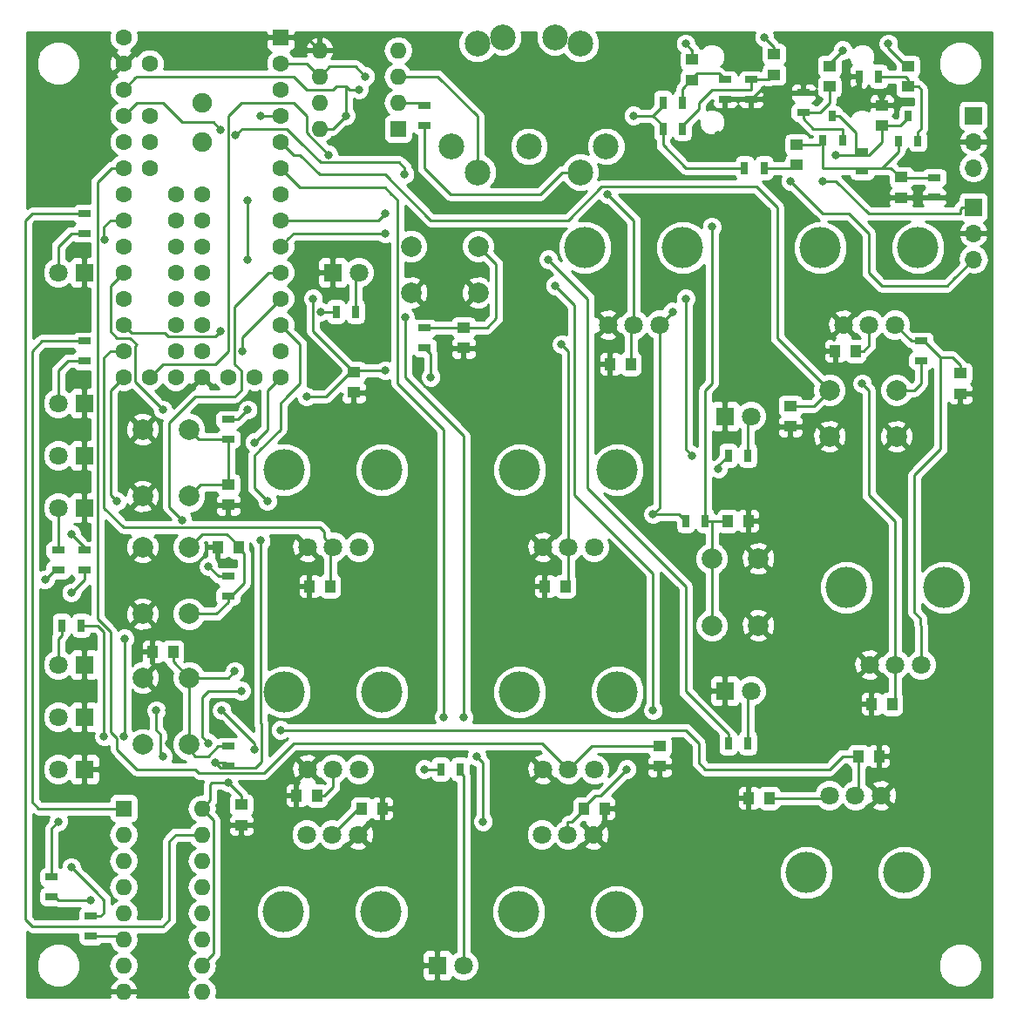
<source format=gtl>
G04 #@! TF.GenerationSoftware,KiCad,Pcbnew,(2017-11-24 revision 9df938484)-makepkg*
G04 #@! TF.CreationDate,2018-02-06T21:34:54+01:00*
G04 #@! TF.ProjectId,DigiSynth,4469676953796E74682E6B696361645F,rev?*
G04 #@! TF.SameCoordinates,Original*
G04 #@! TF.FileFunction,Copper,L1,Top,Signal*
G04 #@! TF.FilePolarity,Positive*
%FSLAX46Y46*%
G04 Gerber Fmt 4.6, Leading zero omitted, Abs format (unit mm)*
G04 Created by KiCad (PCBNEW (2017-11-24 revision 9df938484)-makepkg) date 02/06/18 21:34:54*
%MOMM*%
%LPD*%
G01*
G04 APERTURE LIST*
%ADD10R,1.250000X1.000000*%
%ADD11R,0.700000X1.000000*%
%ADD12C,1.600000*%
%ADD13R,1.600000X1.600000*%
%ADD14C,1.900000*%
%ADD15C,2.499360*%
%ADD16R,1.300000X0.700000*%
%ADD17R,0.700000X1.300000*%
%ADD18R,1.000000X1.250000*%
%ADD19C,1.800000*%
%ADD20R,1.800000X1.800000*%
%ADD21C,4.000000*%
%ADD22C,2.000000*%
%ADD23O,1.600000X1.600000*%
%ADD24O,1.700000X1.700000*%
%ADD25R,1.700000X1.700000*%
%ADD26C,0.800000*%
%ADD27C,0.250000*%
%ADD28C,0.254000*%
G04 APERTURE END LIST*
D10*
X92075000Y-31480000D03*
X92075000Y-29480000D03*
D11*
X94610000Y-29100000D03*
X96510000Y-29100000D03*
X95560000Y-26700000D03*
D12*
X34290000Y-52070000D03*
X31750000Y-52070000D03*
X29210000Y-52070000D03*
X26670000Y-52070000D03*
X36830000Y-52070000D03*
X39370000Y-52070000D03*
X41910000Y-52070000D03*
X26670000Y-49530000D03*
X26670000Y-46990000D03*
X26670000Y-44450000D03*
X26670000Y-41910000D03*
X26670000Y-39370000D03*
X26670000Y-36830000D03*
X26670000Y-34290000D03*
X26670000Y-31750000D03*
X26670000Y-29210000D03*
X26670000Y-26670000D03*
X26670000Y-24130000D03*
X26670000Y-21590000D03*
X26670000Y-19050000D03*
X29210000Y-21590000D03*
X29210000Y-26670000D03*
X29210000Y-29210000D03*
X29210000Y-31750000D03*
X41910000Y-49530000D03*
X41910000Y-46990000D03*
X41910000Y-44450000D03*
X41910000Y-41910000D03*
X41910000Y-39370000D03*
X41910000Y-36830000D03*
X41910000Y-34290000D03*
X41910000Y-31750000D03*
X41910000Y-29210000D03*
X41910000Y-26670000D03*
X41910000Y-24130000D03*
X41910000Y-21590000D03*
D13*
X41910000Y-19050000D03*
D12*
X34290000Y-34290000D03*
X34290000Y-36830000D03*
X34290000Y-39370000D03*
X34290000Y-41910000D03*
X34290000Y-44450000D03*
X34290000Y-46990000D03*
X34290000Y-49530000D03*
X31750000Y-49530000D03*
X31750000Y-46990000D03*
X31750000Y-44450000D03*
X31750000Y-41910000D03*
X31750000Y-39370000D03*
X31750000Y-36830000D03*
X31750000Y-34290000D03*
D14*
X34290000Y-29210000D03*
X34290000Y-25400000D03*
D11*
X101920000Y-29140000D03*
X103820000Y-29140000D03*
X102870000Y-26740000D03*
D15*
X68580000Y-19050000D03*
X63500000Y-19050000D03*
D10*
X81915000Y-21225000D03*
X81915000Y-23225000D03*
X89860000Y-22700000D03*
X89860000Y-20700000D03*
D16*
X85090000Y-25080000D03*
X85090000Y-23180000D03*
X87630000Y-25080000D03*
X87630000Y-23180000D03*
D17*
X80960000Y-25400000D03*
X79060000Y-25400000D03*
X80960000Y-27940000D03*
X79060000Y-27940000D03*
D10*
X102870000Y-23860000D03*
X102870000Y-21860000D03*
X95250000Y-21860000D03*
X95250000Y-23860000D03*
D18*
X46720000Y-72390000D03*
X44720000Y-72390000D03*
X69580000Y-72390000D03*
X67580000Y-72390000D03*
X71390000Y-93980000D03*
X73390000Y-93980000D03*
X98060000Y-88900000D03*
X100060000Y-88900000D03*
X75930000Y-50800000D03*
X73930000Y-50800000D03*
X99330000Y-83820000D03*
X101330000Y-83820000D03*
X51800000Y-93980000D03*
X49800000Y-93980000D03*
X43450000Y-92710000D03*
X45450000Y-92710000D03*
D10*
X78740000Y-89900000D03*
X78740000Y-87900000D03*
D18*
X97790000Y-49530000D03*
X95790000Y-49530000D03*
D10*
X59690000Y-47260000D03*
X59690000Y-49260000D03*
X36830000Y-62500000D03*
X36830000Y-64500000D03*
D18*
X35830000Y-68580000D03*
X37830000Y-68580000D03*
X29480000Y-78740000D03*
X31480000Y-78740000D03*
D19*
X20320000Y-41910000D03*
D20*
X22860000Y-41910000D03*
X22860000Y-59690000D03*
D19*
X20320000Y-59690000D03*
D20*
X22860000Y-80010000D03*
D19*
X20320000Y-80010000D03*
D20*
X22860000Y-90170000D03*
D19*
X20320000Y-90170000D03*
X20320000Y-54610000D03*
D20*
X22860000Y-54610000D03*
D19*
X20320000Y-64770000D03*
D20*
X22860000Y-64770000D03*
D19*
X20320000Y-85090000D03*
D20*
X22860000Y-85090000D03*
D19*
X49530000Y-41910000D03*
D20*
X46990000Y-41910000D03*
X85090000Y-82550000D03*
D19*
X87630000Y-82550000D03*
X87630000Y-55880000D03*
D20*
X85090000Y-55880000D03*
X57150000Y-109220000D03*
D19*
X59690000Y-109220000D03*
D15*
X58541920Y-29667200D03*
X71036180Y-32169100D03*
X66040000Y-29669740D03*
X73538080Y-29667200D03*
X61043820Y-32169100D03*
X71041260Y-19672300D03*
X61038740Y-19672300D03*
D16*
X22860000Y-38100000D03*
X22860000Y-36200000D03*
X22860000Y-68900000D03*
X22860000Y-70800000D03*
D17*
X20640000Y-76200000D03*
X22540000Y-76200000D03*
D16*
X23495000Y-104460000D03*
X23495000Y-106360000D03*
X92710000Y-26350000D03*
X92710000Y-24450000D03*
X22860000Y-48580000D03*
X22860000Y-50480000D03*
X20320000Y-70800000D03*
X20320000Y-68900000D03*
X19685000Y-102550000D03*
X19685000Y-100650000D03*
D17*
X47310000Y-45720000D03*
X49210000Y-45720000D03*
X85410000Y-87630000D03*
X87310000Y-87630000D03*
X87310000Y-59690000D03*
X85410000Y-59690000D03*
X57470000Y-90170000D03*
X59370000Y-90170000D03*
D16*
X55880000Y-25720000D03*
X55880000Y-27620000D03*
X55880000Y-47310000D03*
X55880000Y-49210000D03*
X36830000Y-56200000D03*
X36830000Y-58100000D03*
X36830000Y-73340000D03*
X36830000Y-71440000D03*
X36830000Y-89850000D03*
X36830000Y-87950000D03*
D19*
X44530000Y-68580000D03*
X47030000Y-68580000D03*
X49530000Y-68580000D03*
D21*
X42280000Y-61080000D03*
X51780000Y-61080000D03*
D19*
X67390000Y-68580000D03*
X69890000Y-68580000D03*
X72390000Y-68580000D03*
D21*
X65140000Y-61080000D03*
X74640000Y-61080000D03*
D19*
X72310000Y-96520000D03*
X69810000Y-96520000D03*
X67310000Y-96520000D03*
D21*
X74560000Y-104020000D03*
X65060000Y-104020000D03*
X93000000Y-100210000D03*
X102500000Y-100210000D03*
D19*
X95250000Y-92710000D03*
X97750000Y-92710000D03*
X100250000Y-92710000D03*
D21*
X80990000Y-39490000D03*
X71490000Y-39490000D03*
D19*
X78740000Y-46990000D03*
X76240000Y-46990000D03*
X73740000Y-46990000D03*
D21*
X106390000Y-72510000D03*
X96890000Y-72510000D03*
D19*
X104140000Y-80010000D03*
X101640000Y-80010000D03*
X99140000Y-80010000D03*
D21*
X42200000Y-104020000D03*
X51700000Y-104020000D03*
D19*
X44450000Y-96520000D03*
X46950000Y-96520000D03*
X49450000Y-96520000D03*
D21*
X51780000Y-82670000D03*
X42280000Y-82670000D03*
D19*
X49530000Y-90170000D03*
X47030000Y-90170000D03*
X44530000Y-90170000D03*
X67390000Y-90170000D03*
X69890000Y-90170000D03*
X72390000Y-90170000D03*
D21*
X65140000Y-82670000D03*
X74640000Y-82670000D03*
D19*
X96600000Y-46990000D03*
X99100000Y-46990000D03*
X101600000Y-46990000D03*
D21*
X94350000Y-39490000D03*
X103850000Y-39490000D03*
D22*
X61110000Y-39370000D03*
X61110000Y-43870000D03*
X54610000Y-39370000D03*
X54610000Y-43870000D03*
X33020000Y-63650000D03*
X28520000Y-63650000D03*
X33020000Y-57150000D03*
X28520000Y-57150000D03*
X28520000Y-68580000D03*
X33020000Y-68580000D03*
X28520000Y-75080000D03*
X33020000Y-75080000D03*
X28520000Y-81280000D03*
X33020000Y-81280000D03*
X28520000Y-87780000D03*
X33020000Y-87780000D03*
D23*
X34290000Y-93980000D03*
X26670000Y-111760000D03*
X34290000Y-96520000D03*
X26670000Y-109220000D03*
X34290000Y-99060000D03*
X26670000Y-106680000D03*
X34290000Y-101600000D03*
X26670000Y-104140000D03*
X34290000Y-104140000D03*
X26670000Y-101600000D03*
X34290000Y-106680000D03*
X26670000Y-99060000D03*
X34290000Y-109220000D03*
X26670000Y-96520000D03*
X34290000Y-111760000D03*
D13*
X26670000Y-93980000D03*
D23*
X45720000Y-27940000D03*
X53340000Y-20320000D03*
X45720000Y-25400000D03*
X53340000Y-22860000D03*
X45720000Y-22860000D03*
X53340000Y-25400000D03*
X45720000Y-20320000D03*
D13*
X53340000Y-27940000D03*
D18*
X87360000Y-66040000D03*
X85360000Y-66040000D03*
D10*
X91440000Y-54880000D03*
X91440000Y-56880000D03*
D17*
X83180000Y-66040000D03*
X81280000Y-66040000D03*
D16*
X104140000Y-48580000D03*
X104140000Y-50480000D03*
D22*
X83820000Y-69700000D03*
X88320000Y-69700000D03*
X83820000Y-76200000D03*
X88320000Y-76200000D03*
X95250000Y-57840000D03*
X95250000Y-53340000D03*
X101750000Y-57840000D03*
X101750000Y-53340000D03*
D17*
X100010000Y-22860000D03*
X98110000Y-22860000D03*
D10*
X100330000Y-27670000D03*
X100330000Y-25670000D03*
D18*
X87392000Y-92964000D03*
X89392000Y-92964000D03*
D10*
X38100000Y-95615000D03*
X38100000Y-93615000D03*
X107950000Y-51705000D03*
X107950000Y-53705000D03*
X49022000Y-51578000D03*
X49022000Y-53578000D03*
D24*
X109220000Y-40640000D03*
X109220000Y-38100000D03*
D25*
X109220000Y-35560000D03*
X109220000Y-26670000D03*
D24*
X109220000Y-29210000D03*
X109220000Y-31750000D03*
D10*
X102235000Y-32655000D03*
X102235000Y-34655000D03*
D16*
X98425000Y-32065000D03*
X98425000Y-30165000D03*
X105410000Y-32705000D03*
X105410000Y-34605000D03*
D17*
X87000000Y-31750000D03*
X88900000Y-31750000D03*
D26*
X91440000Y-33020000D03*
X81280000Y-19685000D03*
X94615000Y-33020000D03*
X88900000Y-19050000D03*
X97790000Y-24130000D03*
X84455000Y-28575000D03*
X47244000Y-29210000D03*
X51562000Y-26162000D03*
X33020000Y-97790000D03*
X33655000Y-91440000D03*
X36195000Y-92710000D03*
X31115000Y-87630000D03*
X31115000Y-84455000D03*
X62865000Y-28575000D03*
X44450000Y-40005000D03*
X35560000Y-76835000D03*
X83185000Y-106045000D03*
X108585000Y-47625000D03*
X106680000Y-27305000D03*
X91440000Y-66675000D03*
X74930000Y-72390000D03*
X63500000Y-73025000D03*
X86995000Y-44450000D03*
X87630000Y-37465000D03*
X64770000Y-43180000D03*
X67310000Y-32385000D03*
X71120000Y-23495000D03*
X63500000Y-23495000D03*
X34290000Y-20955000D03*
X20955000Y-32385000D03*
X20955000Y-27305000D03*
X53975000Y-71755000D03*
X45720000Y-50800000D03*
X37465000Y-109855000D03*
X36830000Y-102235000D03*
X37465000Y-97155000D03*
X30480000Y-109855000D03*
X24765000Y-109855000D03*
X18415000Y-104140000D03*
X23495000Y-95885000D03*
X92710000Y-62230000D03*
X107315000Y-59690000D03*
X106045000Y-85090000D03*
X92075000Y-83185000D03*
X62230000Y-110490000D03*
X83185000Y-102235000D03*
X69850000Y-77470000D03*
X52070000Y-76835000D03*
X49530000Y-57150000D03*
X60325000Y-53975000D03*
X19050000Y-50165000D03*
X19050000Y-46990000D03*
X100330000Y-24765000D03*
X88900000Y-24130000D03*
X100965000Y-19685000D03*
X96520000Y-20320000D03*
X76200000Y-26670000D03*
X46594998Y-30480000D03*
X95885000Y-30480000D03*
X69215000Y-48895000D03*
X75565000Y-90170000D03*
X78105000Y-84455000D03*
X68580000Y-43180000D03*
X41910000Y-86360000D03*
X73660000Y-34290000D03*
X98425000Y-52705000D03*
X36105000Y-47625000D03*
X39370000Y-88265000D03*
X36195000Y-84455000D03*
X30480000Y-55245000D03*
X24855000Y-38735000D03*
X36093261Y-28030000D03*
X37555000Y-28575000D03*
X53975000Y-32385000D03*
X52070000Y-38100000D03*
X38190000Y-49530000D03*
X32385000Y-65950000D03*
X37465000Y-80645000D03*
X39370000Y-58420000D03*
X21590000Y-67310000D03*
X21590000Y-99695000D03*
X20320000Y-95250000D03*
X21590000Y-73025000D03*
X24765000Y-86995000D03*
X19050000Y-71755000D03*
X23495000Y-102870000D03*
X45810000Y-45720000D03*
X54009999Y-46265000D03*
X59690000Y-85090000D03*
X60960000Y-88900000D03*
X61595000Y-95250000D03*
X67945000Y-40640000D03*
X52070000Y-36195000D03*
X84455000Y-60960000D03*
X81915000Y-59690000D03*
X81280000Y-44450000D03*
X55880000Y-90170000D03*
X57785000Y-85090000D03*
X50165000Y-22860000D03*
X48260000Y-26670000D03*
X49530000Y-24130000D03*
X34925000Y-70485000D03*
X40005000Y-67945000D03*
X35560000Y-89535000D03*
X36830000Y-91440000D03*
X80010000Y-45720000D03*
X78105000Y-65405000D03*
X44450000Y-53975000D03*
X38735000Y-55245000D03*
X56515000Y-52070000D03*
X52070000Y-51435000D03*
X45085000Y-44450000D03*
X38735000Y-40640000D03*
X38735000Y-34925000D03*
X26727444Y-86977179D03*
X26760000Y-77470000D03*
X26035000Y-64135000D03*
X30480000Y-88900000D03*
X29845000Y-84455000D03*
X83820000Y-37465000D03*
X40005000Y-26670000D03*
X34925000Y-87630000D03*
X38100000Y-82550000D03*
X40640000Y-64135000D03*
D27*
X106680000Y-43180000D02*
X107315000Y-42545000D01*
X100330000Y-43180000D02*
X106680000Y-43180000D01*
X107315000Y-42545000D02*
X109220000Y-40640000D01*
X99060000Y-41910000D02*
X100330000Y-43180000D01*
X99060000Y-38100000D02*
X99060000Y-41910000D01*
X97155000Y-36195000D02*
X99060000Y-38100000D01*
X94615000Y-36195000D02*
X97155000Y-36195000D01*
X91440000Y-33020000D02*
X94615000Y-36195000D01*
X81915000Y-20320000D02*
X81280000Y-19685000D01*
X81915000Y-21225000D02*
X81915000Y-20320000D01*
X81915000Y-23225000D02*
X81915000Y-23100000D01*
X81915000Y-23100000D02*
X82425000Y-22590000D01*
X82550000Y-22590000D02*
X84500000Y-22590000D01*
X84500000Y-22590000D02*
X85090000Y-23180000D01*
X80960000Y-25400000D02*
X80960000Y-24055000D01*
X80960000Y-24055000D02*
X82425000Y-22590000D01*
X82425000Y-22590000D02*
X82550000Y-22590000D01*
X87630000Y-23180000D02*
X89380000Y-23180000D01*
X89380000Y-23180000D02*
X89860000Y-22700000D01*
X80960000Y-27640000D02*
X82550000Y-26050000D01*
X80960000Y-27940000D02*
X80960000Y-27640000D01*
X82550000Y-26050000D02*
X82550000Y-25400000D01*
X82550000Y-25400000D02*
X83820000Y-24130000D01*
X83820000Y-24130000D02*
X87630000Y-24130000D01*
X87630000Y-24130000D02*
X87630000Y-23180000D01*
X94615000Y-33020000D02*
X95885000Y-33020000D01*
X95885000Y-33020000D02*
X99060000Y-36195000D01*
X99060000Y-36195000D02*
X107950000Y-36195000D01*
X107950000Y-36195000D02*
X107950000Y-35730000D01*
X107950000Y-35730000D02*
X108120000Y-35560000D01*
X108120000Y-35560000D02*
X109220000Y-35560000D01*
X89860000Y-20010000D02*
X88900000Y-19050000D01*
X89860000Y-20700000D02*
X89860000Y-20010000D01*
X100330000Y-24765000D02*
X100330000Y-25130000D01*
X100330000Y-25130000D02*
X100060000Y-25400000D01*
X88900000Y-24130000D02*
X88580000Y-24130000D01*
X88580000Y-24130000D02*
X87630000Y-25080000D01*
X44450000Y-19050000D02*
X41910000Y-19050000D01*
X45720000Y-20320000D02*
X44450000Y-19050000D01*
X104140000Y-27940000D02*
X103820000Y-28260000D01*
X103820000Y-28260000D02*
X103820000Y-29140000D01*
X104140000Y-24130000D02*
X104140000Y-27940000D01*
X103870000Y-23860000D02*
X104140000Y-24130000D01*
X102870000Y-23860000D02*
X103870000Y-23860000D01*
X100010000Y-22860000D02*
X102620000Y-22860000D01*
X102620000Y-22860000D02*
X102870000Y-23110000D01*
X102870000Y-23110000D02*
X102870000Y-23860000D01*
X102745000Y-21860000D02*
X100965000Y-20080000D01*
X102870000Y-21860000D02*
X102745000Y-21860000D01*
X100965000Y-20080000D02*
X100965000Y-19685000D01*
X95250000Y-21590000D02*
X96520000Y-20320000D01*
X95250000Y-21860000D02*
X95250000Y-21590000D01*
X95250000Y-21860000D02*
X95125000Y-21860000D01*
X81280000Y-31750000D02*
X79060000Y-29530000D01*
X87000000Y-31750000D02*
X81280000Y-31750000D01*
X79060000Y-29530000D02*
X79060000Y-27940000D01*
X79060000Y-27940000D02*
X79060000Y-27640000D01*
X79060000Y-27640000D02*
X78090000Y-26670000D01*
X79060000Y-25400000D02*
X79060000Y-25700000D01*
X79060000Y-25700000D02*
X78090000Y-26670000D01*
X78090000Y-26670000D02*
X76765685Y-26670000D01*
X76765685Y-26670000D02*
X76200000Y-26670000D01*
X44450000Y-26670000D02*
X44450000Y-28335002D01*
X44450000Y-28335002D02*
X46594998Y-30480000D01*
X43180000Y-25400000D02*
X44450000Y-26670000D01*
X38100000Y-25400000D02*
X43180000Y-25400000D01*
X36830000Y-26670000D02*
X38100000Y-25400000D01*
X36830000Y-49530000D02*
X36830000Y-26670000D01*
X35560000Y-50800000D02*
X36830000Y-49530000D01*
X30480000Y-50800000D02*
X35560000Y-50800000D01*
X29210000Y-52070000D02*
X30480000Y-50800000D01*
X34925000Y-88900000D02*
X35875000Y-87950000D01*
X35875000Y-87950000D02*
X36830000Y-87950000D01*
X33655000Y-88900000D02*
X34925000Y-88900000D01*
X33020000Y-88265000D02*
X33655000Y-88900000D01*
X33020000Y-87780000D02*
X33020000Y-88265000D01*
X40640000Y-57150000D02*
X40640000Y-53340000D01*
X39370000Y-58420000D02*
X40640000Y-57150000D01*
X40640000Y-53340000D02*
X41910000Y-52070000D01*
X43180000Y-22860000D02*
X27940000Y-22860000D01*
X27940000Y-22860000D02*
X27795001Y-23004999D01*
X43180000Y-22860000D02*
X44450000Y-24130000D01*
X27795001Y-23004999D02*
X26670000Y-24130000D01*
X97790000Y-30480000D02*
X99060000Y-30480000D01*
X95885000Y-30480000D02*
X97790000Y-30480000D01*
X95560000Y-26700000D02*
X96160000Y-26700000D01*
X96160000Y-26700000D02*
X97790000Y-28330000D01*
X97790000Y-28330000D02*
X97790000Y-30480000D01*
X100330000Y-27670000D02*
X102090000Y-27670000D01*
X102090000Y-27670000D02*
X102870000Y-26890000D01*
X102870000Y-26890000D02*
X102870000Y-26740000D01*
X99060000Y-30480000D02*
X100330000Y-29210000D01*
X100330000Y-29210000D02*
X100330000Y-27670000D01*
X88900000Y-31750000D02*
X91805000Y-31750000D01*
X91805000Y-31750000D02*
X92075000Y-31480000D01*
X98425000Y-31750000D02*
X94615000Y-31750000D01*
X100330000Y-31750000D02*
X98425000Y-31750000D01*
X98425000Y-32065000D02*
X98425000Y-31750000D01*
X94615000Y-31750000D02*
X94610000Y-31745000D01*
X94610000Y-31745000D02*
X94610000Y-29100000D01*
X92075000Y-29480000D02*
X94230000Y-29480000D01*
X94230000Y-29480000D02*
X94610000Y-29100000D01*
X105410000Y-32705000D02*
X102285000Y-32705000D01*
X102285000Y-32705000D02*
X102235000Y-32655000D01*
X100330000Y-31750000D02*
X101920000Y-30160000D01*
X101920000Y-30160000D02*
X101920000Y-29140000D01*
X101205000Y-31750000D02*
X100330000Y-31750000D01*
X102235000Y-32655000D02*
X102110000Y-32655000D01*
X102110000Y-32655000D02*
X101205000Y-31750000D01*
X94610000Y-29455000D02*
X94610000Y-29100000D01*
X94610000Y-28950000D02*
X94610000Y-28900000D01*
X24765000Y-64770000D02*
X24765000Y-50165000D01*
X26670000Y-66675000D02*
X24765000Y-64770000D01*
X45720000Y-66675000D02*
X26670000Y-66675000D01*
X46130001Y-67085001D02*
X45720000Y-66675000D01*
X47030000Y-68580000D02*
X46130001Y-67680001D01*
X46130001Y-67680001D02*
X46130001Y-67085001D01*
X24765000Y-50165000D02*
X25400000Y-49530000D01*
X25400000Y-49530000D02*
X26670000Y-49530000D01*
X46720000Y-72390000D02*
X46720000Y-68890000D01*
X46720000Y-68890000D02*
X47030000Y-68580000D01*
X69890000Y-68580000D02*
X69890000Y-72080000D01*
X69890000Y-72080000D02*
X69580000Y-72390000D01*
X69215000Y-48895000D02*
X69890000Y-49570000D01*
X69890000Y-49570000D02*
X69890000Y-68580000D01*
X75565000Y-90170000D02*
X73025000Y-92710000D01*
X73025000Y-92710000D02*
X72535000Y-92710000D01*
X72535000Y-92710000D02*
X71390000Y-93855000D01*
X71390000Y-93855000D02*
X71390000Y-93980000D01*
X78105000Y-71120000D02*
X78105000Y-84455000D01*
X70485000Y-63500000D02*
X78105000Y-71120000D01*
X70485000Y-45085000D02*
X70485000Y-63500000D01*
X68580000Y-43180000D02*
X70485000Y-45085000D01*
X69810000Y-95290000D02*
X70205000Y-95290000D01*
X70205000Y-95290000D02*
X71390000Y-94105000D01*
X71390000Y-94105000D02*
X71390000Y-93980000D01*
X69810000Y-96520000D02*
X69810000Y-95290000D01*
X95250000Y-90170000D02*
X96520000Y-88900000D01*
X81280000Y-86360000D02*
X82550000Y-87630000D01*
X83185000Y-90170000D02*
X95250000Y-90170000D01*
X41910000Y-86360000D02*
X81280000Y-86360000D01*
X82550000Y-89535000D02*
X83185000Y-90170000D01*
X82550000Y-87630000D02*
X82550000Y-89535000D01*
X96520000Y-88900000D02*
X98060000Y-88900000D01*
X98060000Y-88900000D02*
X98060000Y-92400000D01*
X98060000Y-92400000D02*
X97750000Y-92710000D01*
X76240000Y-36870000D02*
X73660000Y-34290000D01*
X76240000Y-46990000D02*
X76240000Y-36870000D01*
X75930000Y-50800000D02*
X75930000Y-47300000D01*
X75930000Y-47300000D02*
X76240000Y-46990000D01*
X99060000Y-53340000D02*
X99060000Y-63500000D01*
X98425000Y-52705000D02*
X99060000Y-53340000D01*
X99060000Y-63500000D02*
X101640000Y-66080000D01*
X101640000Y-66080000D02*
X101640000Y-80010000D01*
X30970001Y-48115001D02*
X35614999Y-48115001D01*
X30664990Y-47809990D02*
X30970001Y-48115001D01*
X35614999Y-48115001D02*
X36105000Y-47625000D01*
X26670000Y-46990000D02*
X27489990Y-47809990D01*
X27489990Y-47809990D02*
X30664990Y-47809990D01*
X101640000Y-80010000D02*
X101640000Y-83510000D01*
X101640000Y-83510000D02*
X101330000Y-83820000D01*
X39370000Y-87630000D02*
X39370000Y-88265000D01*
X36195000Y-84455000D02*
X39370000Y-87630000D01*
X27795001Y-52560001D02*
X30480000Y-55245000D01*
X27940000Y-48895000D02*
X27795001Y-49039999D01*
X27795001Y-49039999D02*
X27795001Y-52560001D01*
X27305000Y-48260000D02*
X27940000Y-48895000D01*
X26035000Y-48260000D02*
X27305000Y-48260000D01*
X25400000Y-47625000D02*
X26035000Y-48260000D01*
X25400000Y-43180000D02*
X25400000Y-47625000D01*
X26670000Y-41910000D02*
X25400000Y-43180000D01*
X46950000Y-96520000D02*
X49490000Y-93980000D01*
X49490000Y-93980000D02*
X49800000Y-93980000D01*
X24765000Y-38645000D02*
X24855000Y-38735000D01*
X24765000Y-37465000D02*
X24765000Y-38645000D01*
X25400000Y-36830000D02*
X24765000Y-37465000D01*
X26670000Y-36830000D02*
X25400000Y-36830000D01*
X45450000Y-92710000D02*
X46200000Y-92710000D01*
X46200000Y-92710000D02*
X47030000Y-91880000D01*
X47030000Y-91880000D02*
X47030000Y-91442792D01*
X47030000Y-91442792D02*
X47030000Y-90170000D01*
X25400000Y-86556998D02*
X26035000Y-87191998D01*
X25400000Y-76833590D02*
X25400000Y-86556998D01*
X24130000Y-75563590D02*
X25400000Y-76833590D01*
X24130000Y-33158630D02*
X24130000Y-75563590D01*
X26670000Y-31750000D02*
X25538630Y-31750000D01*
X25538630Y-31750000D02*
X24130000Y-33158630D01*
X26035000Y-87191998D02*
X26035000Y-88265000D01*
X26035000Y-88265000D02*
X27940000Y-90170000D01*
X27940000Y-90170000D02*
X33655000Y-90170000D01*
X33655000Y-90170000D02*
X34010001Y-90525001D01*
X34010001Y-90525001D02*
X40284999Y-90525001D01*
X40284999Y-90525001D02*
X43180000Y-87630000D01*
X43180000Y-87630000D02*
X67350000Y-87630000D01*
X67350000Y-87630000D02*
X69890000Y-90170000D01*
X78740000Y-87900000D02*
X72160000Y-87900000D01*
X72160000Y-87900000D02*
X69890000Y-90170000D01*
X30480000Y-25400000D02*
X27940000Y-25400000D01*
X27940000Y-25400000D02*
X26670000Y-26670000D01*
X32385000Y-27305000D02*
X30480000Y-25400000D01*
X35368261Y-27305000D02*
X32385000Y-27305000D01*
X36093261Y-28030000D02*
X35368261Y-27305000D01*
X38100000Y-28030000D02*
X37555000Y-28575000D01*
X38100000Y-27940000D02*
X38100000Y-28030000D01*
X42545000Y-27940000D02*
X38100000Y-27940000D01*
X43815000Y-29210000D02*
X42545000Y-27940000D01*
X45810001Y-31205001D02*
X43815000Y-29210000D01*
X53975000Y-31750000D02*
X53430001Y-31205001D01*
X53430001Y-31205001D02*
X45810001Y-31205001D01*
X53975000Y-32385000D02*
X53975000Y-31750000D01*
X98540000Y-49530000D02*
X99100000Y-48970000D01*
X97790000Y-49530000D02*
X98540000Y-49530000D01*
X99100000Y-48970000D02*
X99100000Y-46990000D01*
X59690000Y-47260000D02*
X55930000Y-47260000D01*
X55930000Y-47260000D02*
X55880000Y-47310000D01*
X61960000Y-47260000D02*
X62865000Y-46355000D01*
X59690000Y-47260000D02*
X61960000Y-47260000D01*
X62865000Y-46355000D02*
X62865000Y-41125000D01*
X62865000Y-41125000D02*
X61110000Y-39370000D01*
X43180000Y-38100000D02*
X52070000Y-38100000D01*
X42709999Y-38570001D02*
X43180000Y-38100000D01*
X41910000Y-39370000D02*
X42709999Y-38570001D01*
X36830000Y-58100000D02*
X36830000Y-62500000D01*
X41910000Y-44450000D02*
X38190000Y-48170000D01*
X38190000Y-48170000D02*
X38190000Y-49530000D01*
X33020000Y-63650000D02*
X34170000Y-62500000D01*
X34170000Y-62500000D02*
X36830000Y-62500000D01*
X36830000Y-58100000D02*
X33970000Y-58100000D01*
X33970000Y-58100000D02*
X33020000Y-57150000D01*
X31115000Y-64680000D02*
X32385000Y-65950000D01*
X31115000Y-56515000D02*
X31115000Y-64680000D01*
X31694999Y-55935001D02*
X31115000Y-56515000D01*
X33655000Y-53975000D02*
X31694999Y-55935001D01*
X37465000Y-53975000D02*
X33655000Y-53975000D01*
X38100000Y-53340000D02*
X37465000Y-53975000D01*
X38100000Y-51435000D02*
X38100000Y-53340000D01*
X37465000Y-50800000D02*
X38100000Y-51435000D01*
X37465000Y-45223630D02*
X37465000Y-50800000D01*
X41910000Y-41910000D02*
X40778630Y-41910000D01*
X40778630Y-41910000D02*
X37465000Y-45223630D01*
X38340000Y-69215000D02*
X38340000Y-72130000D01*
X38340000Y-72130000D02*
X37130000Y-73340000D01*
X37130000Y-73340000D02*
X36830000Y-73340000D01*
X37830000Y-68580000D02*
X37830000Y-68705000D01*
X37830000Y-68705000D02*
X38340000Y-69215000D01*
X33020000Y-75080000D02*
X35690000Y-75080000D01*
X35690000Y-75080000D02*
X36830000Y-73940000D01*
X36830000Y-73940000D02*
X36830000Y-73340000D01*
X34290000Y-67310000D02*
X36685000Y-67310000D01*
X36685000Y-67310000D02*
X37830000Y-68455000D01*
X37830000Y-68455000D02*
X37830000Y-68580000D01*
X33020000Y-68580000D02*
X34290000Y-67310000D01*
X37465000Y-80645000D02*
X36830000Y-81280000D01*
X36830000Y-81280000D02*
X33020000Y-81280000D01*
X33020000Y-81280000D02*
X33020000Y-87780000D01*
X36660000Y-87780000D02*
X36830000Y-87950000D01*
X33020000Y-81280000D02*
X31480000Y-79740000D01*
X31480000Y-79740000D02*
X31480000Y-78740000D01*
X21590000Y-38100000D02*
X20320000Y-39370000D01*
X22860000Y-38100000D02*
X21590000Y-38100000D01*
X20320000Y-39370000D02*
X20320000Y-41910000D01*
X22860000Y-68580000D02*
X21590000Y-67310000D01*
X22860000Y-68900000D02*
X22860000Y-68580000D01*
X20640000Y-77150000D02*
X20320000Y-77470000D01*
X20320000Y-77470000D02*
X20320000Y-80010000D01*
X20640000Y-76200000D02*
X20640000Y-77150000D01*
X24039999Y-102144999D02*
X21590000Y-99695000D01*
X24765000Y-102870000D02*
X24039999Y-102144999D01*
X24765000Y-104140000D02*
X24765000Y-102870000D01*
X24445000Y-104460000D02*
X24765000Y-104140000D01*
X23495000Y-104460000D02*
X24445000Y-104460000D01*
X20320000Y-51435000D02*
X20320000Y-54610000D01*
X21275000Y-50480000D02*
X20320000Y-51435000D01*
X22860000Y-50480000D02*
X21275000Y-50480000D01*
X20320000Y-68900000D02*
X20320000Y-64770000D01*
X19685000Y-100650000D02*
X19685000Y-95885000D01*
X19685000Y-95885000D02*
X20320000Y-95250000D01*
X19685000Y-100650000D02*
X19685000Y-100050000D01*
X49210000Y-45720000D02*
X49210000Y-42230000D01*
X49210000Y-42230000D02*
X49530000Y-41910000D01*
X87310000Y-87630000D02*
X87310000Y-82870000D01*
X87310000Y-82870000D02*
X87630000Y-82550000D01*
X87310000Y-59690000D02*
X87310000Y-56200000D01*
X87310000Y-56200000D02*
X87630000Y-55880000D01*
X59690000Y-95250000D02*
X59690000Y-109220000D01*
X59690000Y-90805000D02*
X59370000Y-90485000D01*
X59370000Y-90485000D02*
X59370000Y-90170000D01*
X59690000Y-95250000D02*
X59690000Y-90805000D01*
X58420000Y-34290000D02*
X55880000Y-31750000D01*
X55880000Y-31750000D02*
X55880000Y-28220000D01*
X55880000Y-28220000D02*
X55880000Y-27620000D01*
X67147966Y-34290000D02*
X58420000Y-34290000D01*
X71036180Y-32169100D02*
X69268866Y-32169100D01*
X69268866Y-32169100D02*
X67147966Y-34290000D01*
X57154998Y-22860000D02*
X53340000Y-22860000D01*
X61043820Y-32169100D02*
X61043820Y-26748822D01*
X61043820Y-26748822D02*
X57154998Y-22860000D01*
X30480000Y-105410000D02*
X31115000Y-104775000D01*
X17780000Y-105410000D02*
X30480000Y-105410000D01*
X17145000Y-104775000D02*
X17780000Y-105410000D01*
X17145000Y-36830000D02*
X17145000Y-104775000D01*
X22860000Y-36200000D02*
X17775000Y-36200000D01*
X17775000Y-36200000D02*
X17145000Y-36830000D01*
X31115000Y-104775000D02*
X31115000Y-97155000D01*
X31115000Y-97155000D02*
X31750000Y-96520000D01*
X31750000Y-96520000D02*
X34290000Y-96520000D01*
X22860000Y-70800000D02*
X22860000Y-71755000D01*
X22860000Y-71755000D02*
X21590000Y-73025000D01*
X24130000Y-76200000D02*
X24765000Y-76835000D01*
X22540000Y-76200000D02*
X24130000Y-76200000D01*
X24765000Y-76835000D02*
X24765000Y-86995000D01*
X23495000Y-106360000D02*
X26350000Y-106360000D01*
X26350000Y-106360000D02*
X26670000Y-106680000D01*
X18730000Y-48580000D02*
X17780000Y-49530000D01*
X22860000Y-48580000D02*
X18730000Y-48580000D01*
X17780000Y-49530000D02*
X17780000Y-93345000D01*
X17780000Y-93345000D02*
X18415000Y-93980000D01*
X18415000Y-93980000D02*
X26670000Y-93980000D01*
X20320000Y-70800000D02*
X20005000Y-70800000D01*
X20005000Y-70800000D02*
X19050000Y-71755000D01*
X20000000Y-102550000D02*
X20320000Y-102870000D01*
X20320000Y-102870000D02*
X23495000Y-102870000D01*
X19685000Y-102550000D02*
X20000000Y-102550000D01*
X45810000Y-45720000D02*
X47310000Y-45720000D01*
X54009999Y-52104999D02*
X54009999Y-46265000D01*
X59690000Y-57785000D02*
X54009999Y-52104999D01*
X59690000Y-85090000D02*
X59690000Y-57785000D01*
X61595000Y-89535000D02*
X60960000Y-88900000D01*
X61595000Y-95250000D02*
X61595000Y-89535000D01*
X81280000Y-72390000D02*
X81280000Y-82600000D01*
X81280000Y-82600000D02*
X85410000Y-86730000D01*
X85410000Y-86730000D02*
X85410000Y-87630000D01*
X71755000Y-62865000D02*
X81280000Y-72390000D01*
X71755000Y-44450000D02*
X71755000Y-62865000D01*
X67945000Y-40640000D02*
X71755000Y-44450000D01*
X51435000Y-36830000D02*
X52070000Y-36195000D01*
X41910000Y-36830000D02*
X51435000Y-36830000D01*
X84455000Y-60960000D02*
X84455000Y-60645000D01*
X84455000Y-60645000D02*
X85410000Y-59690000D01*
X81280000Y-59055000D02*
X81915000Y-59690000D01*
X81280000Y-44450000D02*
X81280000Y-59055000D01*
X55880000Y-90170000D02*
X57470000Y-90170000D01*
X57785000Y-57166002D02*
X57785000Y-85090000D01*
X53284999Y-49474999D02*
X53284999Y-52666001D01*
X53284999Y-52666001D02*
X57785000Y-57166002D01*
X52705000Y-34290000D02*
X53284999Y-34869999D01*
X53284999Y-34869999D02*
X53284999Y-49474999D01*
X52070000Y-33655000D02*
X52705000Y-34290000D01*
X43815000Y-33655000D02*
X52070000Y-33655000D01*
X41910000Y-31750000D02*
X43815000Y-33655000D01*
X53340000Y-25400000D02*
X55560000Y-25400000D01*
X55560000Y-25400000D02*
X55880000Y-25720000D01*
X49215000Y-21910000D02*
X50165000Y-22860000D01*
X48260000Y-21910000D02*
X49215000Y-21910000D01*
X45720000Y-22860000D02*
X46670000Y-21910000D01*
X46670000Y-21910000D02*
X48260000Y-21910000D01*
X41910000Y-21590000D02*
X44450000Y-21590000D01*
X44450000Y-21590000D02*
X45720000Y-22860000D01*
X89392000Y-92964000D02*
X94996000Y-92964000D01*
X94996000Y-92964000D02*
X95250000Y-92710000D01*
X107950000Y-51705000D02*
X107950000Y-50955000D01*
X107950000Y-50955000D02*
X107180000Y-50185000D01*
X107180000Y-50185000D02*
X106045000Y-50185000D01*
X49530000Y-24130000D02*
X48580000Y-24130000D01*
X48580000Y-24130000D02*
X48260000Y-23810000D01*
X38100000Y-93615000D02*
X38100000Y-92710000D01*
X38100000Y-92710000D02*
X36830000Y-91440000D01*
X34290000Y-93980000D02*
X35415001Y-95105001D01*
X35415001Y-95105001D02*
X35415001Y-108094999D01*
X35415001Y-108094999D02*
X35089999Y-108420001D01*
X35089999Y-108420001D02*
X34290000Y-109220000D01*
X35880000Y-71440000D02*
X34925000Y-70485000D01*
X36830000Y-71440000D02*
X35880000Y-71440000D01*
X39954999Y-85674999D02*
X39954999Y-67995001D01*
X40095001Y-85815001D02*
X39954999Y-85674999D01*
X39954999Y-67995001D02*
X40005000Y-67945000D01*
X39465009Y-90074991D02*
X40095001Y-89444999D01*
X40095001Y-89444999D02*
X40095001Y-85815001D01*
X35560000Y-89535000D02*
X36099991Y-90074991D01*
X36099991Y-90074991D02*
X39465009Y-90074991D01*
X35560000Y-89535000D02*
X36515000Y-89535000D01*
X36515000Y-89535000D02*
X36830000Y-89850000D01*
X35254998Y-91440000D02*
X36830000Y-91440000D01*
X35089999Y-91604999D02*
X35254998Y-91440000D01*
X34290000Y-93980000D02*
X35089999Y-93180001D01*
X35089999Y-93180001D02*
X35089999Y-91604999D01*
X106045000Y-59055000D02*
X106045000Y-50185000D01*
X106045000Y-50185000D02*
X104440000Y-48580000D01*
X104440000Y-48580000D02*
X104140000Y-48580000D01*
X103505000Y-61595000D02*
X106045000Y-59055000D01*
X103505000Y-74930000D02*
X103505000Y-61595000D01*
X104064999Y-75489999D02*
X103505000Y-74930000D01*
X104140000Y-76200000D02*
X104064999Y-76124999D01*
X104064999Y-76124999D02*
X104064999Y-75489999D01*
X104140000Y-80010000D02*
X104140000Y-76200000D01*
X104140000Y-48580000D02*
X103190000Y-48580000D01*
X103190000Y-48580000D02*
X101600000Y-46990000D01*
X78740000Y-46990000D02*
X80010000Y-45720000D01*
X78740000Y-46990000D02*
X78740000Y-64770000D01*
X78740000Y-64770000D02*
X78105000Y-65405000D01*
X78105000Y-65405000D02*
X80645000Y-65405000D01*
X80645000Y-65405000D02*
X81280000Y-66040000D01*
X44450000Y-53975000D02*
X46355000Y-53975000D01*
X46355000Y-53975000D02*
X48895000Y-51435000D01*
X37780000Y-56200000D02*
X38735000Y-55245000D01*
X36830000Y-56200000D02*
X37780000Y-56200000D01*
X56515000Y-52070000D02*
X56515000Y-49845000D01*
X56515000Y-49845000D02*
X55880000Y-49210000D01*
X48895000Y-51435000D02*
X52070000Y-51435000D01*
X46355000Y-48895000D02*
X48895000Y-51435000D01*
X45085000Y-47625000D02*
X46355000Y-48895000D01*
X45085000Y-44450000D02*
X45085000Y-47625000D01*
X38735000Y-34925000D02*
X38735000Y-40640000D01*
X47040000Y-24130000D02*
X44450000Y-24130000D01*
X47360000Y-23810000D02*
X47040000Y-24130000D01*
X48260000Y-23810000D02*
X47360000Y-23810000D01*
X46990000Y-27940000D02*
X48260000Y-26670000D01*
X48260000Y-26670000D02*
X48260000Y-23810000D01*
X45720000Y-27940000D02*
X46990000Y-27940000D01*
X26760000Y-86944623D02*
X26727444Y-86977179D01*
X26760000Y-77470000D02*
X26760000Y-86944623D01*
X25400000Y-63500000D02*
X26035000Y-64135000D01*
X25400000Y-53340000D02*
X25400000Y-63500000D01*
X26670000Y-52070000D02*
X25400000Y-53340000D01*
X102800000Y-26670000D02*
X102870000Y-26740000D01*
X103820000Y-28990000D02*
X103820000Y-29140000D01*
X95250000Y-25400000D02*
X94300000Y-26350000D01*
X94300000Y-26350000D02*
X92710000Y-26350000D01*
X95250000Y-23860000D02*
X95250000Y-25400000D01*
X96510000Y-29100000D02*
X96510000Y-27950000D01*
X96510000Y-27950000D02*
X96500000Y-27940000D01*
X96500000Y-27940000D02*
X93700000Y-27940000D01*
X93700000Y-27940000D02*
X92710000Y-26950000D01*
X92710000Y-26950000D02*
X92710000Y-26350000D01*
X96510000Y-28900000D02*
X96510000Y-28950000D01*
X30226000Y-86741000D02*
X29845000Y-86360000D01*
X30226000Y-88900000D02*
X30226000Y-86741000D01*
X29845000Y-86360000D02*
X29845000Y-84455000D01*
X83820000Y-76200000D02*
X83820000Y-69700000D01*
X83820000Y-69700000D02*
X83820000Y-66080000D01*
X83820000Y-66080000D02*
X83780000Y-66040000D01*
X83780000Y-66040000D02*
X83180000Y-66040000D01*
X83180000Y-66040000D02*
X85360000Y-66040000D01*
X83820000Y-52705000D02*
X83180000Y-53345000D01*
X83180000Y-53345000D02*
X83180000Y-66040000D01*
X83820000Y-37465000D02*
X83820000Y-52705000D01*
X41910000Y-26670000D02*
X40005000Y-26670000D01*
X56515000Y-36830000D02*
X69850000Y-36830000D01*
X90170000Y-48260000D02*
X95250000Y-53340000D01*
X52070000Y-32385000D02*
X56515000Y-36830000D01*
X45720000Y-32385000D02*
X52070000Y-32385000D01*
X43815000Y-30480000D02*
X45720000Y-32385000D01*
X41910000Y-29210000D02*
X43180000Y-30480000D01*
X43180000Y-30480000D02*
X43815000Y-30480000D01*
X69850000Y-36830000D02*
X73115001Y-33564999D01*
X73115001Y-33564999D02*
X88174999Y-33564999D01*
X88174999Y-33564999D02*
X90170000Y-35560000D01*
X90170000Y-35560000D02*
X90170000Y-48260000D01*
X91440000Y-54880000D02*
X93710000Y-54880000D01*
X93710000Y-54880000D02*
X95250000Y-53340000D01*
X103505000Y-53340000D02*
X104140000Y-52705000D01*
X104140000Y-52705000D02*
X104140000Y-50480000D01*
X101750000Y-53340000D02*
X103505000Y-53340000D01*
X95560000Y-24170000D02*
X95250000Y-23860000D01*
X34290000Y-86995000D02*
X34925000Y-87630000D01*
X34290000Y-85725000D02*
X34290000Y-86995000D01*
X34290000Y-85090000D02*
X34290000Y-85725000D01*
X34290000Y-83185000D02*
X34290000Y-85090000D01*
X34925000Y-82550000D02*
X34290000Y-83185000D01*
X38100000Y-82550000D02*
X34925000Y-82550000D01*
X39370000Y-62865000D02*
X40640000Y-64135000D01*
X39370000Y-59690000D02*
X39370000Y-62865000D01*
X39914999Y-59145001D02*
X39370000Y-59690000D01*
X41910000Y-57150000D02*
X39914999Y-59145001D01*
X41910000Y-54610000D02*
X41910000Y-57150000D01*
X42545000Y-53975000D02*
X41910000Y-54610000D01*
X43815000Y-52705000D02*
X42545000Y-53975000D01*
X43815000Y-48895000D02*
X43815000Y-52705000D01*
X42709999Y-47789999D02*
X43815000Y-48895000D01*
X41910000Y-46990000D02*
X42709999Y-47789999D01*
D28*
G36*
X33247189Y-97534698D02*
X33629275Y-97790000D01*
X33247189Y-98045302D01*
X32936120Y-98510849D01*
X32826887Y-99060000D01*
X32936120Y-99609151D01*
X33247189Y-100074698D01*
X33629275Y-100330000D01*
X33247189Y-100585302D01*
X32936120Y-101050849D01*
X32826887Y-101600000D01*
X32936120Y-102149151D01*
X33247189Y-102614698D01*
X33629275Y-102870000D01*
X33247189Y-103125302D01*
X32936120Y-103590849D01*
X32826887Y-104140000D01*
X32936120Y-104689151D01*
X33247189Y-105154698D01*
X33629275Y-105410000D01*
X33247189Y-105665302D01*
X32936120Y-106130849D01*
X32826887Y-106680000D01*
X32936120Y-107229151D01*
X33247189Y-107694698D01*
X33629275Y-107950000D01*
X33247189Y-108205302D01*
X32936120Y-108670849D01*
X32826887Y-109220000D01*
X32936120Y-109769151D01*
X33247189Y-110234698D01*
X33629275Y-110490000D01*
X33247189Y-110745302D01*
X32936120Y-111210849D01*
X32826887Y-111760000D01*
X32927935Y-112268000D01*
X27996065Y-112268000D01*
X28061904Y-112109039D01*
X27939915Y-111887000D01*
X26797000Y-111887000D01*
X26797000Y-111907000D01*
X26543000Y-111907000D01*
X26543000Y-111887000D01*
X25400085Y-111887000D01*
X25278096Y-112109039D01*
X25343935Y-112268000D01*
X17272000Y-112268000D01*
X17272000Y-109642815D01*
X18184630Y-109642815D01*
X18508980Y-110427800D01*
X19109041Y-111028909D01*
X19893459Y-111354628D01*
X20742815Y-111355370D01*
X21527800Y-111031020D01*
X22128909Y-110430959D01*
X22454628Y-109646541D01*
X22455370Y-108797185D01*
X22131020Y-108012200D01*
X21530959Y-107411091D01*
X20746541Y-107085372D01*
X19897185Y-107084630D01*
X19112200Y-107408980D01*
X18511091Y-108009041D01*
X18185372Y-108793459D01*
X18184630Y-109642815D01*
X17272000Y-109642815D01*
X17272000Y-105967046D01*
X17489161Y-106112148D01*
X17780000Y-106170000D01*
X22197560Y-106170000D01*
X22197560Y-106710000D01*
X22246843Y-106957765D01*
X22387191Y-107167809D01*
X22597235Y-107308157D01*
X22845000Y-107357440D01*
X24145000Y-107357440D01*
X24392765Y-107308157D01*
X24602809Y-107167809D01*
X24634754Y-107120000D01*
X25294409Y-107120000D01*
X25316120Y-107229151D01*
X25627189Y-107694698D01*
X26009275Y-107950000D01*
X25627189Y-108205302D01*
X25316120Y-108670849D01*
X25206887Y-109220000D01*
X25316120Y-109769151D01*
X25627189Y-110234698D01*
X26031703Y-110504986D01*
X25814866Y-110607611D01*
X25438959Y-111022577D01*
X25278096Y-111410961D01*
X25400085Y-111633000D01*
X26543000Y-111633000D01*
X26543000Y-111613000D01*
X26797000Y-111613000D01*
X26797000Y-111633000D01*
X27939915Y-111633000D01*
X28061904Y-111410961D01*
X27901041Y-111022577D01*
X27525134Y-110607611D01*
X27308297Y-110504986D01*
X27712811Y-110234698D01*
X28023880Y-109769151D01*
X28133113Y-109220000D01*
X28023880Y-108670849D01*
X27712811Y-108205302D01*
X27330725Y-107950000D01*
X27712811Y-107694698D01*
X28023880Y-107229151D01*
X28133113Y-106680000D01*
X28031668Y-106170000D01*
X30480000Y-106170000D01*
X30770839Y-106112148D01*
X31017401Y-105947401D01*
X31652401Y-105312401D01*
X31817148Y-105065839D01*
X31875000Y-104775000D01*
X31875000Y-97469802D01*
X32064802Y-97280000D01*
X33077005Y-97280000D01*
X33247189Y-97534698D01*
X33247189Y-97534698D01*
G37*
X33247189Y-97534698D02*
X33629275Y-97790000D01*
X33247189Y-98045302D01*
X32936120Y-98510849D01*
X32826887Y-99060000D01*
X32936120Y-99609151D01*
X33247189Y-100074698D01*
X33629275Y-100330000D01*
X33247189Y-100585302D01*
X32936120Y-101050849D01*
X32826887Y-101600000D01*
X32936120Y-102149151D01*
X33247189Y-102614698D01*
X33629275Y-102870000D01*
X33247189Y-103125302D01*
X32936120Y-103590849D01*
X32826887Y-104140000D01*
X32936120Y-104689151D01*
X33247189Y-105154698D01*
X33629275Y-105410000D01*
X33247189Y-105665302D01*
X32936120Y-106130849D01*
X32826887Y-106680000D01*
X32936120Y-107229151D01*
X33247189Y-107694698D01*
X33629275Y-107950000D01*
X33247189Y-108205302D01*
X32936120Y-108670849D01*
X32826887Y-109220000D01*
X32936120Y-109769151D01*
X33247189Y-110234698D01*
X33629275Y-110490000D01*
X33247189Y-110745302D01*
X32936120Y-111210849D01*
X32826887Y-111760000D01*
X32927935Y-112268000D01*
X27996065Y-112268000D01*
X28061904Y-112109039D01*
X27939915Y-111887000D01*
X26797000Y-111887000D01*
X26797000Y-111907000D01*
X26543000Y-111907000D01*
X26543000Y-111887000D01*
X25400085Y-111887000D01*
X25278096Y-112109039D01*
X25343935Y-112268000D01*
X17272000Y-112268000D01*
X17272000Y-109642815D01*
X18184630Y-109642815D01*
X18508980Y-110427800D01*
X19109041Y-111028909D01*
X19893459Y-111354628D01*
X20742815Y-111355370D01*
X21527800Y-111031020D01*
X22128909Y-110430959D01*
X22454628Y-109646541D01*
X22455370Y-108797185D01*
X22131020Y-108012200D01*
X21530959Y-107411091D01*
X20746541Y-107085372D01*
X19897185Y-107084630D01*
X19112200Y-107408980D01*
X18511091Y-108009041D01*
X18185372Y-108793459D01*
X18184630Y-109642815D01*
X17272000Y-109642815D01*
X17272000Y-105967046D01*
X17489161Y-106112148D01*
X17780000Y-106170000D01*
X22197560Y-106170000D01*
X22197560Y-106710000D01*
X22246843Y-106957765D01*
X22387191Y-107167809D01*
X22597235Y-107308157D01*
X22845000Y-107357440D01*
X24145000Y-107357440D01*
X24392765Y-107308157D01*
X24602809Y-107167809D01*
X24634754Y-107120000D01*
X25294409Y-107120000D01*
X25316120Y-107229151D01*
X25627189Y-107694698D01*
X26009275Y-107950000D01*
X25627189Y-108205302D01*
X25316120Y-108670849D01*
X25206887Y-109220000D01*
X25316120Y-109769151D01*
X25627189Y-110234698D01*
X26031703Y-110504986D01*
X25814866Y-110607611D01*
X25438959Y-111022577D01*
X25278096Y-111410961D01*
X25400085Y-111633000D01*
X26543000Y-111633000D01*
X26543000Y-111613000D01*
X26797000Y-111613000D01*
X26797000Y-111633000D01*
X27939915Y-111633000D01*
X28061904Y-111410961D01*
X27901041Y-111022577D01*
X27525134Y-110607611D01*
X27308297Y-110504986D01*
X27712811Y-110234698D01*
X28023880Y-109769151D01*
X28133113Y-109220000D01*
X28023880Y-108670849D01*
X27712811Y-108205302D01*
X27330725Y-107950000D01*
X27712811Y-107694698D01*
X28023880Y-107229151D01*
X28133113Y-106680000D01*
X28031668Y-106170000D01*
X30480000Y-106170000D01*
X30770839Y-106112148D01*
X31017401Y-105947401D01*
X31652401Y-105312401D01*
X31817148Y-105065839D01*
X31875000Y-104775000D01*
X31875000Y-97469802D01*
X32064802Y-97280000D01*
X33077005Y-97280000D01*
X33247189Y-97534698D01*
G36*
X110998000Y-112268000D02*
X35652065Y-112268000D01*
X35753113Y-111760000D01*
X35643880Y-111210849D01*
X35332811Y-110745302D01*
X34950725Y-110490000D01*
X35332811Y-110234698D01*
X35643880Y-109769151D01*
X35696273Y-109505750D01*
X55615000Y-109505750D01*
X55615000Y-110246310D01*
X55711673Y-110479699D01*
X55890302Y-110658327D01*
X56123691Y-110755000D01*
X56864250Y-110755000D01*
X57023000Y-110596250D01*
X57023000Y-109347000D01*
X55773750Y-109347000D01*
X55615000Y-109505750D01*
X35696273Y-109505750D01*
X35753113Y-109220000D01*
X35688688Y-108896114D01*
X35952402Y-108632400D01*
X36117149Y-108385839D01*
X36155370Y-108193690D01*
X55615000Y-108193690D01*
X55615000Y-108934250D01*
X55773750Y-109093000D01*
X57023000Y-109093000D01*
X57023000Y-107843750D01*
X56864250Y-107685000D01*
X56123691Y-107685000D01*
X55890302Y-107781673D01*
X55711673Y-107960301D01*
X55615000Y-108193690D01*
X36155370Y-108193690D01*
X36175001Y-108094999D01*
X36175001Y-104541834D01*
X39564543Y-104541834D01*
X39964853Y-105510658D01*
X40705443Y-106252542D01*
X41673567Y-106654542D01*
X42721834Y-106655457D01*
X43690658Y-106255147D01*
X44432542Y-105514557D01*
X44834542Y-104546433D01*
X44834546Y-104541834D01*
X49064543Y-104541834D01*
X49464853Y-105510658D01*
X50205443Y-106252542D01*
X51173567Y-106654542D01*
X52221834Y-106655457D01*
X53190658Y-106255147D01*
X53932542Y-105514557D01*
X54334542Y-104546433D01*
X54335457Y-103498166D01*
X53935147Y-102529342D01*
X53194557Y-101787458D01*
X52226433Y-101385458D01*
X51178166Y-101384543D01*
X50209342Y-101784853D01*
X49467458Y-102525443D01*
X49065458Y-103493567D01*
X49064543Y-104541834D01*
X44834546Y-104541834D01*
X44835457Y-103498166D01*
X44435147Y-102529342D01*
X43694557Y-101787458D01*
X42726433Y-101385458D01*
X41678166Y-101384543D01*
X40709342Y-101784853D01*
X39967458Y-102525443D01*
X39565458Y-103493567D01*
X39564543Y-104541834D01*
X36175001Y-104541834D01*
X36175001Y-96823991D01*
X42914735Y-96823991D01*
X43147932Y-97388371D01*
X43579357Y-97820551D01*
X44143330Y-98054733D01*
X44753991Y-98055265D01*
X45318371Y-97822068D01*
X45700288Y-97440818D01*
X46079357Y-97820551D01*
X46643330Y-98054733D01*
X47253991Y-98055265D01*
X47818371Y-97822068D01*
X48040668Y-97600159D01*
X48549446Y-97600159D01*
X48635852Y-97856643D01*
X49209336Y-98066458D01*
X49819460Y-98040839D01*
X50264148Y-97856643D01*
X50350554Y-97600159D01*
X49450000Y-96699605D01*
X48549446Y-97600159D01*
X48040668Y-97600159D01*
X48250551Y-97390643D01*
X48254294Y-97381628D01*
X48369841Y-97420554D01*
X49270395Y-96520000D01*
X49629605Y-96520000D01*
X50530159Y-97420554D01*
X50786643Y-97334148D01*
X50996458Y-96760664D01*
X50970839Y-96150540D01*
X50786643Y-95705852D01*
X50530159Y-95619446D01*
X49629605Y-96520000D01*
X49270395Y-96520000D01*
X49256253Y-96505858D01*
X49435858Y-96326253D01*
X49450000Y-96340395D01*
X50350554Y-95439841D01*
X50287421Y-95252440D01*
X50300000Y-95252440D01*
X50547765Y-95203157D01*
X50757809Y-95062809D01*
X50798654Y-95001680D01*
X50940302Y-95143327D01*
X51173691Y-95240000D01*
X51514250Y-95240000D01*
X51673000Y-95081250D01*
X51673000Y-94107000D01*
X51927000Y-94107000D01*
X51927000Y-95081250D01*
X52085750Y-95240000D01*
X52426309Y-95240000D01*
X52659698Y-95143327D01*
X52838327Y-94964699D01*
X52935000Y-94731310D01*
X52935000Y-94265750D01*
X52776250Y-94107000D01*
X51927000Y-94107000D01*
X51673000Y-94107000D01*
X51653000Y-94107000D01*
X51653000Y-93853000D01*
X51673000Y-93853000D01*
X51673000Y-92878750D01*
X51927000Y-92878750D01*
X51927000Y-93853000D01*
X52776250Y-93853000D01*
X52935000Y-93694250D01*
X52935000Y-93228690D01*
X52838327Y-92995301D01*
X52659698Y-92816673D01*
X52426309Y-92720000D01*
X52085750Y-92720000D01*
X51927000Y-92878750D01*
X51673000Y-92878750D01*
X51514250Y-92720000D01*
X51173691Y-92720000D01*
X50940302Y-92816673D01*
X50798654Y-92958320D01*
X50757809Y-92897191D01*
X50547765Y-92756843D01*
X50300000Y-92707560D01*
X49300000Y-92707560D01*
X49052235Y-92756843D01*
X48842191Y-92897191D01*
X48701843Y-93107235D01*
X48652560Y-93355000D01*
X48652560Y-93742638D01*
X47364964Y-95030234D01*
X47256670Y-94985267D01*
X46646009Y-94984735D01*
X46081629Y-95217932D01*
X45699712Y-95599182D01*
X45320643Y-95219449D01*
X44756670Y-94985267D01*
X44146009Y-94984735D01*
X43581629Y-95217932D01*
X43149449Y-95649357D01*
X42915267Y-96213330D01*
X42914735Y-96823991D01*
X36175001Y-96823991D01*
X36175001Y-95900750D01*
X36840000Y-95900750D01*
X36840000Y-96241309D01*
X36936673Y-96474698D01*
X37115301Y-96653327D01*
X37348690Y-96750000D01*
X37814250Y-96750000D01*
X37973000Y-96591250D01*
X37973000Y-95742000D01*
X38227000Y-95742000D01*
X38227000Y-96591250D01*
X38385750Y-96750000D01*
X38851310Y-96750000D01*
X39084699Y-96653327D01*
X39263327Y-96474698D01*
X39360000Y-96241309D01*
X39360000Y-95900750D01*
X39201250Y-95742000D01*
X38227000Y-95742000D01*
X37973000Y-95742000D01*
X36998750Y-95742000D01*
X36840000Y-95900750D01*
X36175001Y-95900750D01*
X36175001Y-95105001D01*
X36117149Y-94814162D01*
X35952402Y-94567600D01*
X35688688Y-94303886D01*
X35753113Y-93980000D01*
X35684023Y-93632660D01*
X35792147Y-93470841D01*
X35817178Y-93345000D01*
X35849999Y-93180001D01*
X35849999Y-92200000D01*
X36126239Y-92200000D01*
X36242954Y-92316919D01*
X36623223Y-92474820D01*
X36790164Y-92474966D01*
X36999246Y-92684048D01*
X36876843Y-92867235D01*
X36827560Y-93115000D01*
X36827560Y-94115000D01*
X36876843Y-94362765D01*
X37017191Y-94572809D01*
X37078320Y-94613654D01*
X36936673Y-94755302D01*
X36840000Y-94988691D01*
X36840000Y-95329250D01*
X36998750Y-95488000D01*
X37973000Y-95488000D01*
X37973000Y-95468000D01*
X38227000Y-95468000D01*
X38227000Y-95488000D01*
X39201250Y-95488000D01*
X39360000Y-95329250D01*
X39360000Y-94988691D01*
X39263327Y-94755302D01*
X39121680Y-94613654D01*
X39182809Y-94572809D01*
X39323157Y-94362765D01*
X39372440Y-94115000D01*
X39372440Y-93115000D01*
X39348720Y-92995750D01*
X42315000Y-92995750D01*
X42315000Y-93461310D01*
X42411673Y-93694699D01*
X42590302Y-93873327D01*
X42823691Y-93970000D01*
X43164250Y-93970000D01*
X43323000Y-93811250D01*
X43323000Y-92837000D01*
X42473750Y-92837000D01*
X42315000Y-92995750D01*
X39348720Y-92995750D01*
X39323157Y-92867235D01*
X39182809Y-92657191D01*
X38972765Y-92516843D01*
X38815350Y-92485532D01*
X38802148Y-92419160D01*
X38637401Y-92172599D01*
X38423492Y-91958690D01*
X42315000Y-91958690D01*
X42315000Y-92424250D01*
X42473750Y-92583000D01*
X43323000Y-92583000D01*
X43323000Y-91608750D01*
X43577000Y-91608750D01*
X43577000Y-92583000D01*
X43597000Y-92583000D01*
X43597000Y-92837000D01*
X43577000Y-92837000D01*
X43577000Y-93811250D01*
X43735750Y-93970000D01*
X44076309Y-93970000D01*
X44309698Y-93873327D01*
X44451346Y-93731680D01*
X44492191Y-93792809D01*
X44702235Y-93933157D01*
X44950000Y-93982440D01*
X45950000Y-93982440D01*
X46197765Y-93933157D01*
X46407809Y-93792809D01*
X46548157Y-93582765D01*
X46596082Y-93341827D01*
X46737401Y-93247401D01*
X47567401Y-92417401D01*
X47732148Y-92170840D01*
X47790000Y-91880000D01*
X47790000Y-91516846D01*
X47898371Y-91472068D01*
X48280288Y-91090818D01*
X48659357Y-91470551D01*
X49223330Y-91704733D01*
X49833991Y-91705265D01*
X50398371Y-91472068D01*
X50830551Y-91040643D01*
X51064733Y-90476670D01*
X51065265Y-89866009D01*
X50832068Y-89301629D01*
X50400643Y-88869449D01*
X49836670Y-88635267D01*
X49226009Y-88634735D01*
X48661629Y-88867932D01*
X48279712Y-89249182D01*
X47900643Y-88869449D01*
X47336670Y-88635267D01*
X46726009Y-88634735D01*
X46161629Y-88867932D01*
X45729449Y-89299357D01*
X45725706Y-89308372D01*
X45610159Y-89269446D01*
X44709605Y-90170000D01*
X45610159Y-91070554D01*
X45725214Y-91031793D01*
X45727932Y-91038371D01*
X46159357Y-91470551D01*
X46270000Y-91516494D01*
X46270000Y-91535109D01*
X46197765Y-91486843D01*
X45950000Y-91437560D01*
X45367421Y-91437560D01*
X45430554Y-91250159D01*
X44530000Y-90349605D01*
X43629446Y-91250159D01*
X43706593Y-91479157D01*
X43577000Y-91608750D01*
X43323000Y-91608750D01*
X43164250Y-91450000D01*
X42823691Y-91450000D01*
X42590302Y-91546673D01*
X42411673Y-91725301D01*
X42315000Y-91958690D01*
X38423492Y-91958690D01*
X37865035Y-91400233D01*
X37865135Y-91285001D01*
X40284999Y-91285001D01*
X40575838Y-91227149D01*
X40822400Y-91062402D01*
X41955466Y-89929336D01*
X42983542Y-89929336D01*
X43009161Y-90539460D01*
X43193357Y-90984148D01*
X43449841Y-91070554D01*
X44350395Y-90170000D01*
X43449841Y-89269446D01*
X43193357Y-89355852D01*
X42983542Y-89929336D01*
X41955466Y-89929336D01*
X42794961Y-89089841D01*
X43629446Y-89089841D01*
X44530000Y-89990395D01*
X45430554Y-89089841D01*
X45344148Y-88833357D01*
X44770664Y-88623542D01*
X44160540Y-88649161D01*
X43715852Y-88833357D01*
X43629446Y-89089841D01*
X42794961Y-89089841D01*
X43494802Y-88390000D01*
X60051089Y-88390000D01*
X59925180Y-88693223D01*
X59924988Y-88913334D01*
X59720000Y-88872560D01*
X59020000Y-88872560D01*
X58772235Y-88921843D01*
X58562191Y-89062191D01*
X58421843Y-89272235D01*
X58420000Y-89281500D01*
X58418157Y-89272235D01*
X58277809Y-89062191D01*
X58067765Y-88921843D01*
X57820000Y-88872560D01*
X57120000Y-88872560D01*
X56872235Y-88921843D01*
X56662191Y-89062191D01*
X56521843Y-89272235D01*
X56509281Y-89335390D01*
X56467046Y-89293081D01*
X56086777Y-89135180D01*
X55675029Y-89134821D01*
X55294485Y-89292058D01*
X55003081Y-89582954D01*
X54845180Y-89963223D01*
X54844821Y-90374971D01*
X55002058Y-90755515D01*
X55292954Y-91046919D01*
X55673223Y-91204820D01*
X56084971Y-91205179D01*
X56465515Y-91047942D01*
X56509221Y-91004312D01*
X56521843Y-91067765D01*
X56662191Y-91277809D01*
X56872235Y-91418157D01*
X57120000Y-91467440D01*
X57820000Y-91467440D01*
X58067765Y-91418157D01*
X58277809Y-91277809D01*
X58418157Y-91067765D01*
X58420000Y-91058500D01*
X58421843Y-91067765D01*
X58562191Y-91277809D01*
X58772235Y-91418157D01*
X58930000Y-91449538D01*
X58930000Y-107873154D01*
X58821629Y-107917932D01*
X58644159Y-108095092D01*
X58588327Y-107960301D01*
X58409698Y-107781673D01*
X58176309Y-107685000D01*
X57435750Y-107685000D01*
X57277000Y-107843750D01*
X57277000Y-109093000D01*
X57297000Y-109093000D01*
X57297000Y-109347000D01*
X57277000Y-109347000D01*
X57277000Y-110596250D01*
X57435750Y-110755000D01*
X58176309Y-110755000D01*
X58409698Y-110658327D01*
X58588327Y-110479699D01*
X58644119Y-110345006D01*
X58819357Y-110520551D01*
X59383330Y-110754733D01*
X59993991Y-110755265D01*
X60558371Y-110522068D01*
X60990551Y-110090643D01*
X61176505Y-109642815D01*
X105814630Y-109642815D01*
X106138980Y-110427800D01*
X106739041Y-111028909D01*
X107523459Y-111354628D01*
X108372815Y-111355370D01*
X109157800Y-111031020D01*
X109758909Y-110430959D01*
X110084628Y-109646541D01*
X110085370Y-108797185D01*
X109761020Y-108012200D01*
X109160959Y-107411091D01*
X108376541Y-107085372D01*
X107527185Y-107084630D01*
X106742200Y-107408980D01*
X106141091Y-108009041D01*
X105815372Y-108793459D01*
X105814630Y-109642815D01*
X61176505Y-109642815D01*
X61224733Y-109526670D01*
X61225265Y-108916009D01*
X60992068Y-108351629D01*
X60560643Y-107919449D01*
X60450000Y-107873506D01*
X60450000Y-104541834D01*
X62424543Y-104541834D01*
X62824853Y-105510658D01*
X63565443Y-106252542D01*
X64533567Y-106654542D01*
X65581834Y-106655457D01*
X66550658Y-106255147D01*
X67292542Y-105514557D01*
X67694542Y-104546433D01*
X67694546Y-104541834D01*
X71924543Y-104541834D01*
X72324853Y-105510658D01*
X73065443Y-106252542D01*
X74033567Y-106654542D01*
X75081834Y-106655457D01*
X76050658Y-106255147D01*
X76792542Y-105514557D01*
X77194542Y-104546433D01*
X77195457Y-103498166D01*
X76795147Y-102529342D01*
X76054557Y-101787458D01*
X75086433Y-101385458D01*
X74038166Y-101384543D01*
X73069342Y-101784853D01*
X72327458Y-102525443D01*
X71925458Y-103493567D01*
X71924543Y-104541834D01*
X67694546Y-104541834D01*
X67695457Y-103498166D01*
X67295147Y-102529342D01*
X66554557Y-101787458D01*
X65586433Y-101385458D01*
X64538166Y-101384543D01*
X63569342Y-101784853D01*
X62827458Y-102525443D01*
X62425458Y-103493567D01*
X62424543Y-104541834D01*
X60450000Y-104541834D01*
X60450000Y-100731834D01*
X90364543Y-100731834D01*
X90764853Y-101700658D01*
X91505443Y-102442542D01*
X92473567Y-102844542D01*
X93521834Y-102845457D01*
X94490658Y-102445147D01*
X95232542Y-101704557D01*
X95634542Y-100736433D01*
X95634546Y-100731834D01*
X99864543Y-100731834D01*
X100264853Y-101700658D01*
X101005443Y-102442542D01*
X101973567Y-102844542D01*
X103021834Y-102845457D01*
X103990658Y-102445147D01*
X104732542Y-101704557D01*
X105134542Y-100736433D01*
X105135457Y-99688166D01*
X104735147Y-98719342D01*
X103994557Y-97977458D01*
X103026433Y-97575458D01*
X101978166Y-97574543D01*
X101009342Y-97974853D01*
X100267458Y-98715443D01*
X99865458Y-99683567D01*
X99864543Y-100731834D01*
X95634546Y-100731834D01*
X95635457Y-99688166D01*
X95235147Y-98719342D01*
X94494557Y-97977458D01*
X93526433Y-97575458D01*
X92478166Y-97574543D01*
X91509342Y-97974853D01*
X90767458Y-98715443D01*
X90365458Y-99683567D01*
X90364543Y-100731834D01*
X60450000Y-100731834D01*
X60450000Y-90805000D01*
X60403291Y-90570179D01*
X60392148Y-90514160D01*
X60367440Y-90477182D01*
X60367440Y-89771395D01*
X60372954Y-89776919D01*
X60753223Y-89934820D01*
X60835000Y-89934891D01*
X60835000Y-94546239D01*
X60718081Y-94662954D01*
X60560180Y-95043223D01*
X60559821Y-95454971D01*
X60717058Y-95835515D01*
X61007954Y-96126919D01*
X61388223Y-96284820D01*
X61799971Y-96285179D01*
X62180515Y-96127942D01*
X62471919Y-95837046D01*
X62629820Y-95456777D01*
X62630179Y-95045029D01*
X62472942Y-94664485D01*
X62355000Y-94546337D01*
X62355000Y-91250159D01*
X66489446Y-91250159D01*
X66575852Y-91506643D01*
X67149336Y-91716458D01*
X67759460Y-91690839D01*
X68204148Y-91506643D01*
X68290554Y-91250159D01*
X67390000Y-90349605D01*
X66489446Y-91250159D01*
X62355000Y-91250159D01*
X62355000Y-89929336D01*
X65843542Y-89929336D01*
X65869161Y-90539460D01*
X66053357Y-90984148D01*
X66309841Y-91070554D01*
X67210395Y-90170000D01*
X66309841Y-89269446D01*
X66053357Y-89355852D01*
X65843542Y-89929336D01*
X62355000Y-89929336D01*
X62355000Y-89535000D01*
X62297148Y-89244161D01*
X62132401Y-88997599D01*
X61995035Y-88860233D01*
X61995179Y-88695029D01*
X61869144Y-88390000D01*
X67035198Y-88390000D01*
X67283325Y-88638127D01*
X67020540Y-88649161D01*
X66575852Y-88833357D01*
X66489446Y-89089841D01*
X67390000Y-89990395D01*
X67404143Y-89976253D01*
X67583748Y-90155858D01*
X67569605Y-90170000D01*
X68470159Y-91070554D01*
X68585214Y-91031793D01*
X68587932Y-91038371D01*
X69019357Y-91470551D01*
X69583330Y-91704733D01*
X70193991Y-91705265D01*
X70758371Y-91472068D01*
X71140288Y-91090818D01*
X71519357Y-91470551D01*
X72083330Y-91704733D01*
X72693991Y-91705265D01*
X73138671Y-91521527D01*
X72710198Y-91950000D01*
X72535000Y-91950000D01*
X72244161Y-92007852D01*
X71997599Y-92172599D01*
X71462638Y-92707560D01*
X70890000Y-92707560D01*
X70642235Y-92756843D01*
X70432191Y-92897191D01*
X70291843Y-93107235D01*
X70242560Y-93355000D01*
X70242560Y-94177638D01*
X69890198Y-94530000D01*
X69810000Y-94530000D01*
X69519161Y-94587852D01*
X69272599Y-94752599D01*
X69107852Y-94999161D01*
X69075324Y-95162691D01*
X68941629Y-95217932D01*
X68559712Y-95599182D01*
X68180643Y-95219449D01*
X67616670Y-94985267D01*
X67006009Y-94984735D01*
X66441629Y-95217932D01*
X66009449Y-95649357D01*
X65775267Y-96213330D01*
X65774735Y-96823991D01*
X66007932Y-97388371D01*
X66439357Y-97820551D01*
X67003330Y-98054733D01*
X67613991Y-98055265D01*
X68178371Y-97822068D01*
X68560288Y-97440818D01*
X68939357Y-97820551D01*
X69503330Y-98054733D01*
X70113991Y-98055265D01*
X70678371Y-97822068D01*
X70900668Y-97600159D01*
X71409446Y-97600159D01*
X71495852Y-97856643D01*
X72069336Y-98066458D01*
X72679460Y-98040839D01*
X73124148Y-97856643D01*
X73210554Y-97600159D01*
X72310000Y-96699605D01*
X71409446Y-97600159D01*
X70900668Y-97600159D01*
X71110551Y-97390643D01*
X71114294Y-97381628D01*
X71229841Y-97420554D01*
X72130395Y-96520000D01*
X72489605Y-96520000D01*
X73390159Y-97420554D01*
X73646643Y-97334148D01*
X73856458Y-96760664D01*
X73830839Y-96150540D01*
X73646643Y-95705852D01*
X73390159Y-95619446D01*
X72489605Y-96520000D01*
X72130395Y-96520000D01*
X71229841Y-95619446D01*
X71114786Y-95658207D01*
X71112068Y-95651629D01*
X71015205Y-95554597D01*
X71317362Y-95252440D01*
X71472579Y-95252440D01*
X71409446Y-95439841D01*
X72310000Y-96340395D01*
X73210554Y-95439841D01*
X73133407Y-95210843D01*
X73263000Y-95081250D01*
X73263000Y-94107000D01*
X73517000Y-94107000D01*
X73517000Y-95081250D01*
X73675750Y-95240000D01*
X74016309Y-95240000D01*
X74249698Y-95143327D01*
X74428327Y-94964699D01*
X74525000Y-94731310D01*
X74525000Y-94265750D01*
X74366250Y-94107000D01*
X73517000Y-94107000D01*
X73263000Y-94107000D01*
X73243000Y-94107000D01*
X73243000Y-93853000D01*
X73263000Y-93853000D01*
X73263000Y-93833000D01*
X73517000Y-93833000D01*
X73517000Y-93853000D01*
X74366250Y-93853000D01*
X74525000Y-93694250D01*
X74525000Y-93249750D01*
X86257000Y-93249750D01*
X86257000Y-93715310D01*
X86353673Y-93948699D01*
X86532302Y-94127327D01*
X86765691Y-94224000D01*
X87106250Y-94224000D01*
X87265000Y-94065250D01*
X87265000Y-93091000D01*
X86415750Y-93091000D01*
X86257000Y-93249750D01*
X74525000Y-93249750D01*
X74525000Y-93228690D01*
X74428327Y-92995301D01*
X74249698Y-92816673D01*
X74068276Y-92741526D01*
X74597112Y-92212690D01*
X86257000Y-92212690D01*
X86257000Y-92678250D01*
X86415750Y-92837000D01*
X87265000Y-92837000D01*
X87265000Y-91862750D01*
X87106250Y-91704000D01*
X86765691Y-91704000D01*
X86532302Y-91800673D01*
X86353673Y-91979301D01*
X86257000Y-92212690D01*
X74597112Y-92212690D01*
X75604767Y-91205035D01*
X75769971Y-91205179D01*
X76150515Y-91047942D01*
X76441919Y-90757046D01*
X76599820Y-90376777D01*
X76599986Y-90185750D01*
X77480000Y-90185750D01*
X77480000Y-90526309D01*
X77576673Y-90759698D01*
X77755301Y-90938327D01*
X77988690Y-91035000D01*
X78454250Y-91035000D01*
X78613000Y-90876250D01*
X78613000Y-90027000D01*
X78867000Y-90027000D01*
X78867000Y-90876250D01*
X79025750Y-91035000D01*
X79491310Y-91035000D01*
X79724699Y-90938327D01*
X79903327Y-90759698D01*
X80000000Y-90526309D01*
X80000000Y-90185750D01*
X79841250Y-90027000D01*
X78867000Y-90027000D01*
X78613000Y-90027000D01*
X77638750Y-90027000D01*
X77480000Y-90185750D01*
X76599986Y-90185750D01*
X76600179Y-89965029D01*
X76442942Y-89584485D01*
X76152046Y-89293081D01*
X75771777Y-89135180D01*
X75360029Y-89134821D01*
X74979485Y-89292058D01*
X74688081Y-89582954D01*
X74530180Y-89963223D01*
X74530034Y-90130164D01*
X73740965Y-90919233D01*
X73924733Y-90476670D01*
X73925265Y-89866009D01*
X73692068Y-89301629D01*
X73260643Y-88869449D01*
X72756234Y-88660000D01*
X77525018Y-88660000D01*
X77657191Y-88857809D01*
X77718320Y-88898654D01*
X77576673Y-89040302D01*
X77480000Y-89273691D01*
X77480000Y-89614250D01*
X77638750Y-89773000D01*
X78613000Y-89773000D01*
X78613000Y-89753000D01*
X78867000Y-89753000D01*
X78867000Y-89773000D01*
X79841250Y-89773000D01*
X80000000Y-89614250D01*
X80000000Y-89273691D01*
X79903327Y-89040302D01*
X79761680Y-88898654D01*
X79822809Y-88857809D01*
X79963157Y-88647765D01*
X80012440Y-88400000D01*
X80012440Y-87400000D01*
X79963157Y-87152235D01*
X79941618Y-87120000D01*
X80965198Y-87120000D01*
X81790000Y-87944802D01*
X81790000Y-89535000D01*
X81847852Y-89825839D01*
X82012599Y-90072401D01*
X82647599Y-90707401D01*
X82894161Y-90872148D01*
X83185000Y-90930000D01*
X95250000Y-90930000D01*
X95540839Y-90872148D01*
X95787401Y-90707401D01*
X96834802Y-89660000D01*
X96939413Y-89660000D01*
X96961843Y-89772765D01*
X97102191Y-89982809D01*
X97300000Y-90114982D01*
X97300000Y-91235065D01*
X96881629Y-91407932D01*
X96499712Y-91789182D01*
X96120643Y-91409449D01*
X95556670Y-91175267D01*
X94946009Y-91174735D01*
X94381629Y-91407932D01*
X93949449Y-91839357D01*
X93798036Y-92204000D01*
X90512587Y-92204000D01*
X90490157Y-92091235D01*
X90349809Y-91881191D01*
X90139765Y-91740843D01*
X89892000Y-91691560D01*
X88892000Y-91691560D01*
X88644235Y-91740843D01*
X88434191Y-91881191D01*
X88393346Y-91942320D01*
X88251698Y-91800673D01*
X88018309Y-91704000D01*
X87677750Y-91704000D01*
X87519000Y-91862750D01*
X87519000Y-92837000D01*
X87539000Y-92837000D01*
X87539000Y-93091000D01*
X87519000Y-93091000D01*
X87519000Y-94065250D01*
X87677750Y-94224000D01*
X88018309Y-94224000D01*
X88251698Y-94127327D01*
X88393346Y-93985680D01*
X88434191Y-94046809D01*
X88644235Y-94187157D01*
X88892000Y-94236440D01*
X89892000Y-94236440D01*
X90139765Y-94187157D01*
X90349809Y-94046809D01*
X90490157Y-93836765D01*
X90512587Y-93724000D01*
X94093307Y-93724000D01*
X94379357Y-94010551D01*
X94943330Y-94244733D01*
X95553991Y-94245265D01*
X96118371Y-94012068D01*
X96500288Y-93630818D01*
X96879357Y-94010551D01*
X97443330Y-94244733D01*
X98053991Y-94245265D01*
X98618371Y-94012068D01*
X98840668Y-93790159D01*
X99349446Y-93790159D01*
X99435852Y-94046643D01*
X100009336Y-94256458D01*
X100619460Y-94230839D01*
X101064148Y-94046643D01*
X101150554Y-93790159D01*
X100250000Y-92889605D01*
X99349446Y-93790159D01*
X98840668Y-93790159D01*
X99050551Y-93580643D01*
X99054294Y-93571628D01*
X99169841Y-93610554D01*
X100070395Y-92710000D01*
X100429605Y-92710000D01*
X101330159Y-93610554D01*
X101586643Y-93524148D01*
X101796458Y-92950664D01*
X101770839Y-92340540D01*
X101586643Y-91895852D01*
X101330159Y-91809446D01*
X100429605Y-92710000D01*
X100070395Y-92710000D01*
X99169841Y-91809446D01*
X99054786Y-91848207D01*
X99052068Y-91841629D01*
X98840650Y-91629841D01*
X99349446Y-91629841D01*
X100250000Y-92530395D01*
X101150554Y-91629841D01*
X101064148Y-91373357D01*
X100490664Y-91163542D01*
X99880540Y-91189161D01*
X99435852Y-91373357D01*
X99349446Y-91629841D01*
X98840650Y-91629841D01*
X98820000Y-91609155D01*
X98820000Y-90114982D01*
X99017809Y-89982809D01*
X99058654Y-89921680D01*
X99200302Y-90063327D01*
X99433691Y-90160000D01*
X99774250Y-90160000D01*
X99933000Y-90001250D01*
X99933000Y-89027000D01*
X100187000Y-89027000D01*
X100187000Y-90001250D01*
X100345750Y-90160000D01*
X100686309Y-90160000D01*
X100919698Y-90063327D01*
X101098327Y-89884699D01*
X101195000Y-89651310D01*
X101195000Y-89185750D01*
X101036250Y-89027000D01*
X100187000Y-89027000D01*
X99933000Y-89027000D01*
X99913000Y-89027000D01*
X99913000Y-88773000D01*
X99933000Y-88773000D01*
X99933000Y-87798750D01*
X100187000Y-87798750D01*
X100187000Y-88773000D01*
X101036250Y-88773000D01*
X101195000Y-88614250D01*
X101195000Y-88148690D01*
X101098327Y-87915301D01*
X100919698Y-87736673D01*
X100686309Y-87640000D01*
X100345750Y-87640000D01*
X100187000Y-87798750D01*
X99933000Y-87798750D01*
X99774250Y-87640000D01*
X99433691Y-87640000D01*
X99200302Y-87736673D01*
X99058654Y-87878320D01*
X99017809Y-87817191D01*
X98807765Y-87676843D01*
X98560000Y-87627560D01*
X97560000Y-87627560D01*
X97312235Y-87676843D01*
X97102191Y-87817191D01*
X96961843Y-88027235D01*
X96939413Y-88140000D01*
X96520000Y-88140000D01*
X96229160Y-88197852D01*
X95982599Y-88362599D01*
X94935198Y-89410000D01*
X83499802Y-89410000D01*
X83310000Y-89220198D01*
X83310000Y-87630000D01*
X83280727Y-87482838D01*
X83252148Y-87339160D01*
X83087401Y-87092599D01*
X81817401Y-85822599D01*
X81570839Y-85657852D01*
X81280000Y-85600000D01*
X60598911Y-85600000D01*
X60724820Y-85296777D01*
X60725179Y-84885029D01*
X60567942Y-84504485D01*
X60450000Y-84386337D01*
X60450000Y-83191834D01*
X62504543Y-83191834D01*
X62904853Y-84160658D01*
X63645443Y-84902542D01*
X64613567Y-85304542D01*
X65661834Y-85305457D01*
X66630658Y-84905147D01*
X67372542Y-84164557D01*
X67774542Y-83196433D01*
X67774546Y-83191834D01*
X72004543Y-83191834D01*
X72404853Y-84160658D01*
X73145443Y-84902542D01*
X74113567Y-85304542D01*
X75161834Y-85305457D01*
X76130658Y-84905147D01*
X76872542Y-84164557D01*
X77274542Y-83196433D01*
X77275457Y-82148166D01*
X76875147Y-81179342D01*
X76134557Y-80437458D01*
X75166433Y-80035458D01*
X74118166Y-80034543D01*
X73149342Y-80434853D01*
X72407458Y-81175443D01*
X72005458Y-82143567D01*
X72004543Y-83191834D01*
X67774546Y-83191834D01*
X67775457Y-82148166D01*
X67375147Y-81179342D01*
X66634557Y-80437458D01*
X65666433Y-80035458D01*
X64618166Y-80034543D01*
X63649342Y-80434853D01*
X62907458Y-81175443D01*
X62505458Y-82143567D01*
X62504543Y-83191834D01*
X60450000Y-83191834D01*
X60450000Y-72675750D01*
X66445000Y-72675750D01*
X66445000Y-73141310D01*
X66541673Y-73374699D01*
X66720302Y-73553327D01*
X66953691Y-73650000D01*
X67294250Y-73650000D01*
X67453000Y-73491250D01*
X67453000Y-72517000D01*
X66603750Y-72517000D01*
X66445000Y-72675750D01*
X60450000Y-72675750D01*
X60450000Y-71638690D01*
X66445000Y-71638690D01*
X66445000Y-72104250D01*
X66603750Y-72263000D01*
X67453000Y-72263000D01*
X67453000Y-71288750D01*
X67294250Y-71130000D01*
X66953691Y-71130000D01*
X66720302Y-71226673D01*
X66541673Y-71405301D01*
X66445000Y-71638690D01*
X60450000Y-71638690D01*
X60450000Y-69660159D01*
X66489446Y-69660159D01*
X66575852Y-69916643D01*
X67149336Y-70126458D01*
X67759460Y-70100839D01*
X68204148Y-69916643D01*
X68290554Y-69660159D01*
X67390000Y-68759605D01*
X66489446Y-69660159D01*
X60450000Y-69660159D01*
X60450000Y-68339336D01*
X65843542Y-68339336D01*
X65869161Y-68949460D01*
X66053357Y-69394148D01*
X66309841Y-69480554D01*
X67210395Y-68580000D01*
X66309841Y-67679446D01*
X66053357Y-67765852D01*
X65843542Y-68339336D01*
X60450000Y-68339336D01*
X60450000Y-67499841D01*
X66489446Y-67499841D01*
X67390000Y-68400395D01*
X68290554Y-67499841D01*
X68204148Y-67243357D01*
X67630664Y-67033542D01*
X67020540Y-67059161D01*
X66575852Y-67243357D01*
X66489446Y-67499841D01*
X60450000Y-67499841D01*
X60450000Y-61601834D01*
X62504543Y-61601834D01*
X62904853Y-62570658D01*
X63645443Y-63312542D01*
X64613567Y-63714542D01*
X65661834Y-63715457D01*
X66630658Y-63315147D01*
X67372542Y-62574557D01*
X67774542Y-61606433D01*
X67775457Y-60558166D01*
X67375147Y-59589342D01*
X66634557Y-58847458D01*
X65666433Y-58445458D01*
X64618166Y-58444543D01*
X63649342Y-58844853D01*
X62907458Y-59585443D01*
X62505458Y-60553567D01*
X62504543Y-61601834D01*
X60450000Y-61601834D01*
X60450000Y-57785000D01*
X60400363Y-57535460D01*
X60392148Y-57494160D01*
X60227401Y-57247599D01*
X54769999Y-51790197D01*
X54769999Y-50014528D01*
X54772191Y-50017809D01*
X54982235Y-50158157D01*
X55230000Y-50207440D01*
X55755000Y-50207440D01*
X55755000Y-51366239D01*
X55638081Y-51482954D01*
X55480180Y-51863223D01*
X55479821Y-52274971D01*
X55637058Y-52655515D01*
X55927954Y-52946919D01*
X56308223Y-53104820D01*
X56719971Y-53105179D01*
X57100515Y-52947942D01*
X57391919Y-52657046D01*
X57549820Y-52276777D01*
X57550179Y-51865029D01*
X57392942Y-51484485D01*
X57275000Y-51366337D01*
X57275000Y-49845000D01*
X57217148Y-49554161D01*
X57211528Y-49545750D01*
X58430000Y-49545750D01*
X58430000Y-49886309D01*
X58526673Y-50119698D01*
X58705301Y-50298327D01*
X58938690Y-50395000D01*
X59404250Y-50395000D01*
X59563000Y-50236250D01*
X59563000Y-49387000D01*
X59817000Y-49387000D01*
X59817000Y-50236250D01*
X59975750Y-50395000D01*
X60441310Y-50395000D01*
X60674699Y-50298327D01*
X60853327Y-50119698D01*
X60950000Y-49886309D01*
X60950000Y-49545750D01*
X60791250Y-49387000D01*
X59817000Y-49387000D01*
X59563000Y-49387000D01*
X58588750Y-49387000D01*
X58430000Y-49545750D01*
X57211528Y-49545750D01*
X57177440Y-49494734D01*
X57177440Y-48860000D01*
X57128157Y-48612235D01*
X56987809Y-48402191D01*
X56777765Y-48261843D01*
X56768500Y-48260000D01*
X56777765Y-48258157D01*
X56987809Y-48117809D01*
X57053163Y-48020000D01*
X58475018Y-48020000D01*
X58607191Y-48217809D01*
X58668320Y-48258654D01*
X58526673Y-48400302D01*
X58430000Y-48633691D01*
X58430000Y-48974250D01*
X58588750Y-49133000D01*
X59563000Y-49133000D01*
X59563000Y-49113000D01*
X59817000Y-49113000D01*
X59817000Y-49133000D01*
X60791250Y-49133000D01*
X60950000Y-48974250D01*
X60950000Y-48633691D01*
X60853327Y-48400302D01*
X60711680Y-48258654D01*
X60772809Y-48217809D01*
X60904982Y-48020000D01*
X61960000Y-48020000D01*
X62250839Y-47962148D01*
X62497401Y-47797401D01*
X63402401Y-46892401D01*
X63567148Y-46645840D01*
X63625000Y-46355000D01*
X63625000Y-41125000D01*
X63567148Y-40834161D01*
X63402401Y-40587599D01*
X62676275Y-39861473D01*
X62744716Y-39696648D01*
X62745284Y-39046205D01*
X62496894Y-38445057D01*
X62037363Y-37984722D01*
X61436648Y-37735284D01*
X60786205Y-37734716D01*
X60185057Y-37983106D01*
X59724722Y-38442637D01*
X59475284Y-39043352D01*
X59474716Y-39693795D01*
X59723106Y-40294943D01*
X60182637Y-40755278D01*
X60783352Y-41004716D01*
X61433795Y-41005284D01*
X61601279Y-40936081D01*
X62105000Y-41439802D01*
X62105000Y-42695392D01*
X62082926Y-42717466D01*
X61984264Y-42450613D01*
X61374539Y-42224092D01*
X60724540Y-42248144D01*
X60235736Y-42450613D01*
X60137073Y-42717468D01*
X61110000Y-43690395D01*
X61124143Y-43676253D01*
X61303748Y-43855858D01*
X61289605Y-43870000D01*
X61303748Y-43884143D01*
X61124143Y-44063748D01*
X61110000Y-44049605D01*
X60137073Y-45022532D01*
X60235736Y-45289387D01*
X60845461Y-45515908D01*
X61495460Y-45491856D01*
X61984264Y-45289387D01*
X62082926Y-45022534D01*
X62105000Y-45044608D01*
X62105000Y-46040198D01*
X61645198Y-46500000D01*
X60904982Y-46500000D01*
X60772809Y-46302191D01*
X60562765Y-46161843D01*
X60315000Y-46112560D01*
X59065000Y-46112560D01*
X58817235Y-46161843D01*
X58607191Y-46302191D01*
X58475018Y-46500000D01*
X56984530Y-46500000D01*
X56777765Y-46361843D01*
X56530000Y-46312560D01*
X55230000Y-46312560D01*
X55044926Y-46349373D01*
X55045178Y-46060029D01*
X54887941Y-45679485D01*
X54711141Y-45502377D01*
X54995460Y-45491856D01*
X55484264Y-45289387D01*
X55582927Y-45022532D01*
X54610000Y-44049605D01*
X54595858Y-44063748D01*
X54416253Y-43884143D01*
X54430395Y-43870000D01*
X54789605Y-43870000D01*
X55762532Y-44842927D01*
X56029387Y-44744264D01*
X56255908Y-44134539D01*
X56236331Y-43605461D01*
X59464092Y-43605461D01*
X59488144Y-44255460D01*
X59690613Y-44744264D01*
X59957468Y-44842927D01*
X60930395Y-43870000D01*
X59957468Y-42897073D01*
X59690613Y-42995736D01*
X59464092Y-43605461D01*
X56236331Y-43605461D01*
X56231856Y-43484540D01*
X56029387Y-42995736D01*
X55762532Y-42897073D01*
X54789605Y-43870000D01*
X54430395Y-43870000D01*
X54416253Y-43855858D01*
X54595858Y-43676253D01*
X54610000Y-43690395D01*
X55582927Y-42717468D01*
X55484264Y-42450613D01*
X54874539Y-42224092D01*
X54224540Y-42248144D01*
X54044999Y-42322512D01*
X54044999Y-40905743D01*
X54283352Y-41004716D01*
X54933795Y-41005284D01*
X55534943Y-40756894D01*
X55995278Y-40297363D01*
X56244716Y-39696648D01*
X56245284Y-39046205D01*
X55996894Y-38445057D01*
X55537363Y-37984722D01*
X54936648Y-37735284D01*
X54286205Y-37734716D01*
X54044999Y-37834381D01*
X54044999Y-35434801D01*
X55977599Y-37367401D01*
X56224160Y-37532148D01*
X56515000Y-37590000D01*
X69663609Y-37590000D01*
X69257458Y-37995443D01*
X68855458Y-38963567D01*
X68854543Y-40011834D01*
X69180492Y-40800690D01*
X68980035Y-40600233D01*
X68980179Y-40435029D01*
X68822942Y-40054485D01*
X68532046Y-39763081D01*
X68151777Y-39605180D01*
X67740029Y-39604821D01*
X67359485Y-39762058D01*
X67068081Y-40052954D01*
X66910180Y-40433223D01*
X66909821Y-40844971D01*
X67067058Y-41225515D01*
X67357954Y-41516919D01*
X67738223Y-41674820D01*
X67905164Y-41674966D01*
X68375022Y-42144824D01*
X67994485Y-42302058D01*
X67703081Y-42592954D01*
X67545180Y-42973223D01*
X67544821Y-43384971D01*
X67702058Y-43765515D01*
X67992954Y-44056919D01*
X68373223Y-44214820D01*
X68540164Y-44214966D01*
X69725000Y-45399802D01*
X69725000Y-47986089D01*
X69421777Y-47860180D01*
X69010029Y-47859821D01*
X68629485Y-48017058D01*
X68338081Y-48307954D01*
X68180180Y-48688223D01*
X68179821Y-49099971D01*
X68337058Y-49480515D01*
X68627954Y-49771919D01*
X69008223Y-49929820D01*
X69130000Y-49929926D01*
X69130000Y-67233154D01*
X69021629Y-67277932D01*
X68589449Y-67709357D01*
X68585706Y-67718372D01*
X68470159Y-67679446D01*
X67569605Y-68580000D01*
X68470159Y-69480554D01*
X68585214Y-69441793D01*
X68587932Y-69448371D01*
X69019357Y-69880551D01*
X69130000Y-69926494D01*
X69130000Y-71117560D01*
X69080000Y-71117560D01*
X68832235Y-71166843D01*
X68622191Y-71307191D01*
X68581346Y-71368320D01*
X68439698Y-71226673D01*
X68206309Y-71130000D01*
X67865750Y-71130000D01*
X67707000Y-71288750D01*
X67707000Y-72263000D01*
X67727000Y-72263000D01*
X67727000Y-72517000D01*
X67707000Y-72517000D01*
X67707000Y-73491250D01*
X67865750Y-73650000D01*
X68206309Y-73650000D01*
X68439698Y-73553327D01*
X68581346Y-73411680D01*
X68622191Y-73472809D01*
X68832235Y-73613157D01*
X69080000Y-73662440D01*
X70080000Y-73662440D01*
X70327765Y-73613157D01*
X70537809Y-73472809D01*
X70678157Y-73262765D01*
X70727440Y-73015000D01*
X70727440Y-71765000D01*
X70678157Y-71517235D01*
X70650000Y-71475095D01*
X70650000Y-69926846D01*
X70758371Y-69882068D01*
X71140288Y-69500818D01*
X71519357Y-69880551D01*
X72083330Y-70114733D01*
X72693991Y-70115265D01*
X73258371Y-69882068D01*
X73690551Y-69450643D01*
X73924733Y-68886670D01*
X73925265Y-68276009D01*
X73741527Y-67831329D01*
X77345000Y-71434802D01*
X77345000Y-83751239D01*
X77228081Y-83867954D01*
X77070180Y-84248223D01*
X77069821Y-84659971D01*
X77227058Y-85040515D01*
X77517954Y-85331919D01*
X77898223Y-85489820D01*
X78309971Y-85490179D01*
X78690515Y-85332942D01*
X78981919Y-85042046D01*
X79139820Y-84661777D01*
X79140179Y-84250029D01*
X78982942Y-83869485D01*
X78865000Y-83751337D01*
X78865000Y-71120000D01*
X78847569Y-71032371D01*
X80520000Y-72704802D01*
X80520000Y-82600000D01*
X80577852Y-82890839D01*
X80742599Y-83137401D01*
X84441202Y-86836004D01*
X84412560Y-86980000D01*
X84412560Y-88280000D01*
X84461843Y-88527765D01*
X84602191Y-88737809D01*
X84812235Y-88878157D01*
X85060000Y-88927440D01*
X85760000Y-88927440D01*
X86007765Y-88878157D01*
X86217809Y-88737809D01*
X86358157Y-88527765D01*
X86360000Y-88518500D01*
X86361843Y-88527765D01*
X86502191Y-88737809D01*
X86712235Y-88878157D01*
X86960000Y-88927440D01*
X87660000Y-88927440D01*
X87907765Y-88878157D01*
X88117809Y-88737809D01*
X88258157Y-88527765D01*
X88307440Y-88280000D01*
X88307440Y-86980000D01*
X88258157Y-86732235D01*
X88117809Y-86522191D01*
X88070000Y-86490246D01*
X88070000Y-84105750D01*
X98195000Y-84105750D01*
X98195000Y-84571310D01*
X98291673Y-84804699D01*
X98470302Y-84983327D01*
X98703691Y-85080000D01*
X99044250Y-85080000D01*
X99203000Y-84921250D01*
X99203000Y-83947000D01*
X98353750Y-83947000D01*
X98195000Y-84105750D01*
X88070000Y-84105750D01*
X88070000Y-84029067D01*
X88498371Y-83852068D01*
X88930551Y-83420643D01*
X89076694Y-83068690D01*
X98195000Y-83068690D01*
X98195000Y-83534250D01*
X98353750Y-83693000D01*
X99203000Y-83693000D01*
X99203000Y-82718750D01*
X99044250Y-82560000D01*
X98703691Y-82560000D01*
X98470302Y-82656673D01*
X98291673Y-82835301D01*
X98195000Y-83068690D01*
X89076694Y-83068690D01*
X89164733Y-82856670D01*
X89165265Y-82246009D01*
X88932068Y-81681629D01*
X88500643Y-81249449D01*
X88117031Y-81090159D01*
X98239446Y-81090159D01*
X98325852Y-81346643D01*
X98899336Y-81556458D01*
X99509460Y-81530839D01*
X99954148Y-81346643D01*
X100040554Y-81090159D01*
X99140000Y-80189605D01*
X98239446Y-81090159D01*
X88117031Y-81090159D01*
X87936670Y-81015267D01*
X87326009Y-81014735D01*
X86761629Y-81247932D01*
X86584159Y-81425092D01*
X86528327Y-81290301D01*
X86349698Y-81111673D01*
X86116309Y-81015000D01*
X85375750Y-81015000D01*
X85217000Y-81173750D01*
X85217000Y-82423000D01*
X85237000Y-82423000D01*
X85237000Y-82677000D01*
X85217000Y-82677000D01*
X85217000Y-83926250D01*
X85375750Y-84085000D01*
X86116309Y-84085000D01*
X86349698Y-83988327D01*
X86528327Y-83809699D01*
X86550000Y-83757376D01*
X86550000Y-86490246D01*
X86502191Y-86522191D01*
X86361843Y-86732235D01*
X86360000Y-86741500D01*
X86358157Y-86732235D01*
X86217809Y-86522191D01*
X86114999Y-86453495D01*
X86112148Y-86439161D01*
X85947401Y-86192599D01*
X82590552Y-82835750D01*
X83555000Y-82835750D01*
X83555000Y-83576310D01*
X83651673Y-83809699D01*
X83830302Y-83988327D01*
X84063691Y-84085000D01*
X84804250Y-84085000D01*
X84963000Y-83926250D01*
X84963000Y-82677000D01*
X83713750Y-82677000D01*
X83555000Y-82835750D01*
X82590552Y-82835750D01*
X82040000Y-82285198D01*
X82040000Y-81523690D01*
X83555000Y-81523690D01*
X83555000Y-82264250D01*
X83713750Y-82423000D01*
X84963000Y-82423000D01*
X84963000Y-81173750D01*
X84804250Y-81015000D01*
X84063691Y-81015000D01*
X83830302Y-81111673D01*
X83651673Y-81290301D01*
X83555000Y-81523690D01*
X82040000Y-81523690D01*
X82040000Y-79769336D01*
X97593542Y-79769336D01*
X97619161Y-80379460D01*
X97803357Y-80824148D01*
X98059841Y-80910554D01*
X98960395Y-80010000D01*
X98059841Y-79109446D01*
X97803357Y-79195852D01*
X97593542Y-79769336D01*
X82040000Y-79769336D01*
X82040000Y-78929841D01*
X98239446Y-78929841D01*
X99140000Y-79830395D01*
X100040554Y-78929841D01*
X99954148Y-78673357D01*
X99380664Y-78463542D01*
X98770540Y-78489161D01*
X98325852Y-78673357D01*
X98239446Y-78929841D01*
X82040000Y-78929841D01*
X82040000Y-72390000D01*
X81991879Y-72148081D01*
X81982148Y-72099160D01*
X81817401Y-71852599D01*
X73371006Y-63406204D01*
X74113567Y-63714542D01*
X75161834Y-63715457D01*
X76130658Y-63315147D01*
X76872542Y-62574557D01*
X77274542Y-61606433D01*
X77275457Y-60558166D01*
X76875147Y-59589342D01*
X76134557Y-58847458D01*
X75166433Y-58445458D01*
X74118166Y-58444543D01*
X73149342Y-58844853D01*
X72515000Y-59478089D01*
X72515000Y-51085750D01*
X72795000Y-51085750D01*
X72795000Y-51551310D01*
X72891673Y-51784699D01*
X73070302Y-51963327D01*
X73303691Y-52060000D01*
X73644250Y-52060000D01*
X73803000Y-51901250D01*
X73803000Y-50927000D01*
X72953750Y-50927000D01*
X72795000Y-51085750D01*
X72515000Y-51085750D01*
X72515000Y-50048690D01*
X72795000Y-50048690D01*
X72795000Y-50514250D01*
X72953750Y-50673000D01*
X73803000Y-50673000D01*
X73803000Y-49698750D01*
X73644250Y-49540000D01*
X73303691Y-49540000D01*
X73070302Y-49636673D01*
X72891673Y-49815301D01*
X72795000Y-50048690D01*
X72515000Y-50048690D01*
X72515000Y-48070159D01*
X72839446Y-48070159D01*
X72925852Y-48326643D01*
X73499336Y-48536458D01*
X74109460Y-48510839D01*
X74554148Y-48326643D01*
X74640554Y-48070159D01*
X73740000Y-47169605D01*
X72839446Y-48070159D01*
X72515000Y-48070159D01*
X72515000Y-47841759D01*
X72659841Y-47890554D01*
X73560395Y-46990000D01*
X72659841Y-46089446D01*
X72515000Y-46138241D01*
X72515000Y-45909841D01*
X72839446Y-45909841D01*
X73740000Y-46810395D01*
X74640554Y-45909841D01*
X74554148Y-45653357D01*
X73980664Y-45443542D01*
X73370540Y-45469161D01*
X72925852Y-45653357D01*
X72839446Y-45909841D01*
X72515000Y-45909841D01*
X72515000Y-44450000D01*
X72457148Y-44159161D01*
X72292401Y-43912599D01*
X70178254Y-41798452D01*
X70963567Y-42124542D01*
X72011834Y-42125457D01*
X72980658Y-41725147D01*
X73722542Y-40984557D01*
X74124542Y-40016433D01*
X74125457Y-38968166D01*
X73725147Y-37999342D01*
X72984557Y-37257458D01*
X72016433Y-36855458D01*
X70968166Y-36854543D01*
X70852443Y-36902359D01*
X72830630Y-34924172D01*
X73072954Y-35166919D01*
X73453223Y-35324820D01*
X73620164Y-35324966D01*
X75480000Y-37184802D01*
X75480000Y-45643154D01*
X75371629Y-45687932D01*
X74939449Y-46119357D01*
X74935706Y-46128372D01*
X74820159Y-46089446D01*
X73919605Y-46990000D01*
X74820159Y-47890554D01*
X74935214Y-47851793D01*
X74937932Y-47858371D01*
X75170000Y-48090845D01*
X75170000Y-49585018D01*
X74972191Y-49717191D01*
X74931346Y-49778320D01*
X74789698Y-49636673D01*
X74556309Y-49540000D01*
X74215750Y-49540000D01*
X74057000Y-49698750D01*
X74057000Y-50673000D01*
X74077000Y-50673000D01*
X74077000Y-50927000D01*
X74057000Y-50927000D01*
X74057000Y-51901250D01*
X74215750Y-52060000D01*
X74556309Y-52060000D01*
X74789698Y-51963327D01*
X74931346Y-51821680D01*
X74972191Y-51882809D01*
X75182235Y-52023157D01*
X75430000Y-52072440D01*
X76430000Y-52072440D01*
X76677765Y-52023157D01*
X76887809Y-51882809D01*
X77028157Y-51672765D01*
X77077440Y-51425000D01*
X77077440Y-50175000D01*
X77028157Y-49927235D01*
X76887809Y-49717191D01*
X76690000Y-49585018D01*
X76690000Y-48464935D01*
X77108371Y-48292068D01*
X77490288Y-47910818D01*
X77869357Y-48290551D01*
X77980000Y-48336494D01*
X77980000Y-64369891D01*
X77900029Y-64369821D01*
X77519485Y-64527058D01*
X77228081Y-64817954D01*
X77070180Y-65198223D01*
X77069821Y-65609971D01*
X77227058Y-65990515D01*
X77517954Y-66281919D01*
X77898223Y-66439820D01*
X78309971Y-66440179D01*
X78690515Y-66282942D01*
X78808663Y-66165000D01*
X80282560Y-66165000D01*
X80282560Y-66690000D01*
X80331843Y-66937765D01*
X80472191Y-67147809D01*
X80682235Y-67288157D01*
X80930000Y-67337440D01*
X81630000Y-67337440D01*
X81877765Y-67288157D01*
X82087809Y-67147809D01*
X82228157Y-66937765D01*
X82230000Y-66928500D01*
X82231843Y-66937765D01*
X82372191Y-67147809D01*
X82582235Y-67288157D01*
X82830000Y-67337440D01*
X83060000Y-67337440D01*
X83060000Y-68244953D01*
X82895057Y-68313106D01*
X82434722Y-68772637D01*
X82185284Y-69373352D01*
X82184716Y-70023795D01*
X82433106Y-70624943D01*
X82892637Y-71085278D01*
X83060000Y-71154773D01*
X83060000Y-74744953D01*
X82895057Y-74813106D01*
X82434722Y-75272637D01*
X82185284Y-75873352D01*
X82184716Y-76523795D01*
X82433106Y-77124943D01*
X82892637Y-77585278D01*
X83493352Y-77834716D01*
X84143795Y-77835284D01*
X84744943Y-77586894D01*
X84979715Y-77352532D01*
X87347073Y-77352532D01*
X87445736Y-77619387D01*
X88055461Y-77845908D01*
X88705460Y-77821856D01*
X89194264Y-77619387D01*
X89292927Y-77352532D01*
X88320000Y-76379605D01*
X87347073Y-77352532D01*
X84979715Y-77352532D01*
X85205278Y-77127363D01*
X85454716Y-76526648D01*
X85455232Y-75935461D01*
X86674092Y-75935461D01*
X86698144Y-76585460D01*
X86900613Y-77074264D01*
X87167468Y-77172927D01*
X88140395Y-76200000D01*
X88499605Y-76200000D01*
X89472532Y-77172927D01*
X89739387Y-77074264D01*
X89965908Y-76464539D01*
X89941856Y-75814540D01*
X89739387Y-75325736D01*
X89472532Y-75227073D01*
X88499605Y-76200000D01*
X88140395Y-76200000D01*
X87167468Y-75227073D01*
X86900613Y-75325736D01*
X86674092Y-75935461D01*
X85455232Y-75935461D01*
X85455284Y-75876205D01*
X85206894Y-75275057D01*
X84979703Y-75047468D01*
X87347073Y-75047468D01*
X88320000Y-76020395D01*
X89292927Y-75047468D01*
X89194264Y-74780613D01*
X88584539Y-74554092D01*
X87934540Y-74578144D01*
X87445736Y-74780613D01*
X87347073Y-75047468D01*
X84979703Y-75047468D01*
X84747363Y-74814722D01*
X84580000Y-74745227D01*
X84580000Y-73031834D01*
X94254543Y-73031834D01*
X94654853Y-74000658D01*
X95395443Y-74742542D01*
X96363567Y-75144542D01*
X97411834Y-75145457D01*
X98380658Y-74745147D01*
X99122542Y-74004557D01*
X99524542Y-73036433D01*
X99525457Y-71988166D01*
X99125147Y-71019342D01*
X98384557Y-70277458D01*
X97416433Y-69875458D01*
X96368166Y-69874543D01*
X95399342Y-70274853D01*
X94657458Y-71015443D01*
X94255458Y-71983567D01*
X94254543Y-73031834D01*
X84580000Y-73031834D01*
X84580000Y-71155047D01*
X84744943Y-71086894D01*
X84979715Y-70852532D01*
X87347073Y-70852532D01*
X87445736Y-71119387D01*
X88055461Y-71345908D01*
X88705460Y-71321856D01*
X89194264Y-71119387D01*
X89292927Y-70852532D01*
X88320000Y-69879605D01*
X87347073Y-70852532D01*
X84979715Y-70852532D01*
X85205278Y-70627363D01*
X85454716Y-70026648D01*
X85455232Y-69435461D01*
X86674092Y-69435461D01*
X86698144Y-70085460D01*
X86900613Y-70574264D01*
X87167468Y-70672927D01*
X88140395Y-69700000D01*
X88499605Y-69700000D01*
X89472532Y-70672927D01*
X89739387Y-70574264D01*
X89965908Y-69964539D01*
X89941856Y-69314540D01*
X89739387Y-68825736D01*
X89472532Y-68727073D01*
X88499605Y-69700000D01*
X88140395Y-69700000D01*
X87167468Y-68727073D01*
X86900613Y-68825736D01*
X86674092Y-69435461D01*
X85455232Y-69435461D01*
X85455284Y-69376205D01*
X85206894Y-68775057D01*
X84979703Y-68547468D01*
X87347073Y-68547468D01*
X88320000Y-69520395D01*
X89292927Y-68547468D01*
X89194264Y-68280613D01*
X88584539Y-68054092D01*
X87934540Y-68078144D01*
X87445736Y-68280613D01*
X87347073Y-68547468D01*
X84979703Y-68547468D01*
X84747363Y-68314722D01*
X84580000Y-68245227D01*
X84580000Y-67241618D01*
X84612235Y-67263157D01*
X84860000Y-67312440D01*
X85860000Y-67312440D01*
X86107765Y-67263157D01*
X86317809Y-67122809D01*
X86358654Y-67061680D01*
X86500302Y-67203327D01*
X86733691Y-67300000D01*
X87074250Y-67300000D01*
X87233000Y-67141250D01*
X87233000Y-66167000D01*
X87487000Y-66167000D01*
X87487000Y-67141250D01*
X87645750Y-67300000D01*
X87986309Y-67300000D01*
X88219698Y-67203327D01*
X88398327Y-67024699D01*
X88495000Y-66791310D01*
X88495000Y-66325750D01*
X88336250Y-66167000D01*
X87487000Y-66167000D01*
X87233000Y-66167000D01*
X87213000Y-66167000D01*
X87213000Y-65913000D01*
X87233000Y-65913000D01*
X87233000Y-64938750D01*
X87487000Y-64938750D01*
X87487000Y-65913000D01*
X88336250Y-65913000D01*
X88495000Y-65754250D01*
X88495000Y-65288690D01*
X88398327Y-65055301D01*
X88219698Y-64876673D01*
X87986309Y-64780000D01*
X87645750Y-64780000D01*
X87487000Y-64938750D01*
X87233000Y-64938750D01*
X87074250Y-64780000D01*
X86733691Y-64780000D01*
X86500302Y-64876673D01*
X86358654Y-65018320D01*
X86317809Y-64957191D01*
X86107765Y-64816843D01*
X85860000Y-64767560D01*
X84860000Y-64767560D01*
X84612235Y-64816843D01*
X84402191Y-64957191D01*
X84261843Y-65167235D01*
X84239413Y-65280000D01*
X84155560Y-65280000D01*
X84128157Y-65142235D01*
X83987809Y-64932191D01*
X83940000Y-64900246D01*
X83940000Y-61866835D01*
X84248223Y-61994820D01*
X84659971Y-61995179D01*
X85040515Y-61837942D01*
X85331919Y-61547046D01*
X85489820Y-61166777D01*
X85489976Y-60987440D01*
X85760000Y-60987440D01*
X86007765Y-60938157D01*
X86217809Y-60797809D01*
X86358157Y-60587765D01*
X86360000Y-60578500D01*
X86361843Y-60587765D01*
X86502191Y-60797809D01*
X86712235Y-60938157D01*
X86960000Y-60987440D01*
X87660000Y-60987440D01*
X87907765Y-60938157D01*
X88117809Y-60797809D01*
X88258157Y-60587765D01*
X88307440Y-60340000D01*
X88307440Y-59040000D01*
X88297999Y-58992532D01*
X94277073Y-58992532D01*
X94375736Y-59259387D01*
X94985461Y-59485908D01*
X95635460Y-59461856D01*
X96124264Y-59259387D01*
X96222927Y-58992532D01*
X95250000Y-58019605D01*
X94277073Y-58992532D01*
X88297999Y-58992532D01*
X88258157Y-58792235D01*
X88117809Y-58582191D01*
X88070000Y-58550246D01*
X88070000Y-57359067D01*
X88498371Y-57182068D01*
X88514717Y-57165750D01*
X90180000Y-57165750D01*
X90180000Y-57506309D01*
X90276673Y-57739698D01*
X90455301Y-57918327D01*
X90688690Y-58015000D01*
X91154250Y-58015000D01*
X91313000Y-57856250D01*
X91313000Y-57007000D01*
X91567000Y-57007000D01*
X91567000Y-57856250D01*
X91725750Y-58015000D01*
X92191310Y-58015000D01*
X92424699Y-57918327D01*
X92603327Y-57739698D01*
X92671356Y-57575461D01*
X93604092Y-57575461D01*
X93628144Y-58225460D01*
X93830613Y-58714264D01*
X94097468Y-58812927D01*
X95070395Y-57840000D01*
X95429605Y-57840000D01*
X96402532Y-58812927D01*
X96669387Y-58714264D01*
X96895908Y-58104539D01*
X96871856Y-57454540D01*
X96669387Y-56965736D01*
X96402532Y-56867073D01*
X95429605Y-57840000D01*
X95070395Y-57840000D01*
X94097468Y-56867073D01*
X93830613Y-56965736D01*
X93604092Y-57575461D01*
X92671356Y-57575461D01*
X92700000Y-57506309D01*
X92700000Y-57165750D01*
X92541250Y-57007000D01*
X91567000Y-57007000D01*
X91313000Y-57007000D01*
X90338750Y-57007000D01*
X90180000Y-57165750D01*
X88514717Y-57165750D01*
X88930551Y-56750643D01*
X89164733Y-56186670D01*
X89165265Y-55576009D01*
X88932068Y-55011629D01*
X88500643Y-54579449D01*
X87936670Y-54345267D01*
X87326009Y-54344735D01*
X86761629Y-54577932D01*
X86584159Y-54755092D01*
X86528327Y-54620301D01*
X86349698Y-54441673D01*
X86116309Y-54345000D01*
X85375750Y-54345000D01*
X85217000Y-54503750D01*
X85217000Y-55753000D01*
X85237000Y-55753000D01*
X85237000Y-56007000D01*
X85217000Y-56007000D01*
X85217000Y-57256250D01*
X85375750Y-57415000D01*
X86116309Y-57415000D01*
X86349698Y-57318327D01*
X86528327Y-57139699D01*
X86550000Y-57087376D01*
X86550000Y-58550246D01*
X86502191Y-58582191D01*
X86361843Y-58792235D01*
X86360000Y-58801500D01*
X86358157Y-58792235D01*
X86217809Y-58582191D01*
X86007765Y-58441843D01*
X85760000Y-58392560D01*
X85060000Y-58392560D01*
X84812235Y-58441843D01*
X84602191Y-58582191D01*
X84461843Y-58792235D01*
X84412560Y-59040000D01*
X84412560Y-59612638D01*
X83995003Y-60030195D01*
X83940000Y-60052922D01*
X83940000Y-57363765D01*
X84063691Y-57415000D01*
X84804250Y-57415000D01*
X84963000Y-57256250D01*
X84963000Y-56007000D01*
X84943000Y-56007000D01*
X84943000Y-55753000D01*
X84963000Y-55753000D01*
X84963000Y-54503750D01*
X84804250Y-54345000D01*
X84063691Y-54345000D01*
X83940000Y-54396235D01*
X83940000Y-53659802D01*
X84357401Y-53242401D01*
X84522148Y-52995839D01*
X84580000Y-52705000D01*
X84580000Y-38168761D01*
X84696919Y-38052046D01*
X84854820Y-37671777D01*
X84855179Y-37260029D01*
X84697942Y-36879485D01*
X84407046Y-36588081D01*
X84026777Y-36430180D01*
X83615029Y-36429821D01*
X83234485Y-36587058D01*
X82943081Y-36877954D01*
X82785180Y-37258223D01*
X82784918Y-37558344D01*
X82484557Y-37257458D01*
X81516433Y-36855458D01*
X80468166Y-36854543D01*
X79499342Y-37254853D01*
X78757458Y-37995443D01*
X78355458Y-38963567D01*
X78354543Y-40011834D01*
X78754853Y-40980658D01*
X79495443Y-41722542D01*
X80463567Y-42124542D01*
X81511834Y-42125457D01*
X82480658Y-41725147D01*
X83060000Y-41146815D01*
X83060000Y-52390198D01*
X82642599Y-52807599D01*
X82477852Y-53054161D01*
X82420000Y-53345000D01*
X82420000Y-58779013D01*
X82121777Y-58655180D01*
X82040000Y-58655109D01*
X82040000Y-45153761D01*
X82156919Y-45037046D01*
X82314820Y-44656777D01*
X82315179Y-44245029D01*
X82157942Y-43864485D01*
X81867046Y-43573081D01*
X81486777Y-43415180D01*
X81075029Y-43414821D01*
X80694485Y-43572058D01*
X80403081Y-43862954D01*
X80245180Y-44243223D01*
X80244821Y-44654971D01*
X80265696Y-44705493D01*
X80216777Y-44685180D01*
X79805029Y-44684821D01*
X79424485Y-44842058D01*
X79133081Y-45132954D01*
X78999263Y-45455226D01*
X78436009Y-45454735D01*
X77871629Y-45687932D01*
X77489712Y-46069182D01*
X77110643Y-45689449D01*
X77000000Y-45643506D01*
X77000000Y-36870000D01*
X76942148Y-36579161D01*
X76777401Y-36332599D01*
X74769801Y-34324999D01*
X87860197Y-34324999D01*
X89410000Y-35874802D01*
X89410000Y-48260000D01*
X89467852Y-48550839D01*
X89632599Y-48797401D01*
X93683725Y-52848527D01*
X93615284Y-53013352D01*
X93614716Y-53663795D01*
X93683919Y-53831279D01*
X93395198Y-54120000D01*
X92654982Y-54120000D01*
X92522809Y-53922191D01*
X92312765Y-53781843D01*
X92065000Y-53732560D01*
X90815000Y-53732560D01*
X90567235Y-53781843D01*
X90357191Y-53922191D01*
X90216843Y-54132235D01*
X90167560Y-54380000D01*
X90167560Y-55380000D01*
X90216843Y-55627765D01*
X90357191Y-55837809D01*
X90418320Y-55878654D01*
X90276673Y-56020302D01*
X90180000Y-56253691D01*
X90180000Y-56594250D01*
X90338750Y-56753000D01*
X91313000Y-56753000D01*
X91313000Y-56733000D01*
X91567000Y-56733000D01*
X91567000Y-56753000D01*
X92541250Y-56753000D01*
X92606782Y-56687468D01*
X94277073Y-56687468D01*
X95250000Y-57660395D01*
X96222927Y-56687468D01*
X96124264Y-56420613D01*
X95514539Y-56194092D01*
X94864540Y-56218144D01*
X94375736Y-56420613D01*
X94277073Y-56687468D01*
X92606782Y-56687468D01*
X92700000Y-56594250D01*
X92700000Y-56253691D01*
X92603327Y-56020302D01*
X92461680Y-55878654D01*
X92522809Y-55837809D01*
X92654982Y-55640000D01*
X93710000Y-55640000D01*
X94000839Y-55582148D01*
X94247401Y-55417401D01*
X94758527Y-54906275D01*
X94923352Y-54974716D01*
X95573795Y-54975284D01*
X96174943Y-54726894D01*
X96635278Y-54267363D01*
X96884716Y-53666648D01*
X96885284Y-53016205D01*
X96636894Y-52415057D01*
X96177363Y-51954722D01*
X95576648Y-51705284D01*
X94926205Y-51704716D01*
X94758721Y-51773919D01*
X92800552Y-49815750D01*
X94655000Y-49815750D01*
X94655000Y-50281310D01*
X94751673Y-50514699D01*
X94930302Y-50693327D01*
X95163691Y-50790000D01*
X95504250Y-50790000D01*
X95663000Y-50631250D01*
X95663000Y-49657000D01*
X94813750Y-49657000D01*
X94655000Y-49815750D01*
X92800552Y-49815750D01*
X91763492Y-48778690D01*
X94655000Y-48778690D01*
X94655000Y-49244250D01*
X94813750Y-49403000D01*
X95663000Y-49403000D01*
X95663000Y-49383000D01*
X95917000Y-49383000D01*
X95917000Y-49403000D01*
X95937000Y-49403000D01*
X95937000Y-49657000D01*
X95917000Y-49657000D01*
X95917000Y-50631250D01*
X96075750Y-50790000D01*
X96416309Y-50790000D01*
X96649698Y-50693327D01*
X96791346Y-50551680D01*
X96832191Y-50612809D01*
X97042235Y-50753157D01*
X97290000Y-50802440D01*
X98290000Y-50802440D01*
X98537765Y-50753157D01*
X98747809Y-50612809D01*
X98888157Y-50402765D01*
X98936082Y-50161827D01*
X99077401Y-50067401D01*
X99637401Y-49507401D01*
X99802148Y-49260839D01*
X99860000Y-48970000D01*
X99860000Y-48336846D01*
X99968371Y-48292068D01*
X100350288Y-47910818D01*
X100729357Y-48290551D01*
X101293330Y-48524733D01*
X101903991Y-48525265D01*
X102014713Y-48479515D01*
X102652599Y-49117401D01*
X102899161Y-49282148D01*
X102971159Y-49296470D01*
X103032191Y-49387809D01*
X103242235Y-49528157D01*
X103251500Y-49530000D01*
X103242235Y-49531843D01*
X103032191Y-49672191D01*
X102891843Y-49882235D01*
X102842560Y-50130000D01*
X102842560Y-50830000D01*
X102891843Y-51077765D01*
X103032191Y-51287809D01*
X103242235Y-51428157D01*
X103380000Y-51455560D01*
X103380000Y-52390198D01*
X103200706Y-52569492D01*
X103136894Y-52415057D01*
X102677363Y-51954722D01*
X102076648Y-51705284D01*
X101426205Y-51704716D01*
X100825057Y-51953106D01*
X100364722Y-52412637D01*
X100115284Y-53013352D01*
X100114716Y-53663795D01*
X100363106Y-54264943D01*
X100822637Y-54725278D01*
X101423352Y-54974716D01*
X102073795Y-54975284D01*
X102674943Y-54726894D01*
X103135278Y-54267363D01*
X103204773Y-54100000D01*
X103505000Y-54100000D01*
X103795839Y-54042148D01*
X104042401Y-53877401D01*
X104677401Y-53242401D01*
X104842148Y-52995839D01*
X104900000Y-52705000D01*
X104900000Y-51455560D01*
X105037765Y-51428157D01*
X105247809Y-51287809D01*
X105285000Y-51232149D01*
X105285000Y-58740198D01*
X102967599Y-61057599D01*
X102802852Y-61304161D01*
X102745000Y-61595000D01*
X102745000Y-74930000D01*
X102802852Y-75220839D01*
X102967599Y-75467401D01*
X103304999Y-75804801D01*
X103304999Y-76124999D01*
X103362851Y-76415838D01*
X103380000Y-76441503D01*
X103380000Y-78663154D01*
X103271629Y-78707932D01*
X102889712Y-79089182D01*
X102510643Y-78709449D01*
X102400000Y-78663506D01*
X102400000Y-66080000D01*
X102342148Y-65789161D01*
X102177401Y-65542599D01*
X99820000Y-63185198D01*
X99820000Y-58992532D01*
X100777073Y-58992532D01*
X100875736Y-59259387D01*
X101485461Y-59485908D01*
X102135460Y-59461856D01*
X102624264Y-59259387D01*
X102722927Y-58992532D01*
X101750000Y-58019605D01*
X100777073Y-58992532D01*
X99820000Y-58992532D01*
X99820000Y-57575461D01*
X100104092Y-57575461D01*
X100128144Y-58225460D01*
X100330613Y-58714264D01*
X100597468Y-58812927D01*
X101570395Y-57840000D01*
X101929605Y-57840000D01*
X102902532Y-58812927D01*
X103169387Y-58714264D01*
X103395908Y-58104539D01*
X103371856Y-57454540D01*
X103169387Y-56965736D01*
X102902532Y-56867073D01*
X101929605Y-57840000D01*
X101570395Y-57840000D01*
X100597468Y-56867073D01*
X100330613Y-56965736D01*
X100104092Y-57575461D01*
X99820000Y-57575461D01*
X99820000Y-56687468D01*
X100777073Y-56687468D01*
X101750000Y-57660395D01*
X102722927Y-56687468D01*
X102624264Y-56420613D01*
X102014539Y-56194092D01*
X101364540Y-56218144D01*
X100875736Y-56420613D01*
X100777073Y-56687468D01*
X99820000Y-56687468D01*
X99820000Y-53340000D01*
X99762148Y-53049161D01*
X99597401Y-52802599D01*
X99460035Y-52665233D01*
X99460179Y-52500029D01*
X99302942Y-52119485D01*
X99012046Y-51828081D01*
X98631777Y-51670180D01*
X98220029Y-51669821D01*
X97839485Y-51827058D01*
X97548081Y-52117954D01*
X97390180Y-52498223D01*
X97389821Y-52909971D01*
X97547058Y-53290515D01*
X97837954Y-53581919D01*
X98218223Y-53739820D01*
X98300000Y-53739891D01*
X98300000Y-63500000D01*
X98357852Y-63790839D01*
X98522599Y-64037401D01*
X100880000Y-66394802D01*
X100880000Y-78663154D01*
X100771629Y-78707932D01*
X100339449Y-79139357D01*
X100335706Y-79148372D01*
X100220159Y-79109446D01*
X99319605Y-80010000D01*
X100220159Y-80910554D01*
X100335214Y-80871793D01*
X100337932Y-80878371D01*
X100769357Y-81310551D01*
X100880000Y-81356494D01*
X100880000Y-82547560D01*
X100830000Y-82547560D01*
X100582235Y-82596843D01*
X100372191Y-82737191D01*
X100331346Y-82798320D01*
X100189698Y-82656673D01*
X99956309Y-82560000D01*
X99615750Y-82560000D01*
X99457000Y-82718750D01*
X99457000Y-83693000D01*
X99477000Y-83693000D01*
X99477000Y-83947000D01*
X99457000Y-83947000D01*
X99457000Y-84921250D01*
X99615750Y-85080000D01*
X99956309Y-85080000D01*
X100189698Y-84983327D01*
X100331346Y-84841680D01*
X100372191Y-84902809D01*
X100582235Y-85043157D01*
X100830000Y-85092440D01*
X101830000Y-85092440D01*
X102077765Y-85043157D01*
X102287809Y-84902809D01*
X102428157Y-84692765D01*
X102477440Y-84445000D01*
X102477440Y-83195000D01*
X102428157Y-82947235D01*
X102400000Y-82905095D01*
X102400000Y-81356846D01*
X102508371Y-81312068D01*
X102890288Y-80930818D01*
X103269357Y-81310551D01*
X103833330Y-81544733D01*
X104443991Y-81545265D01*
X105008371Y-81312068D01*
X105440551Y-80880643D01*
X105674733Y-80316670D01*
X105675265Y-79706009D01*
X105442068Y-79141629D01*
X105010643Y-78709449D01*
X104900000Y-78663506D01*
X104900000Y-76200000D01*
X104851120Y-75954264D01*
X104842148Y-75909160D01*
X104824999Y-75883495D01*
X104824999Y-75489999D01*
X104820118Y-75465460D01*
X104767147Y-75199159D01*
X104602400Y-74952598D01*
X104265000Y-74615198D01*
X104265000Y-74110997D01*
X104895443Y-74742542D01*
X105863567Y-75144542D01*
X106911834Y-75145457D01*
X107880658Y-74745147D01*
X108622542Y-74004557D01*
X109024542Y-73036433D01*
X109025457Y-71988166D01*
X108625147Y-71019342D01*
X107884557Y-70277458D01*
X106916433Y-69875458D01*
X105868166Y-69874543D01*
X104899342Y-70274853D01*
X104265000Y-70908089D01*
X104265000Y-61909802D01*
X106582401Y-59592401D01*
X106747148Y-59345840D01*
X106756879Y-59296919D01*
X106805000Y-59055000D01*
X106805000Y-54583025D01*
X106965301Y-54743327D01*
X107198690Y-54840000D01*
X107664250Y-54840000D01*
X107823000Y-54681250D01*
X107823000Y-53832000D01*
X108077000Y-53832000D01*
X108077000Y-54681250D01*
X108235750Y-54840000D01*
X108701310Y-54840000D01*
X108934699Y-54743327D01*
X109113327Y-54564698D01*
X109210000Y-54331309D01*
X109210000Y-53990750D01*
X109051250Y-53832000D01*
X108077000Y-53832000D01*
X107823000Y-53832000D01*
X107803000Y-53832000D01*
X107803000Y-53578000D01*
X107823000Y-53578000D01*
X107823000Y-53558000D01*
X108077000Y-53558000D01*
X108077000Y-53578000D01*
X109051250Y-53578000D01*
X109210000Y-53419250D01*
X109210000Y-53078691D01*
X109113327Y-52845302D01*
X108971680Y-52703654D01*
X109032809Y-52662809D01*
X109173157Y-52452765D01*
X109222440Y-52205000D01*
X109222440Y-51205000D01*
X109173157Y-50957235D01*
X109032809Y-50747191D01*
X108822765Y-50606843D01*
X108581827Y-50558918D01*
X108487401Y-50417599D01*
X107717401Y-49647599D01*
X107470839Y-49482852D01*
X107180000Y-49425000D01*
X106359802Y-49425000D01*
X105437440Y-48502638D01*
X105437440Y-48230000D01*
X105388157Y-47982235D01*
X105247809Y-47772191D01*
X105037765Y-47631843D01*
X104790000Y-47582560D01*
X103490000Y-47582560D01*
X103304300Y-47619498D01*
X103089766Y-47404964D01*
X103134733Y-47296670D01*
X103135265Y-46686009D01*
X102902068Y-46121629D01*
X102470643Y-45689449D01*
X101906670Y-45455267D01*
X101296009Y-45454735D01*
X100731629Y-45687932D01*
X100349712Y-46069182D01*
X99970643Y-45689449D01*
X99406670Y-45455267D01*
X98796009Y-45454735D01*
X98231629Y-45687932D01*
X97799449Y-46119357D01*
X97795706Y-46128372D01*
X97680159Y-46089446D01*
X96779605Y-46990000D01*
X97680159Y-47890554D01*
X97795214Y-47851793D01*
X97797932Y-47858371D01*
X98196424Y-48257560D01*
X97437421Y-48257560D01*
X97500554Y-48070159D01*
X96600000Y-47169605D01*
X95699446Y-48070159D01*
X95766770Y-48270000D01*
X95662998Y-48270000D01*
X95662998Y-48428748D01*
X95504250Y-48270000D01*
X95163691Y-48270000D01*
X94930302Y-48366673D01*
X94751673Y-48545301D01*
X94655000Y-48778690D01*
X91763492Y-48778690D01*
X90930000Y-47945198D01*
X90930000Y-46749336D01*
X95053542Y-46749336D01*
X95079161Y-47359460D01*
X95263357Y-47804148D01*
X95519841Y-47890554D01*
X96420395Y-46990000D01*
X95519841Y-46089446D01*
X95263357Y-46175852D01*
X95053542Y-46749336D01*
X90930000Y-46749336D01*
X90930000Y-45909841D01*
X95699446Y-45909841D01*
X96600000Y-46810395D01*
X97500554Y-45909841D01*
X97414148Y-45653357D01*
X96840664Y-45443542D01*
X96230540Y-45469161D01*
X95785852Y-45653357D01*
X95699446Y-45909841D01*
X90930000Y-45909841D01*
X90930000Y-35560000D01*
X90881206Y-35314698D01*
X90872148Y-35269160D01*
X90707401Y-35022599D01*
X88732242Y-33047440D01*
X89250000Y-33047440D01*
X89497765Y-32998157D01*
X89707809Y-32857809D01*
X89848157Y-32647765D01*
X89875560Y-32510000D01*
X90531089Y-32510000D01*
X90405180Y-32813223D01*
X90404821Y-33224971D01*
X90562058Y-33605515D01*
X90852954Y-33896919D01*
X91233223Y-34054820D01*
X91400164Y-34054966D01*
X94077599Y-36732401D01*
X94260963Y-36854921D01*
X93828166Y-36854543D01*
X92859342Y-37254853D01*
X92117458Y-37995443D01*
X91715458Y-38963567D01*
X91714543Y-40011834D01*
X92114853Y-40980658D01*
X92855443Y-41722542D01*
X93823567Y-42124542D01*
X94871834Y-42125457D01*
X95840658Y-41725147D01*
X96582542Y-40984557D01*
X96984542Y-40016433D01*
X96985457Y-38968166D01*
X96585147Y-37999342D01*
X95844557Y-37257458D01*
X95116157Y-36955000D01*
X96840198Y-36955000D01*
X98300000Y-38414802D01*
X98300000Y-41910000D01*
X98357852Y-42200839D01*
X98522599Y-42447401D01*
X99792599Y-43717401D01*
X100039160Y-43882148D01*
X100330000Y-43940000D01*
X106680000Y-43940000D01*
X106970839Y-43882148D01*
X107217401Y-43717401D01*
X108873031Y-42061771D01*
X109190907Y-42125000D01*
X109249093Y-42125000D01*
X109817378Y-42011961D01*
X110299147Y-41690054D01*
X110621054Y-41208285D01*
X110734093Y-40640000D01*
X110621054Y-40071715D01*
X110299147Y-39589946D01*
X109958447Y-39362298D01*
X110101358Y-39295183D01*
X110491645Y-38866924D01*
X110661476Y-38456890D01*
X110540155Y-38227000D01*
X109347000Y-38227000D01*
X109347000Y-38247000D01*
X109093000Y-38247000D01*
X109093000Y-38227000D01*
X107899845Y-38227000D01*
X107778524Y-38456890D01*
X107948355Y-38866924D01*
X108338642Y-39295183D01*
X108481553Y-39362298D01*
X108140853Y-39589946D01*
X107818946Y-40071715D01*
X107705907Y-40640000D01*
X107778790Y-41006408D01*
X106365198Y-42420000D01*
X100644802Y-42420000D01*
X99820000Y-41595198D01*
X99820000Y-38100000D01*
X99762148Y-37809161D01*
X99597401Y-37562599D01*
X98972371Y-36937569D01*
X99060000Y-36955000D01*
X103085042Y-36955000D01*
X102359342Y-37254853D01*
X101617458Y-37995443D01*
X101215458Y-38963567D01*
X101214543Y-40011834D01*
X101614853Y-40980658D01*
X102355443Y-41722542D01*
X103323567Y-42124542D01*
X104371834Y-42125457D01*
X105340658Y-41725147D01*
X106082542Y-40984557D01*
X106484542Y-40016433D01*
X106485457Y-38968166D01*
X106085147Y-37999342D01*
X105344557Y-37257458D01*
X104616157Y-36955000D01*
X107950000Y-36955000D01*
X108021419Y-36940794D01*
X108122235Y-37008157D01*
X108225708Y-37028739D01*
X107948355Y-37333076D01*
X107778524Y-37743110D01*
X107899845Y-37973000D01*
X109093000Y-37973000D01*
X109093000Y-37953000D01*
X109347000Y-37953000D01*
X109347000Y-37973000D01*
X110540155Y-37973000D01*
X110661476Y-37743110D01*
X110491645Y-37333076D01*
X110214292Y-37028739D01*
X110317765Y-37008157D01*
X110527809Y-36867809D01*
X110668157Y-36657765D01*
X110717440Y-36410000D01*
X110717440Y-34710000D01*
X110668157Y-34462235D01*
X110527809Y-34252191D01*
X110317765Y-34111843D01*
X110070000Y-34062560D01*
X108370000Y-34062560D01*
X108122235Y-34111843D01*
X107912191Y-34252191D01*
X107771843Y-34462235D01*
X107722560Y-34710000D01*
X107722560Y-34929080D01*
X107582599Y-35022599D01*
X107412599Y-35192599D01*
X107250632Y-35435000D01*
X106478026Y-35435000D01*
X106598327Y-35314698D01*
X106695000Y-35081309D01*
X106695000Y-34890750D01*
X106536250Y-34732000D01*
X105537000Y-34732000D01*
X105537000Y-34752000D01*
X105283000Y-34752000D01*
X105283000Y-34732000D01*
X104283750Y-34732000D01*
X104125000Y-34890750D01*
X104125000Y-35081309D01*
X104221673Y-35314698D01*
X104341974Y-35435000D01*
X103431339Y-35435000D01*
X103495000Y-35281309D01*
X103495000Y-34940750D01*
X103336250Y-34782000D01*
X102362000Y-34782000D01*
X102362000Y-34802000D01*
X102108000Y-34802000D01*
X102108000Y-34782000D01*
X101133750Y-34782000D01*
X100975000Y-34940750D01*
X100975000Y-35281309D01*
X101038661Y-35435000D01*
X99374802Y-35435000D01*
X96449802Y-32510000D01*
X97146456Y-32510000D01*
X97176843Y-32662765D01*
X97317191Y-32872809D01*
X97527235Y-33013157D01*
X97775000Y-33062440D01*
X99075000Y-33062440D01*
X99322765Y-33013157D01*
X99532809Y-32872809D01*
X99673157Y-32662765D01*
X99703544Y-32510000D01*
X100890198Y-32510000D01*
X100962560Y-32582362D01*
X100962560Y-33155000D01*
X101011843Y-33402765D01*
X101152191Y-33612809D01*
X101213320Y-33653654D01*
X101071673Y-33795302D01*
X100975000Y-34028691D01*
X100975000Y-34369250D01*
X101133750Y-34528000D01*
X102108000Y-34528000D01*
X102108000Y-34508000D01*
X102362000Y-34508000D01*
X102362000Y-34528000D01*
X103336250Y-34528000D01*
X103495000Y-34369250D01*
X103495000Y-34028691D01*
X103398327Y-33795302D01*
X103256680Y-33653654D01*
X103317809Y-33612809D01*
X103416573Y-33465000D01*
X104270246Y-33465000D01*
X104302191Y-33512809D01*
X104512235Y-33653157D01*
X104540209Y-33658721D01*
X104400301Y-33716673D01*
X104221673Y-33895302D01*
X104125000Y-34128691D01*
X104125000Y-34319250D01*
X104283750Y-34478000D01*
X105283000Y-34478000D01*
X105283000Y-34458000D01*
X105537000Y-34458000D01*
X105537000Y-34478000D01*
X106536250Y-34478000D01*
X106695000Y-34319250D01*
X106695000Y-34128691D01*
X106598327Y-33895302D01*
X106419699Y-33716673D01*
X106279791Y-33658721D01*
X106307765Y-33653157D01*
X106517809Y-33512809D01*
X106658157Y-33302765D01*
X106707440Y-33055000D01*
X106707440Y-32355000D01*
X106658157Y-32107235D01*
X106517809Y-31897191D01*
X106307765Y-31756843D01*
X106273363Y-31750000D01*
X107705907Y-31750000D01*
X107818946Y-32318285D01*
X108140853Y-32800054D01*
X108622622Y-33121961D01*
X109190907Y-33235000D01*
X109249093Y-33235000D01*
X109817378Y-33121961D01*
X110299147Y-32800054D01*
X110621054Y-32318285D01*
X110734093Y-31750000D01*
X110621054Y-31181715D01*
X110299147Y-30699946D01*
X109958447Y-30472298D01*
X110101358Y-30405183D01*
X110491645Y-29976924D01*
X110661476Y-29566890D01*
X110540155Y-29337000D01*
X109347000Y-29337000D01*
X109347000Y-29357000D01*
X109093000Y-29357000D01*
X109093000Y-29337000D01*
X107899845Y-29337000D01*
X107778524Y-29566890D01*
X107948355Y-29976924D01*
X108338642Y-30405183D01*
X108481553Y-30472298D01*
X108140853Y-30699946D01*
X107818946Y-31181715D01*
X107705907Y-31750000D01*
X106273363Y-31750000D01*
X106060000Y-31707560D01*
X104760000Y-31707560D01*
X104512235Y-31756843D01*
X104302191Y-31897191D01*
X104270246Y-31945000D01*
X103465669Y-31945000D01*
X103458157Y-31907235D01*
X103317809Y-31697191D01*
X103107765Y-31556843D01*
X102860000Y-31507560D01*
X102037362Y-31507560D01*
X101842302Y-31312500D01*
X102457401Y-30697401D01*
X102622148Y-30450839D01*
X102680000Y-30160000D01*
X102680000Y-30129754D01*
X102727809Y-30097809D01*
X102868157Y-29887765D01*
X102870000Y-29878500D01*
X102871843Y-29887765D01*
X103012191Y-30097809D01*
X103222235Y-30238157D01*
X103470000Y-30287440D01*
X104170000Y-30287440D01*
X104417765Y-30238157D01*
X104627809Y-30097809D01*
X104768157Y-29887765D01*
X104817440Y-29640000D01*
X104817440Y-28640000D01*
X104768157Y-28392235D01*
X104751232Y-28366905D01*
X104842148Y-28230840D01*
X104900000Y-27940000D01*
X104900000Y-25820000D01*
X107722560Y-25820000D01*
X107722560Y-27520000D01*
X107771843Y-27767765D01*
X107912191Y-27977809D01*
X108122235Y-28118157D01*
X108225708Y-28138739D01*
X107948355Y-28443076D01*
X107778524Y-28853110D01*
X107899845Y-29083000D01*
X109093000Y-29083000D01*
X109093000Y-29063000D01*
X109347000Y-29063000D01*
X109347000Y-29083000D01*
X110540155Y-29083000D01*
X110661476Y-28853110D01*
X110491645Y-28443076D01*
X110214292Y-28138739D01*
X110317765Y-28118157D01*
X110527809Y-27977809D01*
X110668157Y-27767765D01*
X110717440Y-27520000D01*
X110717440Y-25820000D01*
X110668157Y-25572235D01*
X110527809Y-25362191D01*
X110317765Y-25221843D01*
X110070000Y-25172560D01*
X108370000Y-25172560D01*
X108122235Y-25221843D01*
X107912191Y-25362191D01*
X107771843Y-25572235D01*
X107722560Y-25820000D01*
X104900000Y-25820000D01*
X104900000Y-24130000D01*
X104842148Y-23839161D01*
X104677401Y-23592599D01*
X104407401Y-23322599D01*
X104160839Y-23157852D01*
X104099816Y-23145714D01*
X104093157Y-23112235D01*
X103952809Y-22902191D01*
X103889666Y-22860000D01*
X103952809Y-22817809D01*
X104093157Y-22607765D01*
X104142440Y-22360000D01*
X104142440Y-22012815D01*
X105814630Y-22012815D01*
X106138980Y-22797800D01*
X106739041Y-23398909D01*
X107523459Y-23724628D01*
X108372815Y-23725370D01*
X109157800Y-23401020D01*
X109758909Y-22800959D01*
X110084628Y-22016541D01*
X110085370Y-21167185D01*
X109761020Y-20382200D01*
X109160959Y-19781091D01*
X108376541Y-19455372D01*
X107527185Y-19454630D01*
X106742200Y-19778980D01*
X106141091Y-20379041D01*
X105815372Y-21163459D01*
X105814630Y-22012815D01*
X104142440Y-22012815D01*
X104142440Y-21360000D01*
X104093157Y-21112235D01*
X103952809Y-20902191D01*
X103742765Y-20761843D01*
X103495000Y-20712560D01*
X102672362Y-20712560D01*
X101956326Y-19996524D01*
X101999820Y-19891777D01*
X102000179Y-19480029D01*
X101842942Y-19099485D01*
X101552046Y-18808081D01*
X101171777Y-18650180D01*
X100760029Y-18649821D01*
X100379485Y-18807058D01*
X100088081Y-19097954D01*
X99930180Y-19478223D01*
X99929821Y-19889971D01*
X100087058Y-20270515D01*
X100377954Y-20561919D01*
X100395355Y-20569145D01*
X100427599Y-20617401D01*
X101597560Y-21787362D01*
X101597560Y-22100000D01*
X100985560Y-22100000D01*
X100958157Y-21962235D01*
X100817809Y-21752191D01*
X100607765Y-21611843D01*
X100360000Y-21562560D01*
X99660000Y-21562560D01*
X99555463Y-21583354D01*
X99709777Y-21211724D01*
X99710223Y-20700519D01*
X99515005Y-20228057D01*
X99153845Y-19866265D01*
X98681724Y-19670223D01*
X98170519Y-19669777D01*
X97698057Y-19864995D01*
X97523760Y-20038988D01*
X97397942Y-19734485D01*
X97107046Y-19443081D01*
X96726777Y-19285180D01*
X96315029Y-19284821D01*
X95934485Y-19442058D01*
X95643081Y-19732954D01*
X95485180Y-20113223D01*
X95485034Y-20280164D01*
X95052638Y-20712560D01*
X94625000Y-20712560D01*
X94377235Y-20761843D01*
X94167191Y-20902191D01*
X94026843Y-21112235D01*
X93977560Y-21360000D01*
X93977560Y-22360000D01*
X94026843Y-22607765D01*
X94167191Y-22817809D01*
X94230334Y-22860000D01*
X94167191Y-22902191D01*
X94026843Y-23112235D01*
X93977560Y-23360000D01*
X93977560Y-23931587D01*
X93898327Y-23740302D01*
X93719699Y-23561673D01*
X93486310Y-23465000D01*
X92995750Y-23465000D01*
X92837000Y-23623750D01*
X92837000Y-24323000D01*
X93836250Y-24323000D01*
X93977560Y-24181690D01*
X93977560Y-24360000D01*
X94026843Y-24607765D01*
X94167191Y-24817809D01*
X94377235Y-24958157D01*
X94490000Y-24980587D01*
X94490000Y-25085198D01*
X93985198Y-25590000D01*
X93849754Y-25590000D01*
X93817809Y-25542191D01*
X93607765Y-25401843D01*
X93579791Y-25396279D01*
X93719699Y-25338327D01*
X93898327Y-25159698D01*
X93995000Y-24926309D01*
X93995000Y-24735750D01*
X93836250Y-24577000D01*
X92837000Y-24577000D01*
X92837000Y-24597000D01*
X92583000Y-24597000D01*
X92583000Y-24577000D01*
X91583750Y-24577000D01*
X91425000Y-24735750D01*
X91425000Y-24926309D01*
X91521673Y-25159698D01*
X91700301Y-25338327D01*
X91840209Y-25396279D01*
X91812235Y-25401843D01*
X91602191Y-25542191D01*
X91461843Y-25752235D01*
X91412560Y-26000000D01*
X91412560Y-26700000D01*
X91461843Y-26947765D01*
X91602191Y-27157809D01*
X91812235Y-27298157D01*
X92060000Y-27347440D01*
X92079080Y-27347440D01*
X92172599Y-27487401D01*
X93162599Y-28477401D01*
X93409160Y-28642148D01*
X93457414Y-28651746D01*
X93612560Y-28682607D01*
X93612560Y-28720000D01*
X93289982Y-28720000D01*
X93157809Y-28522191D01*
X92947765Y-28381843D01*
X92700000Y-28332560D01*
X91450000Y-28332560D01*
X91202235Y-28381843D01*
X90992191Y-28522191D01*
X90851843Y-28732235D01*
X90802560Y-28980000D01*
X90802560Y-29980000D01*
X90851843Y-30227765D01*
X90992191Y-30437809D01*
X91055334Y-30480000D01*
X90992191Y-30522191D01*
X90851843Y-30732235D01*
X90802560Y-30980000D01*
X90802560Y-30990000D01*
X89875560Y-30990000D01*
X89848157Y-30852235D01*
X89707809Y-30642191D01*
X89497765Y-30501843D01*
X89250000Y-30452560D01*
X88550000Y-30452560D01*
X88302235Y-30501843D01*
X88092191Y-30642191D01*
X87951843Y-30852235D01*
X87950000Y-30861500D01*
X87948157Y-30852235D01*
X87807809Y-30642191D01*
X87597765Y-30501843D01*
X87350000Y-30452560D01*
X86650000Y-30452560D01*
X86402235Y-30501843D01*
X86192191Y-30642191D01*
X86051843Y-30852235D01*
X86024440Y-30990000D01*
X81594802Y-30990000D01*
X79820000Y-29215198D01*
X79820000Y-29079754D01*
X79867809Y-29047809D01*
X80008157Y-28837765D01*
X80010000Y-28828500D01*
X80011843Y-28837765D01*
X80152191Y-29047809D01*
X80362235Y-29188157D01*
X80610000Y-29237440D01*
X81310000Y-29237440D01*
X81557765Y-29188157D01*
X81767809Y-29047809D01*
X81908157Y-28837765D01*
X81957440Y-28590000D01*
X81957440Y-27717362D01*
X82535143Y-27139659D01*
X82534777Y-27559481D01*
X82729995Y-28031943D01*
X83091155Y-28393735D01*
X83563276Y-28589777D01*
X84074481Y-28590223D01*
X84546943Y-28395005D01*
X84908735Y-28033845D01*
X85104777Y-27561724D01*
X85105223Y-27050519D01*
X84910005Y-26578057D01*
X84548845Y-26216265D01*
X84076724Y-26020223D01*
X83565519Y-26019777D01*
X83293668Y-26132104D01*
X83310000Y-26050000D01*
X83310000Y-25714802D01*
X83817800Y-25207002D01*
X83963748Y-25207002D01*
X83805000Y-25365750D01*
X83805000Y-25556309D01*
X83901673Y-25789698D01*
X84080301Y-25968327D01*
X84313690Y-26065000D01*
X84804250Y-26065000D01*
X84963000Y-25906250D01*
X84963000Y-25207000D01*
X85217000Y-25207000D01*
X85217000Y-25906250D01*
X85375750Y-26065000D01*
X85866310Y-26065000D01*
X86099699Y-25968327D01*
X86278327Y-25789698D01*
X86360000Y-25592522D01*
X86441673Y-25789698D01*
X86620301Y-25968327D01*
X86853690Y-26065000D01*
X87344250Y-26065000D01*
X87503000Y-25906250D01*
X87503000Y-25207000D01*
X87757000Y-25207000D01*
X87757000Y-25906250D01*
X87915750Y-26065000D01*
X88406310Y-26065000D01*
X88639699Y-25968327D01*
X88818327Y-25789698D01*
X88915000Y-25556309D01*
X88915000Y-25365750D01*
X88756250Y-25207000D01*
X87757000Y-25207000D01*
X87503000Y-25207000D01*
X86503750Y-25207000D01*
X86360000Y-25350750D01*
X86216250Y-25207000D01*
X85217000Y-25207000D01*
X84963000Y-25207000D01*
X84943000Y-25207000D01*
X84943000Y-24953000D01*
X84963000Y-24953000D01*
X84963000Y-24933000D01*
X85217000Y-24933000D01*
X85217000Y-24953000D01*
X86216250Y-24953000D01*
X86279250Y-24890000D01*
X86440750Y-24890000D01*
X86503750Y-24953000D01*
X87503000Y-24953000D01*
X87503000Y-24933000D01*
X87757000Y-24933000D01*
X87757000Y-24953000D01*
X88756250Y-24953000D01*
X88915000Y-24794250D01*
X88915000Y-24603691D01*
X88818327Y-24370302D01*
X88639699Y-24191673D01*
X88499791Y-24133721D01*
X88527765Y-24128157D01*
X88737809Y-23987809D01*
X88747242Y-23973691D01*
X91425000Y-23973691D01*
X91425000Y-24164250D01*
X91583750Y-24323000D01*
X92583000Y-24323000D01*
X92583000Y-23623750D01*
X92424250Y-23465000D01*
X91933690Y-23465000D01*
X91700301Y-23561673D01*
X91521673Y-23740302D01*
X91425000Y-23973691D01*
X88747242Y-23973691D01*
X88769754Y-23940000D01*
X89380000Y-23940000D01*
X89670839Y-23882148D01*
X89722783Y-23847440D01*
X90485000Y-23847440D01*
X90732765Y-23798157D01*
X90942809Y-23657809D01*
X91083157Y-23447765D01*
X91132440Y-23200000D01*
X91132440Y-22200000D01*
X91083157Y-21952235D01*
X90942809Y-21742191D01*
X90879666Y-21700000D01*
X90942809Y-21657809D01*
X91083157Y-21447765D01*
X91132440Y-21200000D01*
X91132440Y-20200000D01*
X91083157Y-19952235D01*
X90942809Y-19742191D01*
X90732765Y-19601843D01*
X90485000Y-19552560D01*
X90450829Y-19552560D01*
X90397401Y-19472599D01*
X89935035Y-19010233D01*
X89935179Y-18845029D01*
X89809971Y-18542000D01*
X110998000Y-18542000D01*
X110998000Y-112268000D01*
X110998000Y-112268000D01*
G37*
X110998000Y-112268000D02*
X35652065Y-112268000D01*
X35753113Y-111760000D01*
X35643880Y-111210849D01*
X35332811Y-110745302D01*
X34950725Y-110490000D01*
X35332811Y-110234698D01*
X35643880Y-109769151D01*
X35696273Y-109505750D01*
X55615000Y-109505750D01*
X55615000Y-110246310D01*
X55711673Y-110479699D01*
X55890302Y-110658327D01*
X56123691Y-110755000D01*
X56864250Y-110755000D01*
X57023000Y-110596250D01*
X57023000Y-109347000D01*
X55773750Y-109347000D01*
X55615000Y-109505750D01*
X35696273Y-109505750D01*
X35753113Y-109220000D01*
X35688688Y-108896114D01*
X35952402Y-108632400D01*
X36117149Y-108385839D01*
X36155370Y-108193690D01*
X55615000Y-108193690D01*
X55615000Y-108934250D01*
X55773750Y-109093000D01*
X57023000Y-109093000D01*
X57023000Y-107843750D01*
X56864250Y-107685000D01*
X56123691Y-107685000D01*
X55890302Y-107781673D01*
X55711673Y-107960301D01*
X55615000Y-108193690D01*
X36155370Y-108193690D01*
X36175001Y-108094999D01*
X36175001Y-104541834D01*
X39564543Y-104541834D01*
X39964853Y-105510658D01*
X40705443Y-106252542D01*
X41673567Y-106654542D01*
X42721834Y-106655457D01*
X43690658Y-106255147D01*
X44432542Y-105514557D01*
X44834542Y-104546433D01*
X44834546Y-104541834D01*
X49064543Y-104541834D01*
X49464853Y-105510658D01*
X50205443Y-106252542D01*
X51173567Y-106654542D01*
X52221834Y-106655457D01*
X53190658Y-106255147D01*
X53932542Y-105514557D01*
X54334542Y-104546433D01*
X54335457Y-103498166D01*
X53935147Y-102529342D01*
X53194557Y-101787458D01*
X52226433Y-101385458D01*
X51178166Y-101384543D01*
X50209342Y-101784853D01*
X49467458Y-102525443D01*
X49065458Y-103493567D01*
X49064543Y-104541834D01*
X44834546Y-104541834D01*
X44835457Y-103498166D01*
X44435147Y-102529342D01*
X43694557Y-101787458D01*
X42726433Y-101385458D01*
X41678166Y-101384543D01*
X40709342Y-101784853D01*
X39967458Y-102525443D01*
X39565458Y-103493567D01*
X39564543Y-104541834D01*
X36175001Y-104541834D01*
X36175001Y-96823991D01*
X42914735Y-96823991D01*
X43147932Y-97388371D01*
X43579357Y-97820551D01*
X44143330Y-98054733D01*
X44753991Y-98055265D01*
X45318371Y-97822068D01*
X45700288Y-97440818D01*
X46079357Y-97820551D01*
X46643330Y-98054733D01*
X47253991Y-98055265D01*
X47818371Y-97822068D01*
X48040668Y-97600159D01*
X48549446Y-97600159D01*
X48635852Y-97856643D01*
X49209336Y-98066458D01*
X49819460Y-98040839D01*
X50264148Y-97856643D01*
X50350554Y-97600159D01*
X49450000Y-96699605D01*
X48549446Y-97600159D01*
X48040668Y-97600159D01*
X48250551Y-97390643D01*
X48254294Y-97381628D01*
X48369841Y-97420554D01*
X49270395Y-96520000D01*
X49629605Y-96520000D01*
X50530159Y-97420554D01*
X50786643Y-97334148D01*
X50996458Y-96760664D01*
X50970839Y-96150540D01*
X50786643Y-95705852D01*
X50530159Y-95619446D01*
X49629605Y-96520000D01*
X49270395Y-96520000D01*
X49256253Y-96505858D01*
X49435858Y-96326253D01*
X49450000Y-96340395D01*
X50350554Y-95439841D01*
X50287421Y-95252440D01*
X50300000Y-95252440D01*
X50547765Y-95203157D01*
X50757809Y-95062809D01*
X50798654Y-95001680D01*
X50940302Y-95143327D01*
X51173691Y-95240000D01*
X51514250Y-95240000D01*
X51673000Y-95081250D01*
X51673000Y-94107000D01*
X51927000Y-94107000D01*
X51927000Y-95081250D01*
X52085750Y-95240000D01*
X52426309Y-95240000D01*
X52659698Y-95143327D01*
X52838327Y-94964699D01*
X52935000Y-94731310D01*
X52935000Y-94265750D01*
X52776250Y-94107000D01*
X51927000Y-94107000D01*
X51673000Y-94107000D01*
X51653000Y-94107000D01*
X51653000Y-93853000D01*
X51673000Y-93853000D01*
X51673000Y-92878750D01*
X51927000Y-92878750D01*
X51927000Y-93853000D01*
X52776250Y-93853000D01*
X52935000Y-93694250D01*
X52935000Y-93228690D01*
X52838327Y-92995301D01*
X52659698Y-92816673D01*
X52426309Y-92720000D01*
X52085750Y-92720000D01*
X51927000Y-92878750D01*
X51673000Y-92878750D01*
X51514250Y-92720000D01*
X51173691Y-92720000D01*
X50940302Y-92816673D01*
X50798654Y-92958320D01*
X50757809Y-92897191D01*
X50547765Y-92756843D01*
X50300000Y-92707560D01*
X49300000Y-92707560D01*
X49052235Y-92756843D01*
X48842191Y-92897191D01*
X48701843Y-93107235D01*
X48652560Y-93355000D01*
X48652560Y-93742638D01*
X47364964Y-95030234D01*
X47256670Y-94985267D01*
X46646009Y-94984735D01*
X46081629Y-95217932D01*
X45699712Y-95599182D01*
X45320643Y-95219449D01*
X44756670Y-94985267D01*
X44146009Y-94984735D01*
X43581629Y-95217932D01*
X43149449Y-95649357D01*
X42915267Y-96213330D01*
X42914735Y-96823991D01*
X36175001Y-96823991D01*
X36175001Y-95900750D01*
X36840000Y-95900750D01*
X36840000Y-96241309D01*
X36936673Y-96474698D01*
X37115301Y-96653327D01*
X37348690Y-96750000D01*
X37814250Y-96750000D01*
X37973000Y-96591250D01*
X37973000Y-95742000D01*
X38227000Y-95742000D01*
X38227000Y-96591250D01*
X38385750Y-96750000D01*
X38851310Y-96750000D01*
X39084699Y-96653327D01*
X39263327Y-96474698D01*
X39360000Y-96241309D01*
X39360000Y-95900750D01*
X39201250Y-95742000D01*
X38227000Y-95742000D01*
X37973000Y-95742000D01*
X36998750Y-95742000D01*
X36840000Y-95900750D01*
X36175001Y-95900750D01*
X36175001Y-95105001D01*
X36117149Y-94814162D01*
X35952402Y-94567600D01*
X35688688Y-94303886D01*
X35753113Y-93980000D01*
X35684023Y-93632660D01*
X35792147Y-93470841D01*
X35817178Y-93345000D01*
X35849999Y-93180001D01*
X35849999Y-92200000D01*
X36126239Y-92200000D01*
X36242954Y-92316919D01*
X36623223Y-92474820D01*
X36790164Y-92474966D01*
X36999246Y-92684048D01*
X36876843Y-92867235D01*
X36827560Y-93115000D01*
X36827560Y-94115000D01*
X36876843Y-94362765D01*
X37017191Y-94572809D01*
X37078320Y-94613654D01*
X36936673Y-94755302D01*
X36840000Y-94988691D01*
X36840000Y-95329250D01*
X36998750Y-95488000D01*
X37973000Y-95488000D01*
X37973000Y-95468000D01*
X38227000Y-95468000D01*
X38227000Y-95488000D01*
X39201250Y-95488000D01*
X39360000Y-95329250D01*
X39360000Y-94988691D01*
X39263327Y-94755302D01*
X39121680Y-94613654D01*
X39182809Y-94572809D01*
X39323157Y-94362765D01*
X39372440Y-94115000D01*
X39372440Y-93115000D01*
X39348720Y-92995750D01*
X42315000Y-92995750D01*
X42315000Y-93461310D01*
X42411673Y-93694699D01*
X42590302Y-93873327D01*
X42823691Y-93970000D01*
X43164250Y-93970000D01*
X43323000Y-93811250D01*
X43323000Y-92837000D01*
X42473750Y-92837000D01*
X42315000Y-92995750D01*
X39348720Y-92995750D01*
X39323157Y-92867235D01*
X39182809Y-92657191D01*
X38972765Y-92516843D01*
X38815350Y-92485532D01*
X38802148Y-92419160D01*
X38637401Y-92172599D01*
X38423492Y-91958690D01*
X42315000Y-91958690D01*
X42315000Y-92424250D01*
X42473750Y-92583000D01*
X43323000Y-92583000D01*
X43323000Y-91608750D01*
X43577000Y-91608750D01*
X43577000Y-92583000D01*
X43597000Y-92583000D01*
X43597000Y-92837000D01*
X43577000Y-92837000D01*
X43577000Y-93811250D01*
X43735750Y-93970000D01*
X44076309Y-93970000D01*
X44309698Y-93873327D01*
X44451346Y-93731680D01*
X44492191Y-93792809D01*
X44702235Y-93933157D01*
X44950000Y-93982440D01*
X45950000Y-93982440D01*
X46197765Y-93933157D01*
X46407809Y-93792809D01*
X46548157Y-93582765D01*
X46596082Y-93341827D01*
X46737401Y-93247401D01*
X47567401Y-92417401D01*
X47732148Y-92170840D01*
X47790000Y-91880000D01*
X47790000Y-91516846D01*
X47898371Y-91472068D01*
X48280288Y-91090818D01*
X48659357Y-91470551D01*
X49223330Y-91704733D01*
X49833991Y-91705265D01*
X50398371Y-91472068D01*
X50830551Y-91040643D01*
X51064733Y-90476670D01*
X51065265Y-89866009D01*
X50832068Y-89301629D01*
X50400643Y-88869449D01*
X49836670Y-88635267D01*
X49226009Y-88634735D01*
X48661629Y-88867932D01*
X48279712Y-89249182D01*
X47900643Y-88869449D01*
X47336670Y-88635267D01*
X46726009Y-88634735D01*
X46161629Y-88867932D01*
X45729449Y-89299357D01*
X45725706Y-89308372D01*
X45610159Y-89269446D01*
X44709605Y-90170000D01*
X45610159Y-91070554D01*
X45725214Y-91031793D01*
X45727932Y-91038371D01*
X46159357Y-91470551D01*
X46270000Y-91516494D01*
X46270000Y-91535109D01*
X46197765Y-91486843D01*
X45950000Y-91437560D01*
X45367421Y-91437560D01*
X45430554Y-91250159D01*
X44530000Y-90349605D01*
X43629446Y-91250159D01*
X43706593Y-91479157D01*
X43577000Y-91608750D01*
X43323000Y-91608750D01*
X43164250Y-91450000D01*
X42823691Y-91450000D01*
X42590302Y-91546673D01*
X42411673Y-91725301D01*
X42315000Y-91958690D01*
X38423492Y-91958690D01*
X37865035Y-91400233D01*
X37865135Y-91285001D01*
X40284999Y-91285001D01*
X40575838Y-91227149D01*
X40822400Y-91062402D01*
X41955466Y-89929336D01*
X42983542Y-89929336D01*
X43009161Y-90539460D01*
X43193357Y-90984148D01*
X43449841Y-91070554D01*
X44350395Y-90170000D01*
X43449841Y-89269446D01*
X43193357Y-89355852D01*
X42983542Y-89929336D01*
X41955466Y-89929336D01*
X42794961Y-89089841D01*
X43629446Y-89089841D01*
X44530000Y-89990395D01*
X45430554Y-89089841D01*
X45344148Y-88833357D01*
X44770664Y-88623542D01*
X44160540Y-88649161D01*
X43715852Y-88833357D01*
X43629446Y-89089841D01*
X42794961Y-89089841D01*
X43494802Y-88390000D01*
X60051089Y-88390000D01*
X59925180Y-88693223D01*
X59924988Y-88913334D01*
X59720000Y-88872560D01*
X59020000Y-88872560D01*
X58772235Y-88921843D01*
X58562191Y-89062191D01*
X58421843Y-89272235D01*
X58420000Y-89281500D01*
X58418157Y-89272235D01*
X58277809Y-89062191D01*
X58067765Y-88921843D01*
X57820000Y-88872560D01*
X57120000Y-88872560D01*
X56872235Y-88921843D01*
X56662191Y-89062191D01*
X56521843Y-89272235D01*
X56509281Y-89335390D01*
X56467046Y-89293081D01*
X56086777Y-89135180D01*
X55675029Y-89134821D01*
X55294485Y-89292058D01*
X55003081Y-89582954D01*
X54845180Y-89963223D01*
X54844821Y-90374971D01*
X55002058Y-90755515D01*
X55292954Y-91046919D01*
X55673223Y-91204820D01*
X56084971Y-91205179D01*
X56465515Y-91047942D01*
X56509221Y-91004312D01*
X56521843Y-91067765D01*
X56662191Y-91277809D01*
X56872235Y-91418157D01*
X57120000Y-91467440D01*
X57820000Y-91467440D01*
X58067765Y-91418157D01*
X58277809Y-91277809D01*
X58418157Y-91067765D01*
X58420000Y-91058500D01*
X58421843Y-91067765D01*
X58562191Y-91277809D01*
X58772235Y-91418157D01*
X58930000Y-91449538D01*
X58930000Y-107873154D01*
X58821629Y-107917932D01*
X58644159Y-108095092D01*
X58588327Y-107960301D01*
X58409698Y-107781673D01*
X58176309Y-107685000D01*
X57435750Y-107685000D01*
X57277000Y-107843750D01*
X57277000Y-109093000D01*
X57297000Y-109093000D01*
X57297000Y-109347000D01*
X57277000Y-109347000D01*
X57277000Y-110596250D01*
X57435750Y-110755000D01*
X58176309Y-110755000D01*
X58409698Y-110658327D01*
X58588327Y-110479699D01*
X58644119Y-110345006D01*
X58819357Y-110520551D01*
X59383330Y-110754733D01*
X59993991Y-110755265D01*
X60558371Y-110522068D01*
X60990551Y-110090643D01*
X61176505Y-109642815D01*
X105814630Y-109642815D01*
X106138980Y-110427800D01*
X106739041Y-111028909D01*
X107523459Y-111354628D01*
X108372815Y-111355370D01*
X109157800Y-111031020D01*
X109758909Y-110430959D01*
X110084628Y-109646541D01*
X110085370Y-108797185D01*
X109761020Y-108012200D01*
X109160959Y-107411091D01*
X108376541Y-107085372D01*
X107527185Y-107084630D01*
X106742200Y-107408980D01*
X106141091Y-108009041D01*
X105815372Y-108793459D01*
X105814630Y-109642815D01*
X61176505Y-109642815D01*
X61224733Y-109526670D01*
X61225265Y-108916009D01*
X60992068Y-108351629D01*
X60560643Y-107919449D01*
X60450000Y-107873506D01*
X60450000Y-104541834D01*
X62424543Y-104541834D01*
X62824853Y-105510658D01*
X63565443Y-106252542D01*
X64533567Y-106654542D01*
X65581834Y-106655457D01*
X66550658Y-106255147D01*
X67292542Y-105514557D01*
X67694542Y-104546433D01*
X67694546Y-104541834D01*
X71924543Y-104541834D01*
X72324853Y-105510658D01*
X73065443Y-106252542D01*
X74033567Y-106654542D01*
X75081834Y-106655457D01*
X76050658Y-106255147D01*
X76792542Y-105514557D01*
X77194542Y-104546433D01*
X77195457Y-103498166D01*
X76795147Y-102529342D01*
X76054557Y-101787458D01*
X75086433Y-101385458D01*
X74038166Y-101384543D01*
X73069342Y-101784853D01*
X72327458Y-102525443D01*
X71925458Y-103493567D01*
X71924543Y-104541834D01*
X67694546Y-104541834D01*
X67695457Y-103498166D01*
X67295147Y-102529342D01*
X66554557Y-101787458D01*
X65586433Y-101385458D01*
X64538166Y-101384543D01*
X63569342Y-101784853D01*
X62827458Y-102525443D01*
X62425458Y-103493567D01*
X62424543Y-104541834D01*
X60450000Y-104541834D01*
X60450000Y-100731834D01*
X90364543Y-100731834D01*
X90764853Y-101700658D01*
X91505443Y-102442542D01*
X92473567Y-102844542D01*
X93521834Y-102845457D01*
X94490658Y-102445147D01*
X95232542Y-101704557D01*
X95634542Y-100736433D01*
X95634546Y-100731834D01*
X99864543Y-100731834D01*
X100264853Y-101700658D01*
X101005443Y-102442542D01*
X101973567Y-102844542D01*
X103021834Y-102845457D01*
X103990658Y-102445147D01*
X104732542Y-101704557D01*
X105134542Y-100736433D01*
X105135457Y-99688166D01*
X104735147Y-98719342D01*
X103994557Y-97977458D01*
X103026433Y-97575458D01*
X101978166Y-97574543D01*
X101009342Y-97974853D01*
X100267458Y-98715443D01*
X99865458Y-99683567D01*
X99864543Y-100731834D01*
X95634546Y-100731834D01*
X95635457Y-99688166D01*
X95235147Y-98719342D01*
X94494557Y-97977458D01*
X93526433Y-97575458D01*
X92478166Y-97574543D01*
X91509342Y-97974853D01*
X90767458Y-98715443D01*
X90365458Y-99683567D01*
X90364543Y-100731834D01*
X60450000Y-100731834D01*
X60450000Y-90805000D01*
X60403291Y-90570179D01*
X60392148Y-90514160D01*
X60367440Y-90477182D01*
X60367440Y-89771395D01*
X60372954Y-89776919D01*
X60753223Y-89934820D01*
X60835000Y-89934891D01*
X60835000Y-94546239D01*
X60718081Y-94662954D01*
X60560180Y-95043223D01*
X60559821Y-95454971D01*
X60717058Y-95835515D01*
X61007954Y-96126919D01*
X61388223Y-96284820D01*
X61799971Y-96285179D01*
X62180515Y-96127942D01*
X62471919Y-95837046D01*
X62629820Y-95456777D01*
X62630179Y-95045029D01*
X62472942Y-94664485D01*
X62355000Y-94546337D01*
X62355000Y-91250159D01*
X66489446Y-91250159D01*
X66575852Y-91506643D01*
X67149336Y-91716458D01*
X67759460Y-91690839D01*
X68204148Y-91506643D01*
X68290554Y-91250159D01*
X67390000Y-90349605D01*
X66489446Y-91250159D01*
X62355000Y-91250159D01*
X62355000Y-89929336D01*
X65843542Y-89929336D01*
X65869161Y-90539460D01*
X66053357Y-90984148D01*
X66309841Y-91070554D01*
X67210395Y-90170000D01*
X66309841Y-89269446D01*
X66053357Y-89355852D01*
X65843542Y-89929336D01*
X62355000Y-89929336D01*
X62355000Y-89535000D01*
X62297148Y-89244161D01*
X62132401Y-88997599D01*
X61995035Y-88860233D01*
X61995179Y-88695029D01*
X61869144Y-88390000D01*
X67035198Y-88390000D01*
X67283325Y-88638127D01*
X67020540Y-88649161D01*
X66575852Y-88833357D01*
X66489446Y-89089841D01*
X67390000Y-89990395D01*
X67404143Y-89976253D01*
X67583748Y-90155858D01*
X67569605Y-90170000D01*
X68470159Y-91070554D01*
X68585214Y-91031793D01*
X68587932Y-91038371D01*
X69019357Y-91470551D01*
X69583330Y-91704733D01*
X70193991Y-91705265D01*
X70758371Y-91472068D01*
X71140288Y-91090818D01*
X71519357Y-91470551D01*
X72083330Y-91704733D01*
X72693991Y-91705265D01*
X73138671Y-91521527D01*
X72710198Y-91950000D01*
X72535000Y-91950000D01*
X72244161Y-92007852D01*
X71997599Y-92172599D01*
X71462638Y-92707560D01*
X70890000Y-92707560D01*
X70642235Y-92756843D01*
X70432191Y-92897191D01*
X70291843Y-93107235D01*
X70242560Y-93355000D01*
X70242560Y-94177638D01*
X69890198Y-94530000D01*
X69810000Y-94530000D01*
X69519161Y-94587852D01*
X69272599Y-94752599D01*
X69107852Y-94999161D01*
X69075324Y-95162691D01*
X68941629Y-95217932D01*
X68559712Y-95599182D01*
X68180643Y-95219449D01*
X67616670Y-94985267D01*
X67006009Y-94984735D01*
X66441629Y-95217932D01*
X66009449Y-95649357D01*
X65775267Y-96213330D01*
X65774735Y-96823991D01*
X66007932Y-97388371D01*
X66439357Y-97820551D01*
X67003330Y-98054733D01*
X67613991Y-98055265D01*
X68178371Y-97822068D01*
X68560288Y-97440818D01*
X68939357Y-97820551D01*
X69503330Y-98054733D01*
X70113991Y-98055265D01*
X70678371Y-97822068D01*
X70900668Y-97600159D01*
X71409446Y-97600159D01*
X71495852Y-97856643D01*
X72069336Y-98066458D01*
X72679460Y-98040839D01*
X73124148Y-97856643D01*
X73210554Y-97600159D01*
X72310000Y-96699605D01*
X71409446Y-97600159D01*
X70900668Y-97600159D01*
X71110551Y-97390643D01*
X71114294Y-97381628D01*
X71229841Y-97420554D01*
X72130395Y-96520000D01*
X72489605Y-96520000D01*
X73390159Y-97420554D01*
X73646643Y-97334148D01*
X73856458Y-96760664D01*
X73830839Y-96150540D01*
X73646643Y-95705852D01*
X73390159Y-95619446D01*
X72489605Y-96520000D01*
X72130395Y-96520000D01*
X71229841Y-95619446D01*
X71114786Y-95658207D01*
X71112068Y-95651629D01*
X71015205Y-95554597D01*
X71317362Y-95252440D01*
X71472579Y-95252440D01*
X71409446Y-95439841D01*
X72310000Y-96340395D01*
X73210554Y-95439841D01*
X73133407Y-95210843D01*
X73263000Y-95081250D01*
X73263000Y-94107000D01*
X73517000Y-94107000D01*
X73517000Y-95081250D01*
X73675750Y-95240000D01*
X74016309Y-95240000D01*
X74249698Y-95143327D01*
X74428327Y-94964699D01*
X74525000Y-94731310D01*
X74525000Y-94265750D01*
X74366250Y-94107000D01*
X73517000Y-94107000D01*
X73263000Y-94107000D01*
X73243000Y-94107000D01*
X73243000Y-93853000D01*
X73263000Y-93853000D01*
X73263000Y-93833000D01*
X73517000Y-93833000D01*
X73517000Y-93853000D01*
X74366250Y-93853000D01*
X74525000Y-93694250D01*
X74525000Y-93249750D01*
X86257000Y-93249750D01*
X86257000Y-93715310D01*
X86353673Y-93948699D01*
X86532302Y-94127327D01*
X86765691Y-94224000D01*
X87106250Y-94224000D01*
X87265000Y-94065250D01*
X87265000Y-93091000D01*
X86415750Y-93091000D01*
X86257000Y-93249750D01*
X74525000Y-93249750D01*
X74525000Y-93228690D01*
X74428327Y-92995301D01*
X74249698Y-92816673D01*
X74068276Y-92741526D01*
X74597112Y-92212690D01*
X86257000Y-92212690D01*
X86257000Y-92678250D01*
X86415750Y-92837000D01*
X87265000Y-92837000D01*
X87265000Y-91862750D01*
X87106250Y-91704000D01*
X86765691Y-91704000D01*
X86532302Y-91800673D01*
X86353673Y-91979301D01*
X86257000Y-92212690D01*
X74597112Y-92212690D01*
X75604767Y-91205035D01*
X75769971Y-91205179D01*
X76150515Y-91047942D01*
X76441919Y-90757046D01*
X76599820Y-90376777D01*
X76599986Y-90185750D01*
X77480000Y-90185750D01*
X77480000Y-90526309D01*
X77576673Y-90759698D01*
X77755301Y-90938327D01*
X77988690Y-91035000D01*
X78454250Y-91035000D01*
X78613000Y-90876250D01*
X78613000Y-90027000D01*
X78867000Y-90027000D01*
X78867000Y-90876250D01*
X79025750Y-91035000D01*
X79491310Y-91035000D01*
X79724699Y-90938327D01*
X79903327Y-90759698D01*
X80000000Y-90526309D01*
X80000000Y-90185750D01*
X79841250Y-90027000D01*
X78867000Y-90027000D01*
X78613000Y-90027000D01*
X77638750Y-90027000D01*
X77480000Y-90185750D01*
X76599986Y-90185750D01*
X76600179Y-89965029D01*
X76442942Y-89584485D01*
X76152046Y-89293081D01*
X75771777Y-89135180D01*
X75360029Y-89134821D01*
X74979485Y-89292058D01*
X74688081Y-89582954D01*
X74530180Y-89963223D01*
X74530034Y-90130164D01*
X73740965Y-90919233D01*
X73924733Y-90476670D01*
X73925265Y-89866009D01*
X73692068Y-89301629D01*
X73260643Y-88869449D01*
X72756234Y-88660000D01*
X77525018Y-88660000D01*
X77657191Y-88857809D01*
X77718320Y-88898654D01*
X77576673Y-89040302D01*
X77480000Y-89273691D01*
X77480000Y-89614250D01*
X77638750Y-89773000D01*
X78613000Y-89773000D01*
X78613000Y-89753000D01*
X78867000Y-89753000D01*
X78867000Y-89773000D01*
X79841250Y-89773000D01*
X80000000Y-89614250D01*
X80000000Y-89273691D01*
X79903327Y-89040302D01*
X79761680Y-88898654D01*
X79822809Y-88857809D01*
X79963157Y-88647765D01*
X80012440Y-88400000D01*
X80012440Y-87400000D01*
X79963157Y-87152235D01*
X79941618Y-87120000D01*
X80965198Y-87120000D01*
X81790000Y-87944802D01*
X81790000Y-89535000D01*
X81847852Y-89825839D01*
X82012599Y-90072401D01*
X82647599Y-90707401D01*
X82894161Y-90872148D01*
X83185000Y-90930000D01*
X95250000Y-90930000D01*
X95540839Y-90872148D01*
X95787401Y-90707401D01*
X96834802Y-89660000D01*
X96939413Y-89660000D01*
X96961843Y-89772765D01*
X97102191Y-89982809D01*
X97300000Y-90114982D01*
X97300000Y-91235065D01*
X96881629Y-91407932D01*
X96499712Y-91789182D01*
X96120643Y-91409449D01*
X95556670Y-91175267D01*
X94946009Y-91174735D01*
X94381629Y-91407932D01*
X93949449Y-91839357D01*
X93798036Y-92204000D01*
X90512587Y-92204000D01*
X90490157Y-92091235D01*
X90349809Y-91881191D01*
X90139765Y-91740843D01*
X89892000Y-91691560D01*
X88892000Y-91691560D01*
X88644235Y-91740843D01*
X88434191Y-91881191D01*
X88393346Y-91942320D01*
X88251698Y-91800673D01*
X88018309Y-91704000D01*
X87677750Y-91704000D01*
X87519000Y-91862750D01*
X87519000Y-92837000D01*
X87539000Y-92837000D01*
X87539000Y-93091000D01*
X87519000Y-93091000D01*
X87519000Y-94065250D01*
X87677750Y-94224000D01*
X88018309Y-94224000D01*
X88251698Y-94127327D01*
X88393346Y-93985680D01*
X88434191Y-94046809D01*
X88644235Y-94187157D01*
X88892000Y-94236440D01*
X89892000Y-94236440D01*
X90139765Y-94187157D01*
X90349809Y-94046809D01*
X90490157Y-93836765D01*
X90512587Y-93724000D01*
X94093307Y-93724000D01*
X94379357Y-94010551D01*
X94943330Y-94244733D01*
X95553991Y-94245265D01*
X96118371Y-94012068D01*
X96500288Y-93630818D01*
X96879357Y-94010551D01*
X97443330Y-94244733D01*
X98053991Y-94245265D01*
X98618371Y-94012068D01*
X98840668Y-93790159D01*
X99349446Y-93790159D01*
X99435852Y-94046643D01*
X100009336Y-94256458D01*
X100619460Y-94230839D01*
X101064148Y-94046643D01*
X101150554Y-93790159D01*
X100250000Y-92889605D01*
X99349446Y-93790159D01*
X98840668Y-93790159D01*
X99050551Y-93580643D01*
X99054294Y-93571628D01*
X99169841Y-93610554D01*
X100070395Y-92710000D01*
X100429605Y-92710000D01*
X101330159Y-93610554D01*
X101586643Y-93524148D01*
X101796458Y-92950664D01*
X101770839Y-92340540D01*
X101586643Y-91895852D01*
X101330159Y-91809446D01*
X100429605Y-92710000D01*
X100070395Y-92710000D01*
X99169841Y-91809446D01*
X99054786Y-91848207D01*
X99052068Y-91841629D01*
X98840650Y-91629841D01*
X99349446Y-91629841D01*
X100250000Y-92530395D01*
X101150554Y-91629841D01*
X101064148Y-91373357D01*
X100490664Y-91163542D01*
X99880540Y-91189161D01*
X99435852Y-91373357D01*
X99349446Y-91629841D01*
X98840650Y-91629841D01*
X98820000Y-91609155D01*
X98820000Y-90114982D01*
X99017809Y-89982809D01*
X99058654Y-89921680D01*
X99200302Y-90063327D01*
X99433691Y-90160000D01*
X99774250Y-90160000D01*
X99933000Y-90001250D01*
X99933000Y-89027000D01*
X100187000Y-89027000D01*
X100187000Y-90001250D01*
X100345750Y-90160000D01*
X100686309Y-90160000D01*
X100919698Y-90063327D01*
X101098327Y-89884699D01*
X101195000Y-89651310D01*
X101195000Y-89185750D01*
X101036250Y-89027000D01*
X100187000Y-89027000D01*
X99933000Y-89027000D01*
X99913000Y-89027000D01*
X99913000Y-88773000D01*
X99933000Y-88773000D01*
X99933000Y-87798750D01*
X100187000Y-87798750D01*
X100187000Y-88773000D01*
X101036250Y-88773000D01*
X101195000Y-88614250D01*
X101195000Y-88148690D01*
X101098327Y-87915301D01*
X100919698Y-87736673D01*
X100686309Y-87640000D01*
X100345750Y-87640000D01*
X100187000Y-87798750D01*
X99933000Y-87798750D01*
X99774250Y-87640000D01*
X99433691Y-87640000D01*
X99200302Y-87736673D01*
X99058654Y-87878320D01*
X99017809Y-87817191D01*
X98807765Y-87676843D01*
X98560000Y-87627560D01*
X97560000Y-87627560D01*
X97312235Y-87676843D01*
X97102191Y-87817191D01*
X96961843Y-88027235D01*
X96939413Y-88140000D01*
X96520000Y-88140000D01*
X96229160Y-88197852D01*
X95982599Y-88362599D01*
X94935198Y-89410000D01*
X83499802Y-89410000D01*
X83310000Y-89220198D01*
X83310000Y-87630000D01*
X83280727Y-87482838D01*
X83252148Y-87339160D01*
X83087401Y-87092599D01*
X81817401Y-85822599D01*
X81570839Y-85657852D01*
X81280000Y-85600000D01*
X60598911Y-85600000D01*
X60724820Y-85296777D01*
X60725179Y-84885029D01*
X60567942Y-84504485D01*
X60450000Y-84386337D01*
X60450000Y-83191834D01*
X62504543Y-83191834D01*
X62904853Y-84160658D01*
X63645443Y-84902542D01*
X64613567Y-85304542D01*
X65661834Y-85305457D01*
X66630658Y-84905147D01*
X67372542Y-84164557D01*
X67774542Y-83196433D01*
X67774546Y-83191834D01*
X72004543Y-83191834D01*
X72404853Y-84160658D01*
X73145443Y-84902542D01*
X74113567Y-85304542D01*
X75161834Y-85305457D01*
X76130658Y-84905147D01*
X76872542Y-84164557D01*
X77274542Y-83196433D01*
X77275457Y-82148166D01*
X76875147Y-81179342D01*
X76134557Y-80437458D01*
X75166433Y-80035458D01*
X74118166Y-80034543D01*
X73149342Y-80434853D01*
X72407458Y-81175443D01*
X72005458Y-82143567D01*
X72004543Y-83191834D01*
X67774546Y-83191834D01*
X67775457Y-82148166D01*
X67375147Y-81179342D01*
X66634557Y-80437458D01*
X65666433Y-80035458D01*
X64618166Y-80034543D01*
X63649342Y-80434853D01*
X62907458Y-81175443D01*
X62505458Y-82143567D01*
X62504543Y-83191834D01*
X60450000Y-83191834D01*
X60450000Y-72675750D01*
X66445000Y-72675750D01*
X66445000Y-73141310D01*
X66541673Y-73374699D01*
X66720302Y-73553327D01*
X66953691Y-73650000D01*
X67294250Y-73650000D01*
X67453000Y-73491250D01*
X67453000Y-72517000D01*
X66603750Y-72517000D01*
X66445000Y-72675750D01*
X60450000Y-72675750D01*
X60450000Y-71638690D01*
X66445000Y-71638690D01*
X66445000Y-72104250D01*
X66603750Y-72263000D01*
X67453000Y-72263000D01*
X67453000Y-71288750D01*
X67294250Y-71130000D01*
X66953691Y-71130000D01*
X66720302Y-71226673D01*
X66541673Y-71405301D01*
X66445000Y-71638690D01*
X60450000Y-71638690D01*
X60450000Y-69660159D01*
X66489446Y-69660159D01*
X66575852Y-69916643D01*
X67149336Y-70126458D01*
X67759460Y-70100839D01*
X68204148Y-69916643D01*
X68290554Y-69660159D01*
X67390000Y-68759605D01*
X66489446Y-69660159D01*
X60450000Y-69660159D01*
X60450000Y-68339336D01*
X65843542Y-68339336D01*
X65869161Y-68949460D01*
X66053357Y-69394148D01*
X66309841Y-69480554D01*
X67210395Y-68580000D01*
X66309841Y-67679446D01*
X66053357Y-67765852D01*
X65843542Y-68339336D01*
X60450000Y-68339336D01*
X60450000Y-67499841D01*
X66489446Y-67499841D01*
X67390000Y-68400395D01*
X68290554Y-67499841D01*
X68204148Y-67243357D01*
X67630664Y-67033542D01*
X67020540Y-67059161D01*
X66575852Y-67243357D01*
X66489446Y-67499841D01*
X60450000Y-67499841D01*
X60450000Y-61601834D01*
X62504543Y-61601834D01*
X62904853Y-62570658D01*
X63645443Y-63312542D01*
X64613567Y-63714542D01*
X65661834Y-63715457D01*
X66630658Y-63315147D01*
X67372542Y-62574557D01*
X67774542Y-61606433D01*
X67775457Y-60558166D01*
X67375147Y-59589342D01*
X66634557Y-58847458D01*
X65666433Y-58445458D01*
X64618166Y-58444543D01*
X63649342Y-58844853D01*
X62907458Y-59585443D01*
X62505458Y-60553567D01*
X62504543Y-61601834D01*
X60450000Y-61601834D01*
X60450000Y-57785000D01*
X60400363Y-57535460D01*
X60392148Y-57494160D01*
X60227401Y-57247599D01*
X54769999Y-51790197D01*
X54769999Y-50014528D01*
X54772191Y-50017809D01*
X54982235Y-50158157D01*
X55230000Y-50207440D01*
X55755000Y-50207440D01*
X55755000Y-51366239D01*
X55638081Y-51482954D01*
X55480180Y-51863223D01*
X55479821Y-52274971D01*
X55637058Y-52655515D01*
X55927954Y-52946919D01*
X56308223Y-53104820D01*
X56719971Y-53105179D01*
X57100515Y-52947942D01*
X57391919Y-52657046D01*
X57549820Y-52276777D01*
X57550179Y-51865029D01*
X57392942Y-51484485D01*
X57275000Y-51366337D01*
X57275000Y-49845000D01*
X57217148Y-49554161D01*
X57211528Y-49545750D01*
X58430000Y-49545750D01*
X58430000Y-49886309D01*
X58526673Y-50119698D01*
X58705301Y-50298327D01*
X58938690Y-50395000D01*
X59404250Y-50395000D01*
X59563000Y-50236250D01*
X59563000Y-49387000D01*
X59817000Y-49387000D01*
X59817000Y-50236250D01*
X59975750Y-50395000D01*
X60441310Y-50395000D01*
X60674699Y-50298327D01*
X60853327Y-50119698D01*
X60950000Y-49886309D01*
X60950000Y-49545750D01*
X60791250Y-49387000D01*
X59817000Y-49387000D01*
X59563000Y-49387000D01*
X58588750Y-49387000D01*
X58430000Y-49545750D01*
X57211528Y-49545750D01*
X57177440Y-49494734D01*
X57177440Y-48860000D01*
X57128157Y-48612235D01*
X56987809Y-48402191D01*
X56777765Y-48261843D01*
X56768500Y-48260000D01*
X56777765Y-48258157D01*
X56987809Y-48117809D01*
X57053163Y-48020000D01*
X58475018Y-48020000D01*
X58607191Y-48217809D01*
X58668320Y-48258654D01*
X58526673Y-48400302D01*
X58430000Y-48633691D01*
X58430000Y-48974250D01*
X58588750Y-49133000D01*
X59563000Y-49133000D01*
X59563000Y-49113000D01*
X59817000Y-49113000D01*
X59817000Y-49133000D01*
X60791250Y-49133000D01*
X60950000Y-48974250D01*
X60950000Y-48633691D01*
X60853327Y-48400302D01*
X60711680Y-48258654D01*
X60772809Y-48217809D01*
X60904982Y-48020000D01*
X61960000Y-48020000D01*
X62250839Y-47962148D01*
X62497401Y-47797401D01*
X63402401Y-46892401D01*
X63567148Y-46645840D01*
X63625000Y-46355000D01*
X63625000Y-41125000D01*
X63567148Y-40834161D01*
X63402401Y-40587599D01*
X62676275Y-39861473D01*
X62744716Y-39696648D01*
X62745284Y-39046205D01*
X62496894Y-38445057D01*
X62037363Y-37984722D01*
X61436648Y-37735284D01*
X60786205Y-37734716D01*
X60185057Y-37983106D01*
X59724722Y-38442637D01*
X59475284Y-39043352D01*
X59474716Y-39693795D01*
X59723106Y-40294943D01*
X60182637Y-40755278D01*
X60783352Y-41004716D01*
X61433795Y-41005284D01*
X61601279Y-40936081D01*
X62105000Y-41439802D01*
X62105000Y-42695392D01*
X62082926Y-42717466D01*
X61984264Y-42450613D01*
X61374539Y-42224092D01*
X60724540Y-42248144D01*
X60235736Y-42450613D01*
X60137073Y-42717468D01*
X61110000Y-43690395D01*
X61124143Y-43676253D01*
X61303748Y-43855858D01*
X61289605Y-43870000D01*
X61303748Y-43884143D01*
X61124143Y-44063748D01*
X61110000Y-44049605D01*
X60137073Y-45022532D01*
X60235736Y-45289387D01*
X60845461Y-45515908D01*
X61495460Y-45491856D01*
X61984264Y-45289387D01*
X62082926Y-45022534D01*
X62105000Y-45044608D01*
X62105000Y-46040198D01*
X61645198Y-46500000D01*
X60904982Y-46500000D01*
X60772809Y-46302191D01*
X60562765Y-46161843D01*
X60315000Y-46112560D01*
X59065000Y-46112560D01*
X58817235Y-46161843D01*
X58607191Y-46302191D01*
X58475018Y-46500000D01*
X56984530Y-46500000D01*
X56777765Y-46361843D01*
X56530000Y-46312560D01*
X55230000Y-46312560D01*
X55044926Y-46349373D01*
X55045178Y-46060029D01*
X54887941Y-45679485D01*
X54711141Y-45502377D01*
X54995460Y-45491856D01*
X55484264Y-45289387D01*
X55582927Y-45022532D01*
X54610000Y-44049605D01*
X54595858Y-44063748D01*
X54416253Y-43884143D01*
X54430395Y-43870000D01*
X54789605Y-43870000D01*
X55762532Y-44842927D01*
X56029387Y-44744264D01*
X56255908Y-44134539D01*
X56236331Y-43605461D01*
X59464092Y-43605461D01*
X59488144Y-44255460D01*
X59690613Y-44744264D01*
X59957468Y-44842927D01*
X60930395Y-43870000D01*
X59957468Y-42897073D01*
X59690613Y-42995736D01*
X59464092Y-43605461D01*
X56236331Y-43605461D01*
X56231856Y-43484540D01*
X56029387Y-42995736D01*
X55762532Y-42897073D01*
X54789605Y-43870000D01*
X54430395Y-43870000D01*
X54416253Y-43855858D01*
X54595858Y-43676253D01*
X54610000Y-43690395D01*
X55582927Y-42717468D01*
X55484264Y-42450613D01*
X54874539Y-42224092D01*
X54224540Y-42248144D01*
X54044999Y-42322512D01*
X54044999Y-40905743D01*
X54283352Y-41004716D01*
X54933795Y-41005284D01*
X55534943Y-40756894D01*
X55995278Y-40297363D01*
X56244716Y-39696648D01*
X56245284Y-39046205D01*
X55996894Y-38445057D01*
X55537363Y-37984722D01*
X54936648Y-37735284D01*
X54286205Y-37734716D01*
X54044999Y-37834381D01*
X54044999Y-35434801D01*
X55977599Y-37367401D01*
X56224160Y-37532148D01*
X56515000Y-37590000D01*
X69663609Y-37590000D01*
X69257458Y-37995443D01*
X68855458Y-38963567D01*
X68854543Y-40011834D01*
X69180492Y-40800690D01*
X68980035Y-40600233D01*
X68980179Y-40435029D01*
X68822942Y-40054485D01*
X68532046Y-39763081D01*
X68151777Y-39605180D01*
X67740029Y-39604821D01*
X67359485Y-39762058D01*
X67068081Y-40052954D01*
X66910180Y-40433223D01*
X66909821Y-40844971D01*
X67067058Y-41225515D01*
X67357954Y-41516919D01*
X67738223Y-41674820D01*
X67905164Y-41674966D01*
X68375022Y-42144824D01*
X67994485Y-42302058D01*
X67703081Y-42592954D01*
X67545180Y-42973223D01*
X67544821Y-43384971D01*
X67702058Y-43765515D01*
X67992954Y-44056919D01*
X68373223Y-44214820D01*
X68540164Y-44214966D01*
X69725000Y-45399802D01*
X69725000Y-47986089D01*
X69421777Y-47860180D01*
X69010029Y-47859821D01*
X68629485Y-48017058D01*
X68338081Y-48307954D01*
X68180180Y-48688223D01*
X68179821Y-49099971D01*
X68337058Y-49480515D01*
X68627954Y-49771919D01*
X69008223Y-49929820D01*
X69130000Y-49929926D01*
X69130000Y-67233154D01*
X69021629Y-67277932D01*
X68589449Y-67709357D01*
X68585706Y-67718372D01*
X68470159Y-67679446D01*
X67569605Y-68580000D01*
X68470159Y-69480554D01*
X68585214Y-69441793D01*
X68587932Y-69448371D01*
X69019357Y-69880551D01*
X69130000Y-69926494D01*
X69130000Y-71117560D01*
X69080000Y-71117560D01*
X68832235Y-71166843D01*
X68622191Y-71307191D01*
X68581346Y-71368320D01*
X68439698Y-71226673D01*
X68206309Y-71130000D01*
X67865750Y-71130000D01*
X67707000Y-71288750D01*
X67707000Y-72263000D01*
X67727000Y-72263000D01*
X67727000Y-72517000D01*
X67707000Y-72517000D01*
X67707000Y-73491250D01*
X67865750Y-73650000D01*
X68206309Y-73650000D01*
X68439698Y-73553327D01*
X68581346Y-73411680D01*
X68622191Y-73472809D01*
X68832235Y-73613157D01*
X69080000Y-73662440D01*
X70080000Y-73662440D01*
X70327765Y-73613157D01*
X70537809Y-73472809D01*
X70678157Y-73262765D01*
X70727440Y-73015000D01*
X70727440Y-71765000D01*
X70678157Y-71517235D01*
X70650000Y-71475095D01*
X70650000Y-69926846D01*
X70758371Y-69882068D01*
X71140288Y-69500818D01*
X71519357Y-69880551D01*
X72083330Y-70114733D01*
X72693991Y-70115265D01*
X73258371Y-69882068D01*
X73690551Y-69450643D01*
X73924733Y-68886670D01*
X73925265Y-68276009D01*
X73741527Y-67831329D01*
X77345000Y-71434802D01*
X77345000Y-83751239D01*
X77228081Y-83867954D01*
X77070180Y-84248223D01*
X77069821Y-84659971D01*
X77227058Y-85040515D01*
X77517954Y-85331919D01*
X77898223Y-85489820D01*
X78309971Y-85490179D01*
X78690515Y-85332942D01*
X78981919Y-85042046D01*
X79139820Y-84661777D01*
X79140179Y-84250029D01*
X78982942Y-83869485D01*
X78865000Y-83751337D01*
X78865000Y-71120000D01*
X78847569Y-71032371D01*
X80520000Y-72704802D01*
X80520000Y-82600000D01*
X80577852Y-82890839D01*
X80742599Y-83137401D01*
X84441202Y-86836004D01*
X84412560Y-86980000D01*
X84412560Y-88280000D01*
X84461843Y-88527765D01*
X84602191Y-88737809D01*
X84812235Y-88878157D01*
X85060000Y-88927440D01*
X85760000Y-88927440D01*
X86007765Y-88878157D01*
X86217809Y-88737809D01*
X86358157Y-88527765D01*
X86360000Y-88518500D01*
X86361843Y-88527765D01*
X86502191Y-88737809D01*
X86712235Y-88878157D01*
X86960000Y-88927440D01*
X87660000Y-88927440D01*
X87907765Y-88878157D01*
X88117809Y-88737809D01*
X88258157Y-88527765D01*
X88307440Y-88280000D01*
X88307440Y-86980000D01*
X88258157Y-86732235D01*
X88117809Y-86522191D01*
X88070000Y-86490246D01*
X88070000Y-84105750D01*
X98195000Y-84105750D01*
X98195000Y-84571310D01*
X98291673Y-84804699D01*
X98470302Y-84983327D01*
X98703691Y-85080000D01*
X99044250Y-85080000D01*
X99203000Y-84921250D01*
X99203000Y-83947000D01*
X98353750Y-83947000D01*
X98195000Y-84105750D01*
X88070000Y-84105750D01*
X88070000Y-84029067D01*
X88498371Y-83852068D01*
X88930551Y-83420643D01*
X89076694Y-83068690D01*
X98195000Y-83068690D01*
X98195000Y-83534250D01*
X98353750Y-83693000D01*
X99203000Y-83693000D01*
X99203000Y-82718750D01*
X99044250Y-82560000D01*
X98703691Y-82560000D01*
X98470302Y-82656673D01*
X98291673Y-82835301D01*
X98195000Y-83068690D01*
X89076694Y-83068690D01*
X89164733Y-82856670D01*
X89165265Y-82246009D01*
X88932068Y-81681629D01*
X88500643Y-81249449D01*
X88117031Y-81090159D01*
X98239446Y-81090159D01*
X98325852Y-81346643D01*
X98899336Y-81556458D01*
X99509460Y-81530839D01*
X99954148Y-81346643D01*
X100040554Y-81090159D01*
X99140000Y-80189605D01*
X98239446Y-81090159D01*
X88117031Y-81090159D01*
X87936670Y-81015267D01*
X87326009Y-81014735D01*
X86761629Y-81247932D01*
X86584159Y-81425092D01*
X86528327Y-81290301D01*
X86349698Y-81111673D01*
X86116309Y-81015000D01*
X85375750Y-81015000D01*
X85217000Y-81173750D01*
X85217000Y-82423000D01*
X85237000Y-82423000D01*
X85237000Y-82677000D01*
X85217000Y-82677000D01*
X85217000Y-83926250D01*
X85375750Y-84085000D01*
X86116309Y-84085000D01*
X86349698Y-83988327D01*
X86528327Y-83809699D01*
X86550000Y-83757376D01*
X86550000Y-86490246D01*
X86502191Y-86522191D01*
X86361843Y-86732235D01*
X86360000Y-86741500D01*
X86358157Y-86732235D01*
X86217809Y-86522191D01*
X86114999Y-86453495D01*
X86112148Y-86439161D01*
X85947401Y-86192599D01*
X82590552Y-82835750D01*
X83555000Y-82835750D01*
X83555000Y-83576310D01*
X83651673Y-83809699D01*
X83830302Y-83988327D01*
X84063691Y-84085000D01*
X84804250Y-84085000D01*
X84963000Y-83926250D01*
X84963000Y-82677000D01*
X83713750Y-82677000D01*
X83555000Y-82835750D01*
X82590552Y-82835750D01*
X82040000Y-82285198D01*
X82040000Y-81523690D01*
X83555000Y-81523690D01*
X83555000Y-82264250D01*
X83713750Y-82423000D01*
X84963000Y-82423000D01*
X84963000Y-81173750D01*
X84804250Y-81015000D01*
X84063691Y-81015000D01*
X83830302Y-81111673D01*
X83651673Y-81290301D01*
X83555000Y-81523690D01*
X82040000Y-81523690D01*
X82040000Y-79769336D01*
X97593542Y-79769336D01*
X97619161Y-80379460D01*
X97803357Y-80824148D01*
X98059841Y-80910554D01*
X98960395Y-80010000D01*
X98059841Y-79109446D01*
X97803357Y-79195852D01*
X97593542Y-79769336D01*
X82040000Y-79769336D01*
X82040000Y-78929841D01*
X98239446Y-78929841D01*
X99140000Y-79830395D01*
X100040554Y-78929841D01*
X99954148Y-78673357D01*
X99380664Y-78463542D01*
X98770540Y-78489161D01*
X98325852Y-78673357D01*
X98239446Y-78929841D01*
X82040000Y-78929841D01*
X82040000Y-72390000D01*
X81991879Y-72148081D01*
X81982148Y-72099160D01*
X81817401Y-71852599D01*
X73371006Y-63406204D01*
X74113567Y-63714542D01*
X75161834Y-63715457D01*
X76130658Y-63315147D01*
X76872542Y-62574557D01*
X77274542Y-61606433D01*
X77275457Y-60558166D01*
X76875147Y-59589342D01*
X76134557Y-58847458D01*
X75166433Y-58445458D01*
X74118166Y-58444543D01*
X73149342Y-58844853D01*
X72515000Y-59478089D01*
X72515000Y-51085750D01*
X72795000Y-51085750D01*
X72795000Y-51551310D01*
X72891673Y-51784699D01*
X73070302Y-51963327D01*
X73303691Y-52060000D01*
X73644250Y-52060000D01*
X73803000Y-51901250D01*
X73803000Y-50927000D01*
X72953750Y-50927000D01*
X72795000Y-51085750D01*
X72515000Y-51085750D01*
X72515000Y-50048690D01*
X72795000Y-50048690D01*
X72795000Y-50514250D01*
X72953750Y-50673000D01*
X73803000Y-50673000D01*
X73803000Y-49698750D01*
X73644250Y-49540000D01*
X73303691Y-49540000D01*
X73070302Y-49636673D01*
X72891673Y-49815301D01*
X72795000Y-50048690D01*
X72515000Y-50048690D01*
X72515000Y-48070159D01*
X72839446Y-48070159D01*
X72925852Y-48326643D01*
X73499336Y-48536458D01*
X74109460Y-48510839D01*
X74554148Y-48326643D01*
X74640554Y-48070159D01*
X73740000Y-47169605D01*
X72839446Y-48070159D01*
X72515000Y-48070159D01*
X72515000Y-47841759D01*
X72659841Y-47890554D01*
X73560395Y-46990000D01*
X72659841Y-46089446D01*
X72515000Y-46138241D01*
X72515000Y-45909841D01*
X72839446Y-45909841D01*
X73740000Y-46810395D01*
X74640554Y-45909841D01*
X74554148Y-45653357D01*
X73980664Y-45443542D01*
X73370540Y-45469161D01*
X72925852Y-45653357D01*
X72839446Y-45909841D01*
X72515000Y-45909841D01*
X72515000Y-44450000D01*
X72457148Y-44159161D01*
X72292401Y-43912599D01*
X70178254Y-41798452D01*
X70963567Y-42124542D01*
X72011834Y-42125457D01*
X72980658Y-41725147D01*
X73722542Y-40984557D01*
X74124542Y-40016433D01*
X74125457Y-38968166D01*
X73725147Y-37999342D01*
X72984557Y-37257458D01*
X72016433Y-36855458D01*
X70968166Y-36854543D01*
X70852443Y-36902359D01*
X72830630Y-34924172D01*
X73072954Y-35166919D01*
X73453223Y-35324820D01*
X73620164Y-35324966D01*
X75480000Y-37184802D01*
X75480000Y-45643154D01*
X75371629Y-45687932D01*
X74939449Y-46119357D01*
X74935706Y-46128372D01*
X74820159Y-46089446D01*
X73919605Y-46990000D01*
X74820159Y-47890554D01*
X74935214Y-47851793D01*
X74937932Y-47858371D01*
X75170000Y-48090845D01*
X75170000Y-49585018D01*
X74972191Y-49717191D01*
X74931346Y-49778320D01*
X74789698Y-49636673D01*
X74556309Y-49540000D01*
X74215750Y-49540000D01*
X74057000Y-49698750D01*
X74057000Y-50673000D01*
X74077000Y-50673000D01*
X74077000Y-50927000D01*
X74057000Y-50927000D01*
X74057000Y-51901250D01*
X74215750Y-52060000D01*
X74556309Y-52060000D01*
X74789698Y-51963327D01*
X74931346Y-51821680D01*
X74972191Y-51882809D01*
X75182235Y-52023157D01*
X75430000Y-52072440D01*
X76430000Y-52072440D01*
X76677765Y-52023157D01*
X76887809Y-51882809D01*
X77028157Y-51672765D01*
X77077440Y-51425000D01*
X77077440Y-50175000D01*
X77028157Y-49927235D01*
X76887809Y-49717191D01*
X76690000Y-49585018D01*
X76690000Y-48464935D01*
X77108371Y-48292068D01*
X77490288Y-47910818D01*
X77869357Y-48290551D01*
X77980000Y-48336494D01*
X77980000Y-64369891D01*
X77900029Y-64369821D01*
X77519485Y-64527058D01*
X77228081Y-64817954D01*
X77070180Y-65198223D01*
X77069821Y-65609971D01*
X77227058Y-65990515D01*
X77517954Y-66281919D01*
X77898223Y-66439820D01*
X78309971Y-66440179D01*
X78690515Y-66282942D01*
X78808663Y-66165000D01*
X80282560Y-66165000D01*
X80282560Y-66690000D01*
X80331843Y-66937765D01*
X80472191Y-67147809D01*
X80682235Y-67288157D01*
X80930000Y-67337440D01*
X81630000Y-67337440D01*
X81877765Y-67288157D01*
X82087809Y-67147809D01*
X82228157Y-66937765D01*
X82230000Y-66928500D01*
X82231843Y-66937765D01*
X82372191Y-67147809D01*
X82582235Y-67288157D01*
X82830000Y-67337440D01*
X83060000Y-67337440D01*
X83060000Y-68244953D01*
X82895057Y-68313106D01*
X82434722Y-68772637D01*
X82185284Y-69373352D01*
X82184716Y-70023795D01*
X82433106Y-70624943D01*
X82892637Y-71085278D01*
X83060000Y-71154773D01*
X83060000Y-74744953D01*
X82895057Y-74813106D01*
X82434722Y-75272637D01*
X82185284Y-75873352D01*
X82184716Y-76523795D01*
X82433106Y-77124943D01*
X82892637Y-77585278D01*
X83493352Y-77834716D01*
X84143795Y-77835284D01*
X84744943Y-77586894D01*
X84979715Y-77352532D01*
X87347073Y-77352532D01*
X87445736Y-77619387D01*
X88055461Y-77845908D01*
X88705460Y-77821856D01*
X89194264Y-77619387D01*
X89292927Y-77352532D01*
X88320000Y-76379605D01*
X87347073Y-77352532D01*
X84979715Y-77352532D01*
X85205278Y-77127363D01*
X85454716Y-76526648D01*
X85455232Y-75935461D01*
X86674092Y-75935461D01*
X86698144Y-76585460D01*
X86900613Y-77074264D01*
X87167468Y-77172927D01*
X88140395Y-76200000D01*
X88499605Y-76200000D01*
X89472532Y-77172927D01*
X89739387Y-77074264D01*
X89965908Y-76464539D01*
X89941856Y-75814540D01*
X89739387Y-75325736D01*
X89472532Y-75227073D01*
X88499605Y-76200000D01*
X88140395Y-76200000D01*
X87167468Y-75227073D01*
X86900613Y-75325736D01*
X86674092Y-75935461D01*
X85455232Y-75935461D01*
X85455284Y-75876205D01*
X85206894Y-75275057D01*
X84979703Y-75047468D01*
X87347073Y-75047468D01*
X88320000Y-76020395D01*
X89292927Y-75047468D01*
X89194264Y-74780613D01*
X88584539Y-74554092D01*
X87934540Y-74578144D01*
X87445736Y-74780613D01*
X87347073Y-75047468D01*
X84979703Y-75047468D01*
X84747363Y-74814722D01*
X84580000Y-74745227D01*
X84580000Y-73031834D01*
X94254543Y-73031834D01*
X94654853Y-74000658D01*
X95395443Y-74742542D01*
X96363567Y-75144542D01*
X97411834Y-75145457D01*
X98380658Y-74745147D01*
X99122542Y-74004557D01*
X99524542Y-73036433D01*
X99525457Y-71988166D01*
X99125147Y-71019342D01*
X98384557Y-70277458D01*
X97416433Y-69875458D01*
X96368166Y-69874543D01*
X95399342Y-70274853D01*
X94657458Y-71015443D01*
X94255458Y-71983567D01*
X94254543Y-73031834D01*
X84580000Y-73031834D01*
X84580000Y-71155047D01*
X84744943Y-71086894D01*
X84979715Y-70852532D01*
X87347073Y-70852532D01*
X87445736Y-71119387D01*
X88055461Y-71345908D01*
X88705460Y-71321856D01*
X89194264Y-71119387D01*
X89292927Y-70852532D01*
X88320000Y-69879605D01*
X87347073Y-70852532D01*
X84979715Y-70852532D01*
X85205278Y-70627363D01*
X85454716Y-70026648D01*
X85455232Y-69435461D01*
X86674092Y-69435461D01*
X86698144Y-70085460D01*
X86900613Y-70574264D01*
X87167468Y-70672927D01*
X88140395Y-69700000D01*
X88499605Y-69700000D01*
X89472532Y-70672927D01*
X89739387Y-70574264D01*
X89965908Y-69964539D01*
X89941856Y-69314540D01*
X89739387Y-68825736D01*
X89472532Y-68727073D01*
X88499605Y-69700000D01*
X88140395Y-69700000D01*
X87167468Y-68727073D01*
X86900613Y-68825736D01*
X86674092Y-69435461D01*
X85455232Y-69435461D01*
X85455284Y-69376205D01*
X85206894Y-68775057D01*
X84979703Y-68547468D01*
X87347073Y-68547468D01*
X88320000Y-69520395D01*
X89292927Y-68547468D01*
X89194264Y-68280613D01*
X88584539Y-68054092D01*
X87934540Y-68078144D01*
X87445736Y-68280613D01*
X87347073Y-68547468D01*
X84979703Y-68547468D01*
X84747363Y-68314722D01*
X84580000Y-68245227D01*
X84580000Y-67241618D01*
X84612235Y-67263157D01*
X84860000Y-67312440D01*
X85860000Y-67312440D01*
X86107765Y-67263157D01*
X86317809Y-67122809D01*
X86358654Y-67061680D01*
X86500302Y-67203327D01*
X86733691Y-67300000D01*
X87074250Y-67300000D01*
X87233000Y-67141250D01*
X87233000Y-66167000D01*
X87487000Y-66167000D01*
X87487000Y-67141250D01*
X87645750Y-67300000D01*
X87986309Y-67300000D01*
X88219698Y-67203327D01*
X88398327Y-67024699D01*
X88495000Y-66791310D01*
X88495000Y-66325750D01*
X88336250Y-66167000D01*
X87487000Y-66167000D01*
X87233000Y-66167000D01*
X87213000Y-66167000D01*
X87213000Y-65913000D01*
X87233000Y-65913000D01*
X87233000Y-64938750D01*
X87487000Y-64938750D01*
X87487000Y-65913000D01*
X88336250Y-65913000D01*
X88495000Y-65754250D01*
X88495000Y-65288690D01*
X88398327Y-65055301D01*
X88219698Y-64876673D01*
X87986309Y-64780000D01*
X87645750Y-64780000D01*
X87487000Y-64938750D01*
X87233000Y-64938750D01*
X87074250Y-64780000D01*
X86733691Y-64780000D01*
X86500302Y-64876673D01*
X86358654Y-65018320D01*
X86317809Y-64957191D01*
X86107765Y-64816843D01*
X85860000Y-64767560D01*
X84860000Y-64767560D01*
X84612235Y-64816843D01*
X84402191Y-64957191D01*
X84261843Y-65167235D01*
X84239413Y-65280000D01*
X84155560Y-65280000D01*
X84128157Y-65142235D01*
X83987809Y-64932191D01*
X83940000Y-64900246D01*
X83940000Y-61866835D01*
X84248223Y-61994820D01*
X84659971Y-61995179D01*
X85040515Y-61837942D01*
X85331919Y-61547046D01*
X85489820Y-61166777D01*
X85489976Y-60987440D01*
X85760000Y-60987440D01*
X86007765Y-60938157D01*
X86217809Y-60797809D01*
X86358157Y-60587765D01*
X86360000Y-60578500D01*
X86361843Y-60587765D01*
X86502191Y-60797809D01*
X86712235Y-60938157D01*
X86960000Y-60987440D01*
X87660000Y-60987440D01*
X87907765Y-60938157D01*
X88117809Y-60797809D01*
X88258157Y-60587765D01*
X88307440Y-60340000D01*
X88307440Y-59040000D01*
X88297999Y-58992532D01*
X94277073Y-58992532D01*
X94375736Y-59259387D01*
X94985461Y-59485908D01*
X95635460Y-59461856D01*
X96124264Y-59259387D01*
X96222927Y-58992532D01*
X95250000Y-58019605D01*
X94277073Y-58992532D01*
X88297999Y-58992532D01*
X88258157Y-58792235D01*
X88117809Y-58582191D01*
X88070000Y-58550246D01*
X88070000Y-57359067D01*
X88498371Y-57182068D01*
X88514717Y-57165750D01*
X90180000Y-57165750D01*
X90180000Y-57506309D01*
X90276673Y-57739698D01*
X90455301Y-57918327D01*
X90688690Y-58015000D01*
X91154250Y-58015000D01*
X91313000Y-57856250D01*
X91313000Y-57007000D01*
X91567000Y-57007000D01*
X91567000Y-57856250D01*
X91725750Y-58015000D01*
X92191310Y-58015000D01*
X92424699Y-57918327D01*
X92603327Y-57739698D01*
X92671356Y-57575461D01*
X93604092Y-57575461D01*
X93628144Y-58225460D01*
X93830613Y-58714264D01*
X94097468Y-58812927D01*
X95070395Y-57840000D01*
X95429605Y-57840000D01*
X96402532Y-58812927D01*
X96669387Y-58714264D01*
X96895908Y-58104539D01*
X96871856Y-57454540D01*
X96669387Y-56965736D01*
X96402532Y-56867073D01*
X95429605Y-57840000D01*
X95070395Y-57840000D01*
X94097468Y-56867073D01*
X93830613Y-56965736D01*
X93604092Y-57575461D01*
X92671356Y-57575461D01*
X92700000Y-57506309D01*
X92700000Y-57165750D01*
X92541250Y-57007000D01*
X91567000Y-57007000D01*
X91313000Y-57007000D01*
X90338750Y-57007000D01*
X90180000Y-57165750D01*
X88514717Y-57165750D01*
X88930551Y-56750643D01*
X89164733Y-56186670D01*
X89165265Y-55576009D01*
X88932068Y-55011629D01*
X88500643Y-54579449D01*
X87936670Y-54345267D01*
X87326009Y-54344735D01*
X86761629Y-54577932D01*
X86584159Y-54755092D01*
X86528327Y-54620301D01*
X86349698Y-54441673D01*
X86116309Y-54345000D01*
X85375750Y-54345000D01*
X85217000Y-54503750D01*
X85217000Y-55753000D01*
X85237000Y-55753000D01*
X85237000Y-56007000D01*
X85217000Y-56007000D01*
X85217000Y-57256250D01*
X85375750Y-57415000D01*
X86116309Y-57415000D01*
X86349698Y-57318327D01*
X86528327Y-57139699D01*
X86550000Y-57087376D01*
X86550000Y-58550246D01*
X86502191Y-58582191D01*
X86361843Y-58792235D01*
X86360000Y-58801500D01*
X86358157Y-58792235D01*
X86217809Y-58582191D01*
X86007765Y-58441843D01*
X85760000Y-58392560D01*
X85060000Y-58392560D01*
X84812235Y-58441843D01*
X84602191Y-58582191D01*
X84461843Y-58792235D01*
X84412560Y-59040000D01*
X84412560Y-59612638D01*
X83995003Y-60030195D01*
X83940000Y-60052922D01*
X83940000Y-57363765D01*
X84063691Y-57415000D01*
X84804250Y-57415000D01*
X84963000Y-57256250D01*
X84963000Y-56007000D01*
X84943000Y-56007000D01*
X84943000Y-55753000D01*
X84963000Y-55753000D01*
X84963000Y-54503750D01*
X84804250Y-54345000D01*
X84063691Y-54345000D01*
X83940000Y-54396235D01*
X83940000Y-53659802D01*
X84357401Y-53242401D01*
X84522148Y-52995839D01*
X84580000Y-52705000D01*
X84580000Y-38168761D01*
X84696919Y-38052046D01*
X84854820Y-37671777D01*
X84855179Y-37260029D01*
X84697942Y-36879485D01*
X84407046Y-36588081D01*
X84026777Y-36430180D01*
X83615029Y-36429821D01*
X83234485Y-36587058D01*
X82943081Y-36877954D01*
X82785180Y-37258223D01*
X82784918Y-37558344D01*
X82484557Y-37257458D01*
X81516433Y-36855458D01*
X80468166Y-36854543D01*
X79499342Y-37254853D01*
X78757458Y-37995443D01*
X78355458Y-38963567D01*
X78354543Y-40011834D01*
X78754853Y-40980658D01*
X79495443Y-41722542D01*
X80463567Y-42124542D01*
X81511834Y-42125457D01*
X82480658Y-41725147D01*
X83060000Y-41146815D01*
X83060000Y-52390198D01*
X82642599Y-52807599D01*
X82477852Y-53054161D01*
X82420000Y-53345000D01*
X82420000Y-58779013D01*
X82121777Y-58655180D01*
X82040000Y-58655109D01*
X82040000Y-45153761D01*
X82156919Y-45037046D01*
X82314820Y-44656777D01*
X82315179Y-44245029D01*
X82157942Y-43864485D01*
X81867046Y-43573081D01*
X81486777Y-43415180D01*
X81075029Y-43414821D01*
X80694485Y-43572058D01*
X80403081Y-43862954D01*
X80245180Y-44243223D01*
X80244821Y-44654971D01*
X80265696Y-44705493D01*
X80216777Y-44685180D01*
X79805029Y-44684821D01*
X79424485Y-44842058D01*
X79133081Y-45132954D01*
X78999263Y-45455226D01*
X78436009Y-45454735D01*
X77871629Y-45687932D01*
X77489712Y-46069182D01*
X77110643Y-45689449D01*
X77000000Y-45643506D01*
X77000000Y-36870000D01*
X76942148Y-36579161D01*
X76777401Y-36332599D01*
X74769801Y-34324999D01*
X87860197Y-34324999D01*
X89410000Y-35874802D01*
X89410000Y-48260000D01*
X89467852Y-48550839D01*
X89632599Y-48797401D01*
X93683725Y-52848527D01*
X93615284Y-53013352D01*
X93614716Y-53663795D01*
X93683919Y-53831279D01*
X93395198Y-54120000D01*
X92654982Y-54120000D01*
X92522809Y-53922191D01*
X92312765Y-53781843D01*
X92065000Y-53732560D01*
X90815000Y-53732560D01*
X90567235Y-53781843D01*
X90357191Y-53922191D01*
X90216843Y-54132235D01*
X90167560Y-54380000D01*
X90167560Y-55380000D01*
X90216843Y-55627765D01*
X90357191Y-55837809D01*
X90418320Y-55878654D01*
X90276673Y-56020302D01*
X90180000Y-56253691D01*
X90180000Y-56594250D01*
X90338750Y-56753000D01*
X91313000Y-56753000D01*
X91313000Y-56733000D01*
X91567000Y-56733000D01*
X91567000Y-56753000D01*
X92541250Y-56753000D01*
X92606782Y-56687468D01*
X94277073Y-56687468D01*
X95250000Y-57660395D01*
X96222927Y-56687468D01*
X96124264Y-56420613D01*
X95514539Y-56194092D01*
X94864540Y-56218144D01*
X94375736Y-56420613D01*
X94277073Y-56687468D01*
X92606782Y-56687468D01*
X92700000Y-56594250D01*
X92700000Y-56253691D01*
X92603327Y-56020302D01*
X92461680Y-55878654D01*
X92522809Y-55837809D01*
X92654982Y-55640000D01*
X93710000Y-55640000D01*
X94000839Y-55582148D01*
X94247401Y-55417401D01*
X94758527Y-54906275D01*
X94923352Y-54974716D01*
X95573795Y-54975284D01*
X96174943Y-54726894D01*
X96635278Y-54267363D01*
X96884716Y-53666648D01*
X96885284Y-53016205D01*
X96636894Y-52415057D01*
X96177363Y-51954722D01*
X95576648Y-51705284D01*
X94926205Y-51704716D01*
X94758721Y-51773919D01*
X92800552Y-49815750D01*
X94655000Y-49815750D01*
X94655000Y-50281310D01*
X94751673Y-50514699D01*
X94930302Y-50693327D01*
X95163691Y-50790000D01*
X95504250Y-50790000D01*
X95663000Y-50631250D01*
X95663000Y-49657000D01*
X94813750Y-49657000D01*
X94655000Y-49815750D01*
X92800552Y-49815750D01*
X91763492Y-48778690D01*
X94655000Y-48778690D01*
X94655000Y-49244250D01*
X94813750Y-49403000D01*
X95663000Y-49403000D01*
X95663000Y-49383000D01*
X95917000Y-49383000D01*
X95917000Y-49403000D01*
X95937000Y-49403000D01*
X95937000Y-49657000D01*
X95917000Y-49657000D01*
X95917000Y-50631250D01*
X96075750Y-50790000D01*
X96416309Y-50790000D01*
X96649698Y-50693327D01*
X96791346Y-50551680D01*
X96832191Y-50612809D01*
X97042235Y-50753157D01*
X97290000Y-50802440D01*
X98290000Y-50802440D01*
X98537765Y-50753157D01*
X98747809Y-50612809D01*
X98888157Y-50402765D01*
X98936082Y-50161827D01*
X99077401Y-50067401D01*
X99637401Y-49507401D01*
X99802148Y-49260839D01*
X99860000Y-48970000D01*
X99860000Y-48336846D01*
X99968371Y-48292068D01*
X100350288Y-47910818D01*
X100729357Y-48290551D01*
X101293330Y-48524733D01*
X101903991Y-48525265D01*
X102014713Y-48479515D01*
X102652599Y-49117401D01*
X102899161Y-49282148D01*
X102971159Y-49296470D01*
X103032191Y-49387809D01*
X103242235Y-49528157D01*
X103251500Y-49530000D01*
X103242235Y-49531843D01*
X103032191Y-49672191D01*
X102891843Y-49882235D01*
X102842560Y-50130000D01*
X102842560Y-50830000D01*
X102891843Y-51077765D01*
X103032191Y-51287809D01*
X103242235Y-51428157D01*
X103380000Y-51455560D01*
X103380000Y-52390198D01*
X103200706Y-52569492D01*
X103136894Y-52415057D01*
X102677363Y-51954722D01*
X102076648Y-51705284D01*
X101426205Y-51704716D01*
X100825057Y-51953106D01*
X100364722Y-52412637D01*
X100115284Y-53013352D01*
X100114716Y-53663795D01*
X100363106Y-54264943D01*
X100822637Y-54725278D01*
X101423352Y-54974716D01*
X102073795Y-54975284D01*
X102674943Y-54726894D01*
X103135278Y-54267363D01*
X103204773Y-54100000D01*
X103505000Y-54100000D01*
X103795839Y-54042148D01*
X104042401Y-53877401D01*
X104677401Y-53242401D01*
X104842148Y-52995839D01*
X104900000Y-52705000D01*
X104900000Y-51455560D01*
X105037765Y-51428157D01*
X105247809Y-51287809D01*
X105285000Y-51232149D01*
X105285000Y-58740198D01*
X102967599Y-61057599D01*
X102802852Y-61304161D01*
X102745000Y-61595000D01*
X102745000Y-74930000D01*
X102802852Y-75220839D01*
X102967599Y-75467401D01*
X103304999Y-75804801D01*
X103304999Y-76124999D01*
X103362851Y-76415838D01*
X103380000Y-76441503D01*
X103380000Y-78663154D01*
X103271629Y-78707932D01*
X102889712Y-79089182D01*
X102510643Y-78709449D01*
X102400000Y-78663506D01*
X102400000Y-66080000D01*
X102342148Y-65789161D01*
X102177401Y-65542599D01*
X99820000Y-63185198D01*
X99820000Y-58992532D01*
X100777073Y-58992532D01*
X100875736Y-59259387D01*
X101485461Y-59485908D01*
X102135460Y-59461856D01*
X102624264Y-59259387D01*
X102722927Y-58992532D01*
X101750000Y-58019605D01*
X100777073Y-58992532D01*
X99820000Y-58992532D01*
X99820000Y-57575461D01*
X100104092Y-57575461D01*
X100128144Y-58225460D01*
X100330613Y-58714264D01*
X100597468Y-58812927D01*
X101570395Y-57840000D01*
X101929605Y-57840000D01*
X102902532Y-58812927D01*
X103169387Y-58714264D01*
X103395908Y-58104539D01*
X103371856Y-57454540D01*
X103169387Y-56965736D01*
X102902532Y-56867073D01*
X101929605Y-57840000D01*
X101570395Y-57840000D01*
X100597468Y-56867073D01*
X100330613Y-56965736D01*
X100104092Y-57575461D01*
X99820000Y-57575461D01*
X99820000Y-56687468D01*
X100777073Y-56687468D01*
X101750000Y-57660395D01*
X102722927Y-56687468D01*
X102624264Y-56420613D01*
X102014539Y-56194092D01*
X101364540Y-56218144D01*
X100875736Y-56420613D01*
X100777073Y-56687468D01*
X99820000Y-56687468D01*
X99820000Y-53340000D01*
X99762148Y-53049161D01*
X99597401Y-52802599D01*
X99460035Y-52665233D01*
X99460179Y-52500029D01*
X99302942Y-52119485D01*
X99012046Y-51828081D01*
X98631777Y-51670180D01*
X98220029Y-51669821D01*
X97839485Y-51827058D01*
X97548081Y-52117954D01*
X97390180Y-52498223D01*
X97389821Y-52909971D01*
X97547058Y-53290515D01*
X97837954Y-53581919D01*
X98218223Y-53739820D01*
X98300000Y-53739891D01*
X98300000Y-63500000D01*
X98357852Y-63790839D01*
X98522599Y-64037401D01*
X100880000Y-66394802D01*
X100880000Y-78663154D01*
X100771629Y-78707932D01*
X100339449Y-79139357D01*
X100335706Y-79148372D01*
X100220159Y-79109446D01*
X99319605Y-80010000D01*
X100220159Y-80910554D01*
X100335214Y-80871793D01*
X100337932Y-80878371D01*
X100769357Y-81310551D01*
X100880000Y-81356494D01*
X100880000Y-82547560D01*
X100830000Y-82547560D01*
X100582235Y-82596843D01*
X100372191Y-82737191D01*
X100331346Y-82798320D01*
X100189698Y-82656673D01*
X99956309Y-82560000D01*
X99615750Y-82560000D01*
X99457000Y-82718750D01*
X99457000Y-83693000D01*
X99477000Y-83693000D01*
X99477000Y-83947000D01*
X99457000Y-83947000D01*
X99457000Y-84921250D01*
X99615750Y-85080000D01*
X99956309Y-85080000D01*
X100189698Y-84983327D01*
X100331346Y-84841680D01*
X100372191Y-84902809D01*
X100582235Y-85043157D01*
X100830000Y-85092440D01*
X101830000Y-85092440D01*
X102077765Y-85043157D01*
X102287809Y-84902809D01*
X102428157Y-84692765D01*
X102477440Y-84445000D01*
X102477440Y-83195000D01*
X102428157Y-82947235D01*
X102400000Y-82905095D01*
X102400000Y-81356846D01*
X102508371Y-81312068D01*
X102890288Y-80930818D01*
X103269357Y-81310551D01*
X103833330Y-81544733D01*
X104443991Y-81545265D01*
X105008371Y-81312068D01*
X105440551Y-80880643D01*
X105674733Y-80316670D01*
X105675265Y-79706009D01*
X105442068Y-79141629D01*
X105010643Y-78709449D01*
X104900000Y-78663506D01*
X104900000Y-76200000D01*
X104851120Y-75954264D01*
X104842148Y-75909160D01*
X104824999Y-75883495D01*
X104824999Y-75489999D01*
X104820118Y-75465460D01*
X104767147Y-75199159D01*
X104602400Y-74952598D01*
X104265000Y-74615198D01*
X104265000Y-74110997D01*
X104895443Y-74742542D01*
X105863567Y-75144542D01*
X106911834Y-75145457D01*
X107880658Y-74745147D01*
X108622542Y-74004557D01*
X109024542Y-73036433D01*
X109025457Y-71988166D01*
X108625147Y-71019342D01*
X107884557Y-70277458D01*
X106916433Y-69875458D01*
X105868166Y-69874543D01*
X104899342Y-70274853D01*
X104265000Y-70908089D01*
X104265000Y-61909802D01*
X106582401Y-59592401D01*
X106747148Y-59345840D01*
X106756879Y-59296919D01*
X106805000Y-59055000D01*
X106805000Y-54583025D01*
X106965301Y-54743327D01*
X107198690Y-54840000D01*
X107664250Y-54840000D01*
X107823000Y-54681250D01*
X107823000Y-53832000D01*
X108077000Y-53832000D01*
X108077000Y-54681250D01*
X108235750Y-54840000D01*
X108701310Y-54840000D01*
X108934699Y-54743327D01*
X109113327Y-54564698D01*
X109210000Y-54331309D01*
X109210000Y-53990750D01*
X109051250Y-53832000D01*
X108077000Y-53832000D01*
X107823000Y-53832000D01*
X107803000Y-53832000D01*
X107803000Y-53578000D01*
X107823000Y-53578000D01*
X107823000Y-53558000D01*
X108077000Y-53558000D01*
X108077000Y-53578000D01*
X109051250Y-53578000D01*
X109210000Y-53419250D01*
X109210000Y-53078691D01*
X109113327Y-52845302D01*
X108971680Y-52703654D01*
X109032809Y-52662809D01*
X109173157Y-52452765D01*
X109222440Y-52205000D01*
X109222440Y-51205000D01*
X109173157Y-50957235D01*
X109032809Y-50747191D01*
X108822765Y-50606843D01*
X108581827Y-50558918D01*
X108487401Y-50417599D01*
X107717401Y-49647599D01*
X107470839Y-49482852D01*
X107180000Y-49425000D01*
X106359802Y-49425000D01*
X105437440Y-48502638D01*
X105437440Y-48230000D01*
X105388157Y-47982235D01*
X105247809Y-47772191D01*
X105037765Y-47631843D01*
X104790000Y-47582560D01*
X103490000Y-47582560D01*
X103304300Y-47619498D01*
X103089766Y-47404964D01*
X103134733Y-47296670D01*
X103135265Y-46686009D01*
X102902068Y-46121629D01*
X102470643Y-45689449D01*
X101906670Y-45455267D01*
X101296009Y-45454735D01*
X100731629Y-45687932D01*
X100349712Y-46069182D01*
X99970643Y-45689449D01*
X99406670Y-45455267D01*
X98796009Y-45454735D01*
X98231629Y-45687932D01*
X97799449Y-46119357D01*
X97795706Y-46128372D01*
X97680159Y-46089446D01*
X96779605Y-46990000D01*
X97680159Y-47890554D01*
X97795214Y-47851793D01*
X97797932Y-47858371D01*
X98196424Y-48257560D01*
X97437421Y-48257560D01*
X97500554Y-48070159D01*
X96600000Y-47169605D01*
X95699446Y-48070159D01*
X95766770Y-48270000D01*
X95662998Y-48270000D01*
X95662998Y-48428748D01*
X95504250Y-48270000D01*
X95163691Y-48270000D01*
X94930302Y-48366673D01*
X94751673Y-48545301D01*
X94655000Y-48778690D01*
X91763492Y-48778690D01*
X90930000Y-47945198D01*
X90930000Y-46749336D01*
X95053542Y-46749336D01*
X95079161Y-47359460D01*
X95263357Y-47804148D01*
X95519841Y-47890554D01*
X96420395Y-46990000D01*
X95519841Y-46089446D01*
X95263357Y-46175852D01*
X95053542Y-46749336D01*
X90930000Y-46749336D01*
X90930000Y-45909841D01*
X95699446Y-45909841D01*
X96600000Y-46810395D01*
X97500554Y-45909841D01*
X97414148Y-45653357D01*
X96840664Y-45443542D01*
X96230540Y-45469161D01*
X95785852Y-45653357D01*
X95699446Y-45909841D01*
X90930000Y-45909841D01*
X90930000Y-35560000D01*
X90881206Y-35314698D01*
X90872148Y-35269160D01*
X90707401Y-35022599D01*
X88732242Y-33047440D01*
X89250000Y-33047440D01*
X89497765Y-32998157D01*
X89707809Y-32857809D01*
X89848157Y-32647765D01*
X89875560Y-32510000D01*
X90531089Y-32510000D01*
X90405180Y-32813223D01*
X90404821Y-33224971D01*
X90562058Y-33605515D01*
X90852954Y-33896919D01*
X91233223Y-34054820D01*
X91400164Y-34054966D01*
X94077599Y-36732401D01*
X94260963Y-36854921D01*
X93828166Y-36854543D01*
X92859342Y-37254853D01*
X92117458Y-37995443D01*
X91715458Y-38963567D01*
X91714543Y-40011834D01*
X92114853Y-40980658D01*
X92855443Y-41722542D01*
X93823567Y-42124542D01*
X94871834Y-42125457D01*
X95840658Y-41725147D01*
X96582542Y-40984557D01*
X96984542Y-40016433D01*
X96985457Y-38968166D01*
X96585147Y-37999342D01*
X95844557Y-37257458D01*
X95116157Y-36955000D01*
X96840198Y-36955000D01*
X98300000Y-38414802D01*
X98300000Y-41910000D01*
X98357852Y-42200839D01*
X98522599Y-42447401D01*
X99792599Y-43717401D01*
X100039160Y-43882148D01*
X100330000Y-43940000D01*
X106680000Y-43940000D01*
X106970839Y-43882148D01*
X107217401Y-43717401D01*
X108873031Y-42061771D01*
X109190907Y-42125000D01*
X109249093Y-42125000D01*
X109817378Y-42011961D01*
X110299147Y-41690054D01*
X110621054Y-41208285D01*
X110734093Y-40640000D01*
X110621054Y-40071715D01*
X110299147Y-39589946D01*
X109958447Y-39362298D01*
X110101358Y-39295183D01*
X110491645Y-38866924D01*
X110661476Y-38456890D01*
X110540155Y-38227000D01*
X109347000Y-38227000D01*
X109347000Y-38247000D01*
X109093000Y-38247000D01*
X109093000Y-38227000D01*
X107899845Y-38227000D01*
X107778524Y-38456890D01*
X107948355Y-38866924D01*
X108338642Y-39295183D01*
X108481553Y-39362298D01*
X108140853Y-39589946D01*
X107818946Y-40071715D01*
X107705907Y-40640000D01*
X107778790Y-41006408D01*
X106365198Y-42420000D01*
X100644802Y-42420000D01*
X99820000Y-41595198D01*
X99820000Y-38100000D01*
X99762148Y-37809161D01*
X99597401Y-37562599D01*
X98972371Y-36937569D01*
X99060000Y-36955000D01*
X103085042Y-36955000D01*
X102359342Y-37254853D01*
X101617458Y-37995443D01*
X101215458Y-38963567D01*
X101214543Y-40011834D01*
X101614853Y-40980658D01*
X102355443Y-41722542D01*
X103323567Y-42124542D01*
X104371834Y-42125457D01*
X105340658Y-41725147D01*
X106082542Y-40984557D01*
X106484542Y-40016433D01*
X106485457Y-38968166D01*
X106085147Y-37999342D01*
X105344557Y-37257458D01*
X104616157Y-36955000D01*
X107950000Y-36955000D01*
X108021419Y-36940794D01*
X108122235Y-37008157D01*
X108225708Y-37028739D01*
X107948355Y-37333076D01*
X107778524Y-37743110D01*
X107899845Y-37973000D01*
X109093000Y-37973000D01*
X109093000Y-37953000D01*
X109347000Y-37953000D01*
X109347000Y-37973000D01*
X110540155Y-37973000D01*
X110661476Y-37743110D01*
X110491645Y-37333076D01*
X110214292Y-37028739D01*
X110317765Y-37008157D01*
X110527809Y-36867809D01*
X110668157Y-36657765D01*
X110717440Y-36410000D01*
X110717440Y-34710000D01*
X110668157Y-34462235D01*
X110527809Y-34252191D01*
X110317765Y-34111843D01*
X110070000Y-34062560D01*
X108370000Y-34062560D01*
X108122235Y-34111843D01*
X107912191Y-34252191D01*
X107771843Y-34462235D01*
X107722560Y-34710000D01*
X107722560Y-34929080D01*
X107582599Y-35022599D01*
X107412599Y-35192599D01*
X107250632Y-35435000D01*
X106478026Y-35435000D01*
X106598327Y-35314698D01*
X106695000Y-35081309D01*
X106695000Y-34890750D01*
X106536250Y-34732000D01*
X105537000Y-34732000D01*
X105537000Y-34752000D01*
X105283000Y-34752000D01*
X105283000Y-34732000D01*
X104283750Y-34732000D01*
X104125000Y-34890750D01*
X104125000Y-35081309D01*
X104221673Y-35314698D01*
X104341974Y-35435000D01*
X103431339Y-35435000D01*
X103495000Y-35281309D01*
X103495000Y-34940750D01*
X103336250Y-34782000D01*
X102362000Y-34782000D01*
X102362000Y-34802000D01*
X102108000Y-34802000D01*
X102108000Y-34782000D01*
X101133750Y-34782000D01*
X100975000Y-34940750D01*
X100975000Y-35281309D01*
X101038661Y-35435000D01*
X99374802Y-35435000D01*
X96449802Y-32510000D01*
X97146456Y-32510000D01*
X97176843Y-32662765D01*
X97317191Y-32872809D01*
X97527235Y-33013157D01*
X97775000Y-33062440D01*
X99075000Y-33062440D01*
X99322765Y-33013157D01*
X99532809Y-32872809D01*
X99673157Y-32662765D01*
X99703544Y-32510000D01*
X100890198Y-32510000D01*
X100962560Y-32582362D01*
X100962560Y-33155000D01*
X101011843Y-33402765D01*
X101152191Y-33612809D01*
X101213320Y-33653654D01*
X101071673Y-33795302D01*
X100975000Y-34028691D01*
X100975000Y-34369250D01*
X101133750Y-34528000D01*
X102108000Y-34528000D01*
X102108000Y-34508000D01*
X102362000Y-34508000D01*
X102362000Y-34528000D01*
X103336250Y-34528000D01*
X103495000Y-34369250D01*
X103495000Y-34028691D01*
X103398327Y-33795302D01*
X103256680Y-33653654D01*
X103317809Y-33612809D01*
X103416573Y-33465000D01*
X104270246Y-33465000D01*
X104302191Y-33512809D01*
X104512235Y-33653157D01*
X104540209Y-33658721D01*
X104400301Y-33716673D01*
X104221673Y-33895302D01*
X104125000Y-34128691D01*
X104125000Y-34319250D01*
X104283750Y-34478000D01*
X105283000Y-34478000D01*
X105283000Y-34458000D01*
X105537000Y-34458000D01*
X105537000Y-34478000D01*
X106536250Y-34478000D01*
X106695000Y-34319250D01*
X106695000Y-34128691D01*
X106598327Y-33895302D01*
X106419699Y-33716673D01*
X106279791Y-33658721D01*
X106307765Y-33653157D01*
X106517809Y-33512809D01*
X106658157Y-33302765D01*
X106707440Y-33055000D01*
X106707440Y-32355000D01*
X106658157Y-32107235D01*
X106517809Y-31897191D01*
X106307765Y-31756843D01*
X106273363Y-31750000D01*
X107705907Y-31750000D01*
X107818946Y-32318285D01*
X108140853Y-32800054D01*
X108622622Y-33121961D01*
X109190907Y-33235000D01*
X109249093Y-33235000D01*
X109817378Y-33121961D01*
X110299147Y-32800054D01*
X110621054Y-32318285D01*
X110734093Y-31750000D01*
X110621054Y-31181715D01*
X110299147Y-30699946D01*
X109958447Y-30472298D01*
X110101358Y-30405183D01*
X110491645Y-29976924D01*
X110661476Y-29566890D01*
X110540155Y-29337000D01*
X109347000Y-29337000D01*
X109347000Y-29357000D01*
X109093000Y-29357000D01*
X109093000Y-29337000D01*
X107899845Y-29337000D01*
X107778524Y-29566890D01*
X107948355Y-29976924D01*
X108338642Y-30405183D01*
X108481553Y-30472298D01*
X108140853Y-30699946D01*
X107818946Y-31181715D01*
X107705907Y-31750000D01*
X106273363Y-31750000D01*
X106060000Y-31707560D01*
X104760000Y-31707560D01*
X104512235Y-31756843D01*
X104302191Y-31897191D01*
X104270246Y-31945000D01*
X103465669Y-31945000D01*
X103458157Y-31907235D01*
X103317809Y-31697191D01*
X103107765Y-31556843D01*
X102860000Y-31507560D01*
X102037362Y-31507560D01*
X101842302Y-31312500D01*
X102457401Y-30697401D01*
X102622148Y-30450839D01*
X102680000Y-30160000D01*
X102680000Y-30129754D01*
X102727809Y-30097809D01*
X102868157Y-29887765D01*
X102870000Y-29878500D01*
X102871843Y-29887765D01*
X103012191Y-30097809D01*
X103222235Y-30238157D01*
X103470000Y-30287440D01*
X104170000Y-30287440D01*
X104417765Y-30238157D01*
X104627809Y-30097809D01*
X104768157Y-29887765D01*
X104817440Y-29640000D01*
X104817440Y-28640000D01*
X104768157Y-28392235D01*
X104751232Y-28366905D01*
X104842148Y-28230840D01*
X104900000Y-27940000D01*
X104900000Y-25820000D01*
X107722560Y-25820000D01*
X107722560Y-27520000D01*
X107771843Y-27767765D01*
X107912191Y-27977809D01*
X108122235Y-28118157D01*
X108225708Y-28138739D01*
X107948355Y-28443076D01*
X107778524Y-28853110D01*
X107899845Y-29083000D01*
X109093000Y-29083000D01*
X109093000Y-29063000D01*
X109347000Y-29063000D01*
X109347000Y-29083000D01*
X110540155Y-29083000D01*
X110661476Y-28853110D01*
X110491645Y-28443076D01*
X110214292Y-28138739D01*
X110317765Y-28118157D01*
X110527809Y-27977809D01*
X110668157Y-27767765D01*
X110717440Y-27520000D01*
X110717440Y-25820000D01*
X110668157Y-25572235D01*
X110527809Y-25362191D01*
X110317765Y-25221843D01*
X110070000Y-25172560D01*
X108370000Y-25172560D01*
X108122235Y-25221843D01*
X107912191Y-25362191D01*
X107771843Y-25572235D01*
X107722560Y-25820000D01*
X104900000Y-25820000D01*
X104900000Y-24130000D01*
X104842148Y-23839161D01*
X104677401Y-23592599D01*
X104407401Y-23322599D01*
X104160839Y-23157852D01*
X104099816Y-23145714D01*
X104093157Y-23112235D01*
X103952809Y-22902191D01*
X103889666Y-22860000D01*
X103952809Y-22817809D01*
X104093157Y-22607765D01*
X104142440Y-22360000D01*
X104142440Y-22012815D01*
X105814630Y-22012815D01*
X106138980Y-22797800D01*
X106739041Y-23398909D01*
X107523459Y-23724628D01*
X108372815Y-23725370D01*
X109157800Y-23401020D01*
X109758909Y-22800959D01*
X110084628Y-22016541D01*
X110085370Y-21167185D01*
X109761020Y-20382200D01*
X109160959Y-19781091D01*
X108376541Y-19455372D01*
X107527185Y-19454630D01*
X106742200Y-19778980D01*
X106141091Y-20379041D01*
X105815372Y-21163459D01*
X105814630Y-22012815D01*
X104142440Y-22012815D01*
X104142440Y-21360000D01*
X104093157Y-21112235D01*
X103952809Y-20902191D01*
X103742765Y-20761843D01*
X103495000Y-20712560D01*
X102672362Y-20712560D01*
X101956326Y-19996524D01*
X101999820Y-19891777D01*
X102000179Y-19480029D01*
X101842942Y-19099485D01*
X101552046Y-18808081D01*
X101171777Y-18650180D01*
X100760029Y-18649821D01*
X100379485Y-18807058D01*
X100088081Y-19097954D01*
X99930180Y-19478223D01*
X99929821Y-19889971D01*
X100087058Y-20270515D01*
X100377954Y-20561919D01*
X100395355Y-20569145D01*
X100427599Y-20617401D01*
X101597560Y-21787362D01*
X101597560Y-22100000D01*
X100985560Y-22100000D01*
X100958157Y-21962235D01*
X100817809Y-21752191D01*
X100607765Y-21611843D01*
X100360000Y-21562560D01*
X99660000Y-21562560D01*
X99555463Y-21583354D01*
X99709777Y-21211724D01*
X99710223Y-20700519D01*
X99515005Y-20228057D01*
X99153845Y-19866265D01*
X98681724Y-19670223D01*
X98170519Y-19669777D01*
X97698057Y-19864995D01*
X97523760Y-20038988D01*
X97397942Y-19734485D01*
X97107046Y-19443081D01*
X96726777Y-19285180D01*
X96315029Y-19284821D01*
X95934485Y-19442058D01*
X95643081Y-19732954D01*
X95485180Y-20113223D01*
X95485034Y-20280164D01*
X95052638Y-20712560D01*
X94625000Y-20712560D01*
X94377235Y-20761843D01*
X94167191Y-20902191D01*
X94026843Y-21112235D01*
X93977560Y-21360000D01*
X93977560Y-22360000D01*
X94026843Y-22607765D01*
X94167191Y-22817809D01*
X94230334Y-22860000D01*
X94167191Y-22902191D01*
X94026843Y-23112235D01*
X93977560Y-23360000D01*
X93977560Y-23931587D01*
X93898327Y-23740302D01*
X93719699Y-23561673D01*
X93486310Y-23465000D01*
X92995750Y-23465000D01*
X92837000Y-23623750D01*
X92837000Y-24323000D01*
X93836250Y-24323000D01*
X93977560Y-24181690D01*
X93977560Y-24360000D01*
X94026843Y-24607765D01*
X94167191Y-24817809D01*
X94377235Y-24958157D01*
X94490000Y-24980587D01*
X94490000Y-25085198D01*
X93985198Y-25590000D01*
X93849754Y-25590000D01*
X93817809Y-25542191D01*
X93607765Y-25401843D01*
X93579791Y-25396279D01*
X93719699Y-25338327D01*
X93898327Y-25159698D01*
X93995000Y-24926309D01*
X93995000Y-24735750D01*
X93836250Y-24577000D01*
X92837000Y-24577000D01*
X92837000Y-24597000D01*
X92583000Y-24597000D01*
X92583000Y-24577000D01*
X91583750Y-24577000D01*
X91425000Y-24735750D01*
X91425000Y-24926309D01*
X91521673Y-25159698D01*
X91700301Y-25338327D01*
X91840209Y-25396279D01*
X91812235Y-25401843D01*
X91602191Y-25542191D01*
X91461843Y-25752235D01*
X91412560Y-26000000D01*
X91412560Y-26700000D01*
X91461843Y-26947765D01*
X91602191Y-27157809D01*
X91812235Y-27298157D01*
X92060000Y-27347440D01*
X92079080Y-27347440D01*
X92172599Y-27487401D01*
X93162599Y-28477401D01*
X93409160Y-28642148D01*
X93457414Y-28651746D01*
X93612560Y-28682607D01*
X93612560Y-28720000D01*
X93289982Y-28720000D01*
X93157809Y-28522191D01*
X92947765Y-28381843D01*
X92700000Y-28332560D01*
X91450000Y-28332560D01*
X91202235Y-28381843D01*
X90992191Y-28522191D01*
X90851843Y-28732235D01*
X90802560Y-28980000D01*
X90802560Y-29980000D01*
X90851843Y-30227765D01*
X90992191Y-30437809D01*
X91055334Y-30480000D01*
X90992191Y-30522191D01*
X90851843Y-30732235D01*
X90802560Y-30980000D01*
X90802560Y-30990000D01*
X89875560Y-30990000D01*
X89848157Y-30852235D01*
X89707809Y-30642191D01*
X89497765Y-30501843D01*
X89250000Y-30452560D01*
X88550000Y-30452560D01*
X88302235Y-30501843D01*
X88092191Y-30642191D01*
X87951843Y-30852235D01*
X87950000Y-30861500D01*
X87948157Y-30852235D01*
X87807809Y-30642191D01*
X87597765Y-30501843D01*
X87350000Y-30452560D01*
X86650000Y-30452560D01*
X86402235Y-30501843D01*
X86192191Y-30642191D01*
X86051843Y-30852235D01*
X86024440Y-30990000D01*
X81594802Y-30990000D01*
X79820000Y-29215198D01*
X79820000Y-29079754D01*
X79867809Y-29047809D01*
X80008157Y-28837765D01*
X80010000Y-28828500D01*
X80011843Y-28837765D01*
X80152191Y-29047809D01*
X80362235Y-29188157D01*
X80610000Y-29237440D01*
X81310000Y-29237440D01*
X81557765Y-29188157D01*
X81767809Y-29047809D01*
X81908157Y-28837765D01*
X81957440Y-28590000D01*
X81957440Y-27717362D01*
X82535143Y-27139659D01*
X82534777Y-27559481D01*
X82729995Y-28031943D01*
X83091155Y-28393735D01*
X83563276Y-28589777D01*
X84074481Y-28590223D01*
X84546943Y-28395005D01*
X84908735Y-28033845D01*
X85104777Y-27561724D01*
X85105223Y-27050519D01*
X84910005Y-26578057D01*
X84548845Y-26216265D01*
X84076724Y-26020223D01*
X83565519Y-26019777D01*
X83293668Y-26132104D01*
X83310000Y-26050000D01*
X83310000Y-25714802D01*
X83817800Y-25207002D01*
X83963748Y-25207002D01*
X83805000Y-25365750D01*
X83805000Y-25556309D01*
X83901673Y-25789698D01*
X84080301Y-25968327D01*
X84313690Y-26065000D01*
X84804250Y-26065000D01*
X84963000Y-25906250D01*
X84963000Y-25207000D01*
X85217000Y-25207000D01*
X85217000Y-25906250D01*
X85375750Y-26065000D01*
X85866310Y-26065000D01*
X86099699Y-25968327D01*
X86278327Y-25789698D01*
X86360000Y-25592522D01*
X86441673Y-25789698D01*
X86620301Y-25968327D01*
X86853690Y-26065000D01*
X87344250Y-26065000D01*
X87503000Y-25906250D01*
X87503000Y-25207000D01*
X87757000Y-25207000D01*
X87757000Y-25906250D01*
X87915750Y-26065000D01*
X88406310Y-26065000D01*
X88639699Y-25968327D01*
X88818327Y-25789698D01*
X88915000Y-25556309D01*
X88915000Y-25365750D01*
X88756250Y-25207000D01*
X87757000Y-25207000D01*
X87503000Y-25207000D01*
X86503750Y-25207000D01*
X86360000Y-25350750D01*
X86216250Y-25207000D01*
X85217000Y-25207000D01*
X84963000Y-25207000D01*
X84943000Y-25207000D01*
X84943000Y-24953000D01*
X84963000Y-24953000D01*
X84963000Y-24933000D01*
X85217000Y-24933000D01*
X85217000Y-24953000D01*
X86216250Y-24953000D01*
X86279250Y-24890000D01*
X86440750Y-24890000D01*
X86503750Y-24953000D01*
X87503000Y-24953000D01*
X87503000Y-24933000D01*
X87757000Y-24933000D01*
X87757000Y-24953000D01*
X88756250Y-24953000D01*
X88915000Y-24794250D01*
X88915000Y-24603691D01*
X88818327Y-24370302D01*
X88639699Y-24191673D01*
X88499791Y-24133721D01*
X88527765Y-24128157D01*
X88737809Y-23987809D01*
X88747242Y-23973691D01*
X91425000Y-23973691D01*
X91425000Y-24164250D01*
X91583750Y-24323000D01*
X92583000Y-24323000D01*
X92583000Y-23623750D01*
X92424250Y-23465000D01*
X91933690Y-23465000D01*
X91700301Y-23561673D01*
X91521673Y-23740302D01*
X91425000Y-23973691D01*
X88747242Y-23973691D01*
X88769754Y-23940000D01*
X89380000Y-23940000D01*
X89670839Y-23882148D01*
X89722783Y-23847440D01*
X90485000Y-23847440D01*
X90732765Y-23798157D01*
X90942809Y-23657809D01*
X91083157Y-23447765D01*
X91132440Y-23200000D01*
X91132440Y-22200000D01*
X91083157Y-21952235D01*
X90942809Y-21742191D01*
X90879666Y-21700000D01*
X90942809Y-21657809D01*
X91083157Y-21447765D01*
X91132440Y-21200000D01*
X91132440Y-20200000D01*
X91083157Y-19952235D01*
X90942809Y-19742191D01*
X90732765Y-19601843D01*
X90485000Y-19552560D01*
X90450829Y-19552560D01*
X90397401Y-19472599D01*
X89935035Y-19010233D01*
X89935179Y-18845029D01*
X89809971Y-18542000D01*
X110998000Y-18542000D01*
X110998000Y-112268000D01*
G36*
X21611843Y-71397765D02*
X21752191Y-71607809D01*
X21860211Y-71679987D01*
X21550233Y-71989965D01*
X21385029Y-71989821D01*
X21004485Y-72147058D01*
X20713081Y-72437954D01*
X20555180Y-72818223D01*
X20554821Y-73229971D01*
X20712058Y-73610515D01*
X21002954Y-73901919D01*
X21383223Y-74059820D01*
X21794971Y-74060179D01*
X22175515Y-73902942D01*
X22466919Y-73612046D01*
X22624820Y-73231777D01*
X22624966Y-73064836D01*
X23370000Y-72319802D01*
X23370000Y-75125402D01*
X23347809Y-75092191D01*
X23137765Y-74951843D01*
X22890000Y-74902560D01*
X22190000Y-74902560D01*
X21942235Y-74951843D01*
X21732191Y-75092191D01*
X21591843Y-75302235D01*
X21590000Y-75311500D01*
X21588157Y-75302235D01*
X21447809Y-75092191D01*
X21237765Y-74951843D01*
X20990000Y-74902560D01*
X20290000Y-74902560D01*
X20042235Y-74951843D01*
X19832191Y-75092191D01*
X19691843Y-75302235D01*
X19642560Y-75550000D01*
X19642560Y-76850000D01*
X19687346Y-77075156D01*
X19617852Y-77179161D01*
X19560000Y-77470000D01*
X19560000Y-78663154D01*
X19451629Y-78707932D01*
X19019449Y-79139357D01*
X18785267Y-79703330D01*
X18784735Y-80313991D01*
X19017932Y-80878371D01*
X19449357Y-81310551D01*
X20013330Y-81544733D01*
X20623991Y-81545265D01*
X21188371Y-81312068D01*
X21365841Y-81134908D01*
X21421673Y-81269699D01*
X21600302Y-81448327D01*
X21833691Y-81545000D01*
X22574250Y-81545000D01*
X22733000Y-81386250D01*
X22733000Y-80137000D01*
X22713000Y-80137000D01*
X22713000Y-79883000D01*
X22733000Y-79883000D01*
X22733000Y-78633750D01*
X22574250Y-78475000D01*
X21833691Y-78475000D01*
X21600302Y-78571673D01*
X21421673Y-78750301D01*
X21365881Y-78884994D01*
X21190643Y-78709449D01*
X21080000Y-78663506D01*
X21080000Y-77784802D01*
X21177401Y-77687401D01*
X21342148Y-77440840D01*
X21356470Y-77368840D01*
X21447809Y-77307809D01*
X21588157Y-77097765D01*
X21590000Y-77088500D01*
X21591843Y-77097765D01*
X21732191Y-77307809D01*
X21942235Y-77448157D01*
X22190000Y-77497440D01*
X22890000Y-77497440D01*
X23137765Y-77448157D01*
X23347809Y-77307809D01*
X23488157Y-77097765D01*
X23515560Y-76960000D01*
X23815198Y-76960000D01*
X24005000Y-77149802D01*
X24005000Y-78524163D01*
X23886309Y-78475000D01*
X23145750Y-78475000D01*
X22987000Y-78633750D01*
X22987000Y-79883000D01*
X23007000Y-79883000D01*
X23007000Y-80137000D01*
X22987000Y-80137000D01*
X22987000Y-81386250D01*
X23145750Y-81545000D01*
X23886309Y-81545000D01*
X24005000Y-81495837D01*
X24005000Y-83604163D01*
X23886309Y-83555000D01*
X23145750Y-83555000D01*
X22987000Y-83713750D01*
X22987000Y-84963000D01*
X23007000Y-84963000D01*
X23007000Y-85217000D01*
X22987000Y-85217000D01*
X22987000Y-86466250D01*
X23145750Y-86625000D01*
X23797956Y-86625000D01*
X23730180Y-86788223D01*
X23729821Y-87199971D01*
X23887058Y-87580515D01*
X24177954Y-87871919D01*
X24558223Y-88029820D01*
X24969971Y-88030179D01*
X25275000Y-87904144D01*
X25275000Y-88265000D01*
X25332852Y-88555839D01*
X25497599Y-88802401D01*
X27402599Y-90707401D01*
X27649161Y-90872148D01*
X27940000Y-90930000D01*
X33340198Y-90930000D01*
X33472600Y-91062402D01*
X33719161Y-91227149D01*
X34010001Y-91285001D01*
X34407334Y-91285001D01*
X34387851Y-91314160D01*
X34329999Y-91604999D01*
X34329999Y-92547364D01*
X34318113Y-92545000D01*
X34261887Y-92545000D01*
X33712736Y-92654233D01*
X33247189Y-92965302D01*
X32936120Y-93430849D01*
X32826887Y-93980000D01*
X32936120Y-94529151D01*
X33247189Y-94994698D01*
X33629275Y-95250000D01*
X33247189Y-95505302D01*
X33077005Y-95760000D01*
X31750000Y-95760000D01*
X31459161Y-95817852D01*
X31212599Y-95982599D01*
X30577599Y-96617599D01*
X30412852Y-96864161D01*
X30355000Y-97155000D01*
X30355000Y-104460198D01*
X30165198Y-104650000D01*
X28031668Y-104650000D01*
X28133113Y-104140000D01*
X28023880Y-103590849D01*
X27712811Y-103125302D01*
X27330725Y-102870000D01*
X27712811Y-102614698D01*
X28023880Y-102149151D01*
X28133113Y-101600000D01*
X28023880Y-101050849D01*
X27712811Y-100585302D01*
X27330725Y-100330000D01*
X27712811Y-100074698D01*
X28023880Y-99609151D01*
X28133113Y-99060000D01*
X28023880Y-98510849D01*
X27712811Y-98045302D01*
X27330725Y-97790000D01*
X27712811Y-97534698D01*
X28023880Y-97069151D01*
X28133113Y-96520000D01*
X28023880Y-95970849D01*
X27712811Y-95505302D01*
X27567313Y-95408083D01*
X27717765Y-95378157D01*
X27927809Y-95237809D01*
X28068157Y-95027765D01*
X28117440Y-94780000D01*
X28117440Y-93180000D01*
X28068157Y-92932235D01*
X27927809Y-92722191D01*
X27717765Y-92581843D01*
X27470000Y-92532560D01*
X25870000Y-92532560D01*
X25622235Y-92581843D01*
X25412191Y-92722191D01*
X25271843Y-92932235D01*
X25222560Y-93180000D01*
X25222560Y-93220000D01*
X18729802Y-93220000D01*
X18540000Y-93030198D01*
X18540000Y-90473991D01*
X18784735Y-90473991D01*
X19017932Y-91038371D01*
X19449357Y-91470551D01*
X20013330Y-91704733D01*
X20623991Y-91705265D01*
X21188371Y-91472068D01*
X21365841Y-91294908D01*
X21421673Y-91429699D01*
X21600302Y-91608327D01*
X21833691Y-91705000D01*
X22574250Y-91705000D01*
X22733000Y-91546250D01*
X22733000Y-90297000D01*
X22987000Y-90297000D01*
X22987000Y-91546250D01*
X23145750Y-91705000D01*
X23886309Y-91705000D01*
X24119698Y-91608327D01*
X24298327Y-91429699D01*
X24395000Y-91196310D01*
X24395000Y-90455750D01*
X24236250Y-90297000D01*
X22987000Y-90297000D01*
X22733000Y-90297000D01*
X22713000Y-90297000D01*
X22713000Y-90043000D01*
X22733000Y-90043000D01*
X22733000Y-88793750D01*
X22987000Y-88793750D01*
X22987000Y-90043000D01*
X24236250Y-90043000D01*
X24395000Y-89884250D01*
X24395000Y-89143690D01*
X24298327Y-88910301D01*
X24119698Y-88731673D01*
X23886309Y-88635000D01*
X23145750Y-88635000D01*
X22987000Y-88793750D01*
X22733000Y-88793750D01*
X22574250Y-88635000D01*
X21833691Y-88635000D01*
X21600302Y-88731673D01*
X21421673Y-88910301D01*
X21365881Y-89044994D01*
X21190643Y-88869449D01*
X20626670Y-88635267D01*
X20016009Y-88634735D01*
X19451629Y-88867932D01*
X19019449Y-89299357D01*
X18785267Y-89863330D01*
X18784735Y-90473991D01*
X18540000Y-90473991D01*
X18540000Y-85393991D01*
X18784735Y-85393991D01*
X19017932Y-85958371D01*
X19449357Y-86390551D01*
X20013330Y-86624733D01*
X20623991Y-86625265D01*
X21188371Y-86392068D01*
X21365841Y-86214908D01*
X21421673Y-86349699D01*
X21600302Y-86528327D01*
X21833691Y-86625000D01*
X22574250Y-86625000D01*
X22733000Y-86466250D01*
X22733000Y-85217000D01*
X22713000Y-85217000D01*
X22713000Y-84963000D01*
X22733000Y-84963000D01*
X22733000Y-83713750D01*
X22574250Y-83555000D01*
X21833691Y-83555000D01*
X21600302Y-83651673D01*
X21421673Y-83830301D01*
X21365881Y-83964994D01*
X21190643Y-83789449D01*
X20626670Y-83555267D01*
X20016009Y-83554735D01*
X19451629Y-83787932D01*
X19019449Y-84219357D01*
X18785267Y-84783330D01*
X18784735Y-85393991D01*
X18540000Y-85393991D01*
X18540000Y-72663911D01*
X18843223Y-72789820D01*
X19254971Y-72790179D01*
X19635515Y-72632942D01*
X19926919Y-72342046D01*
X20084820Y-71961777D01*
X20084963Y-71797440D01*
X20970000Y-71797440D01*
X21217765Y-71748157D01*
X21427809Y-71607809D01*
X21568157Y-71397765D01*
X21590000Y-71287952D01*
X21611843Y-71397765D01*
X21611843Y-71397765D01*
G37*
X21611843Y-71397765D02*
X21752191Y-71607809D01*
X21860211Y-71679987D01*
X21550233Y-71989965D01*
X21385029Y-71989821D01*
X21004485Y-72147058D01*
X20713081Y-72437954D01*
X20555180Y-72818223D01*
X20554821Y-73229971D01*
X20712058Y-73610515D01*
X21002954Y-73901919D01*
X21383223Y-74059820D01*
X21794971Y-74060179D01*
X22175515Y-73902942D01*
X22466919Y-73612046D01*
X22624820Y-73231777D01*
X22624966Y-73064836D01*
X23370000Y-72319802D01*
X23370000Y-75125402D01*
X23347809Y-75092191D01*
X23137765Y-74951843D01*
X22890000Y-74902560D01*
X22190000Y-74902560D01*
X21942235Y-74951843D01*
X21732191Y-75092191D01*
X21591843Y-75302235D01*
X21590000Y-75311500D01*
X21588157Y-75302235D01*
X21447809Y-75092191D01*
X21237765Y-74951843D01*
X20990000Y-74902560D01*
X20290000Y-74902560D01*
X20042235Y-74951843D01*
X19832191Y-75092191D01*
X19691843Y-75302235D01*
X19642560Y-75550000D01*
X19642560Y-76850000D01*
X19687346Y-77075156D01*
X19617852Y-77179161D01*
X19560000Y-77470000D01*
X19560000Y-78663154D01*
X19451629Y-78707932D01*
X19019449Y-79139357D01*
X18785267Y-79703330D01*
X18784735Y-80313991D01*
X19017932Y-80878371D01*
X19449357Y-81310551D01*
X20013330Y-81544733D01*
X20623991Y-81545265D01*
X21188371Y-81312068D01*
X21365841Y-81134908D01*
X21421673Y-81269699D01*
X21600302Y-81448327D01*
X21833691Y-81545000D01*
X22574250Y-81545000D01*
X22733000Y-81386250D01*
X22733000Y-80137000D01*
X22713000Y-80137000D01*
X22713000Y-79883000D01*
X22733000Y-79883000D01*
X22733000Y-78633750D01*
X22574250Y-78475000D01*
X21833691Y-78475000D01*
X21600302Y-78571673D01*
X21421673Y-78750301D01*
X21365881Y-78884994D01*
X21190643Y-78709449D01*
X21080000Y-78663506D01*
X21080000Y-77784802D01*
X21177401Y-77687401D01*
X21342148Y-77440840D01*
X21356470Y-77368840D01*
X21447809Y-77307809D01*
X21588157Y-77097765D01*
X21590000Y-77088500D01*
X21591843Y-77097765D01*
X21732191Y-77307809D01*
X21942235Y-77448157D01*
X22190000Y-77497440D01*
X22890000Y-77497440D01*
X23137765Y-77448157D01*
X23347809Y-77307809D01*
X23488157Y-77097765D01*
X23515560Y-76960000D01*
X23815198Y-76960000D01*
X24005000Y-77149802D01*
X24005000Y-78524163D01*
X23886309Y-78475000D01*
X23145750Y-78475000D01*
X22987000Y-78633750D01*
X22987000Y-79883000D01*
X23007000Y-79883000D01*
X23007000Y-80137000D01*
X22987000Y-80137000D01*
X22987000Y-81386250D01*
X23145750Y-81545000D01*
X23886309Y-81545000D01*
X24005000Y-81495837D01*
X24005000Y-83604163D01*
X23886309Y-83555000D01*
X23145750Y-83555000D01*
X22987000Y-83713750D01*
X22987000Y-84963000D01*
X23007000Y-84963000D01*
X23007000Y-85217000D01*
X22987000Y-85217000D01*
X22987000Y-86466250D01*
X23145750Y-86625000D01*
X23797956Y-86625000D01*
X23730180Y-86788223D01*
X23729821Y-87199971D01*
X23887058Y-87580515D01*
X24177954Y-87871919D01*
X24558223Y-88029820D01*
X24969971Y-88030179D01*
X25275000Y-87904144D01*
X25275000Y-88265000D01*
X25332852Y-88555839D01*
X25497599Y-88802401D01*
X27402599Y-90707401D01*
X27649161Y-90872148D01*
X27940000Y-90930000D01*
X33340198Y-90930000D01*
X33472600Y-91062402D01*
X33719161Y-91227149D01*
X34010001Y-91285001D01*
X34407334Y-91285001D01*
X34387851Y-91314160D01*
X34329999Y-91604999D01*
X34329999Y-92547364D01*
X34318113Y-92545000D01*
X34261887Y-92545000D01*
X33712736Y-92654233D01*
X33247189Y-92965302D01*
X32936120Y-93430849D0
... [101330 chars truncated]
</source>
